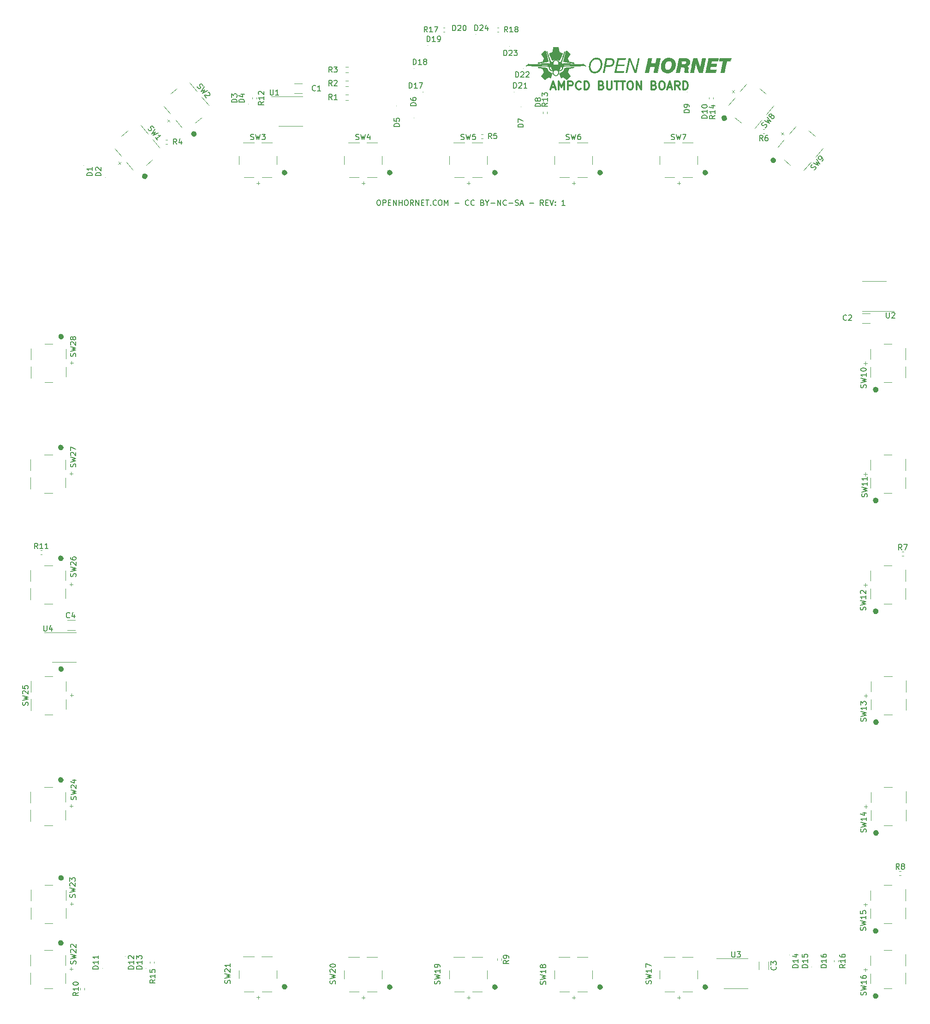
<source format=gbr>
G04 #@! TF.GenerationSoftware,KiCad,Pcbnew,(5.1.9)-1*
G04 #@! TF.CreationDate,2021-08-29T10:45:46-06:00*
G04 #@! TF.ProjectId,ampcd_button_board,616d7063-645f-4627-9574-746f6e5f626f,rev?*
G04 #@! TF.SameCoordinates,Original*
G04 #@! TF.FileFunction,Legend,Top*
G04 #@! TF.FilePolarity,Positive*
%FSLAX46Y46*%
G04 Gerber Fmt 4.6, Leading zero omitted, Abs format (unit mm)*
G04 Created by KiCad (PCBNEW (5.1.9)-1) date 2021-08-29 10:45:46*
%MOMM*%
%LPD*%
G01*
G04 APERTURE LIST*
%ADD10C,0.150000*%
%ADD11C,0.300000*%
%ADD12C,0.010000*%
%ADD13C,0.120000*%
%ADD14C,0.100000*%
G04 APERTURE END LIST*
D10*
X204201312Y201141709D02*
X204391788Y201141709D01*
X204487026Y201094090D01*
X204582264Y200998851D01*
X204629883Y200808375D01*
X204629883Y200475042D01*
X204582264Y200284566D01*
X204487026Y200189328D01*
X204391788Y200141709D01*
X204201312Y200141709D01*
X204106074Y200189328D01*
X204010836Y200284566D01*
X203963217Y200475042D01*
X203963217Y200808375D01*
X204010836Y200998851D01*
X204106074Y201094090D01*
X204201312Y201141709D01*
X205058455Y200141709D02*
X205058455Y201141709D01*
X205439407Y201141709D01*
X205534645Y201094090D01*
X205582264Y201046470D01*
X205629883Y200951232D01*
X205629883Y200808375D01*
X205582264Y200713137D01*
X205534645Y200665518D01*
X205439407Y200617899D01*
X205058455Y200617899D01*
X206058455Y200665518D02*
X206391788Y200665518D01*
X206534645Y200141709D02*
X206058455Y200141709D01*
X206058455Y201141709D01*
X206534645Y201141709D01*
X206963217Y200141709D02*
X206963217Y201141709D01*
X207534645Y200141709D01*
X207534645Y201141709D01*
X208010836Y200141709D02*
X208010836Y201141709D01*
X208010836Y200665518D02*
X208582264Y200665518D01*
X208582264Y200141709D02*
X208582264Y201141709D01*
X209248931Y201141709D02*
X209439407Y201141709D01*
X209534645Y201094090D01*
X209629883Y200998851D01*
X209677502Y200808375D01*
X209677502Y200475042D01*
X209629883Y200284566D01*
X209534645Y200189328D01*
X209439407Y200141709D01*
X209248931Y200141709D01*
X209153693Y200189328D01*
X209058455Y200284566D01*
X209010836Y200475042D01*
X209010836Y200808375D01*
X209058455Y200998851D01*
X209153693Y201094090D01*
X209248931Y201141709D01*
X210677502Y200141709D02*
X210344169Y200617899D01*
X210106074Y200141709D02*
X210106074Y201141709D01*
X210487026Y201141709D01*
X210582264Y201094090D01*
X210629883Y201046470D01*
X210677502Y200951232D01*
X210677502Y200808375D01*
X210629883Y200713137D01*
X210582264Y200665518D01*
X210487026Y200617899D01*
X210106074Y200617899D01*
X211106074Y200141709D02*
X211106074Y201141709D01*
X211677502Y200141709D01*
X211677502Y201141709D01*
X212153693Y200665518D02*
X212487026Y200665518D01*
X212629883Y200141709D02*
X212153693Y200141709D01*
X212153693Y201141709D01*
X212629883Y201141709D01*
X212915598Y201141709D02*
X213487026Y201141709D01*
X213201312Y200141709D02*
X213201312Y201141709D01*
X213820360Y200236947D02*
X213867979Y200189328D01*
X213820360Y200141709D01*
X213772741Y200189328D01*
X213820360Y200236947D01*
X213820360Y200141709D01*
X214867979Y200236947D02*
X214820360Y200189328D01*
X214677502Y200141709D01*
X214582264Y200141709D01*
X214439407Y200189328D01*
X214344169Y200284566D01*
X214296550Y200379804D01*
X214248931Y200570280D01*
X214248931Y200713137D01*
X214296550Y200903613D01*
X214344169Y200998851D01*
X214439407Y201094090D01*
X214582264Y201141709D01*
X214677502Y201141709D01*
X214820360Y201094090D01*
X214867979Y201046470D01*
X215487026Y201141709D02*
X215677502Y201141709D01*
X215772741Y201094090D01*
X215867979Y200998851D01*
X215915598Y200808375D01*
X215915598Y200475042D01*
X215867979Y200284566D01*
X215772741Y200189328D01*
X215677502Y200141709D01*
X215487026Y200141709D01*
X215391788Y200189328D01*
X215296550Y200284566D01*
X215248931Y200475042D01*
X215248931Y200808375D01*
X215296550Y200998851D01*
X215391788Y201094090D01*
X215487026Y201141709D01*
X216344169Y200141709D02*
X216344169Y201141709D01*
X216677502Y200427423D01*
X217010836Y201141709D01*
X217010836Y200141709D01*
X218248931Y200522661D02*
X219010836Y200522661D01*
X220820360Y200236947D02*
X220772741Y200189328D01*
X220629883Y200141709D01*
X220534645Y200141709D01*
X220391788Y200189328D01*
X220296550Y200284566D01*
X220248931Y200379804D01*
X220201312Y200570280D01*
X220201312Y200713137D01*
X220248931Y200903613D01*
X220296550Y200998851D01*
X220391788Y201094090D01*
X220534645Y201141709D01*
X220629883Y201141709D01*
X220772741Y201094090D01*
X220820360Y201046470D01*
X221820360Y200236947D02*
X221772741Y200189328D01*
X221629883Y200141709D01*
X221534645Y200141709D01*
X221391788Y200189328D01*
X221296550Y200284566D01*
X221248931Y200379804D01*
X221201312Y200570280D01*
X221201312Y200713137D01*
X221248931Y200903613D01*
X221296550Y200998851D01*
X221391788Y201094090D01*
X221534645Y201141709D01*
X221629883Y201141709D01*
X221772741Y201094090D01*
X221820360Y201046470D01*
X223344169Y200665518D02*
X223487026Y200617899D01*
X223534645Y200570280D01*
X223582264Y200475042D01*
X223582264Y200332185D01*
X223534645Y200236947D01*
X223487026Y200189328D01*
X223391788Y200141709D01*
X223010836Y200141709D01*
X223010836Y201141709D01*
X223344169Y201141709D01*
X223439407Y201094090D01*
X223487026Y201046470D01*
X223534645Y200951232D01*
X223534645Y200855994D01*
X223487026Y200760756D01*
X223439407Y200713137D01*
X223344169Y200665518D01*
X223010836Y200665518D01*
X224201312Y200617899D02*
X224201312Y200141709D01*
X223867979Y201141709D02*
X224201312Y200617899D01*
X224534645Y201141709D01*
X224867979Y200522661D02*
X225629883Y200522661D01*
X226106074Y200141709D02*
X226106074Y201141709D01*
X226677502Y200141709D01*
X226677502Y201141709D01*
X227725122Y200236947D02*
X227677502Y200189328D01*
X227534645Y200141709D01*
X227439407Y200141709D01*
X227296550Y200189328D01*
X227201312Y200284566D01*
X227153693Y200379804D01*
X227106074Y200570280D01*
X227106074Y200713137D01*
X227153693Y200903613D01*
X227201312Y200998851D01*
X227296550Y201094090D01*
X227439407Y201141709D01*
X227534645Y201141709D01*
X227677502Y201094090D01*
X227725122Y201046470D01*
X228153693Y200522661D02*
X228915598Y200522661D01*
X229344169Y200189328D02*
X229487026Y200141709D01*
X229725122Y200141709D01*
X229820360Y200189328D01*
X229867979Y200236947D01*
X229915598Y200332185D01*
X229915598Y200427423D01*
X229867979Y200522661D01*
X229820360Y200570280D01*
X229725122Y200617899D01*
X229534645Y200665518D01*
X229439407Y200713137D01*
X229391788Y200760756D01*
X229344169Y200855994D01*
X229344169Y200951232D01*
X229391788Y201046470D01*
X229439407Y201094090D01*
X229534645Y201141709D01*
X229772741Y201141709D01*
X229915598Y201094090D01*
X230296550Y200427423D02*
X230772741Y200427423D01*
X230201312Y200141709D02*
X230534645Y201141709D01*
X230867979Y200141709D01*
X231963217Y200522661D02*
X232725122Y200522661D01*
X234534645Y200141709D02*
X234201312Y200617899D01*
X233963217Y200141709D02*
X233963217Y201141709D01*
X234344169Y201141709D01*
X234439407Y201094090D01*
X234487026Y201046470D01*
X234534645Y200951232D01*
X234534645Y200808375D01*
X234487026Y200713137D01*
X234439407Y200665518D01*
X234344169Y200617899D01*
X233963217Y200617899D01*
X234963217Y200665518D02*
X235296550Y200665518D01*
X235439407Y200141709D02*
X234963217Y200141709D01*
X234963217Y201141709D01*
X235439407Y201141709D01*
X235725122Y201141709D02*
X236058455Y200141709D01*
X236391788Y201141709D01*
X236725122Y200236947D02*
X236772741Y200189328D01*
X236725122Y200141709D01*
X236677502Y200189328D01*
X236725122Y200236947D01*
X236725122Y200141709D01*
X236725122Y200760756D02*
X236772741Y200713137D01*
X236725122Y200665518D01*
X236677502Y200713137D01*
X236725122Y200760756D01*
X236725122Y200665518D01*
X238487026Y200141709D02*
X237915598Y200141709D01*
X238201312Y200141709D02*
X238201312Y201141709D01*
X238106074Y200998851D01*
X238010836Y200903613D01*
X237915598Y200855994D01*
D11*
X235969007Y221807090D02*
X236683293Y221807090D01*
X235826150Y221378518D02*
X236326150Y222878518D01*
X236826150Y221378518D01*
X237326150Y221378518D02*
X237326150Y222878518D01*
X237826150Y221807090D01*
X238326150Y222878518D01*
X238326150Y221378518D01*
X239040436Y221378518D02*
X239040436Y222878518D01*
X239611864Y222878518D01*
X239754722Y222807090D01*
X239826150Y222735661D01*
X239897579Y222592804D01*
X239897579Y222378518D01*
X239826150Y222235661D01*
X239754722Y222164232D01*
X239611864Y222092804D01*
X239040436Y222092804D01*
X241397579Y221521375D02*
X241326150Y221449947D01*
X241111864Y221378518D01*
X240969007Y221378518D01*
X240754722Y221449947D01*
X240611864Y221592804D01*
X240540436Y221735661D01*
X240469007Y222021375D01*
X240469007Y222235661D01*
X240540436Y222521375D01*
X240611864Y222664232D01*
X240754722Y222807090D01*
X240969007Y222878518D01*
X241111864Y222878518D01*
X241326150Y222807090D01*
X241397579Y222735661D01*
X242040436Y221378518D02*
X242040436Y222878518D01*
X242397579Y222878518D01*
X242611864Y222807090D01*
X242754722Y222664232D01*
X242826150Y222521375D01*
X242897579Y222235661D01*
X242897579Y222021375D01*
X242826150Y221735661D01*
X242754722Y221592804D01*
X242611864Y221449947D01*
X242397579Y221378518D01*
X242040436Y221378518D01*
X245183293Y222164232D02*
X245397579Y222092804D01*
X245469007Y222021375D01*
X245540436Y221878518D01*
X245540436Y221664232D01*
X245469007Y221521375D01*
X245397579Y221449947D01*
X245254722Y221378518D01*
X244683293Y221378518D01*
X244683293Y222878518D01*
X245183293Y222878518D01*
X245326150Y222807090D01*
X245397579Y222735661D01*
X245469007Y222592804D01*
X245469007Y222449947D01*
X245397579Y222307090D01*
X245326150Y222235661D01*
X245183293Y222164232D01*
X244683293Y222164232D01*
X246183293Y222878518D02*
X246183293Y221664232D01*
X246254722Y221521375D01*
X246326150Y221449947D01*
X246469007Y221378518D01*
X246754722Y221378518D01*
X246897579Y221449947D01*
X246969007Y221521375D01*
X247040436Y221664232D01*
X247040436Y222878518D01*
X247540436Y222878518D02*
X248397579Y222878518D01*
X247969007Y221378518D02*
X247969007Y222878518D01*
X248683293Y222878518D02*
X249540436Y222878518D01*
X249111864Y221378518D02*
X249111864Y222878518D01*
X250326150Y222878518D02*
X250611864Y222878518D01*
X250754722Y222807090D01*
X250897579Y222664232D01*
X250969007Y222378518D01*
X250969007Y221878518D01*
X250897579Y221592804D01*
X250754722Y221449947D01*
X250611864Y221378518D01*
X250326150Y221378518D01*
X250183293Y221449947D01*
X250040436Y221592804D01*
X249969007Y221878518D01*
X249969007Y222378518D01*
X250040436Y222664232D01*
X250183293Y222807090D01*
X250326150Y222878518D01*
X251611864Y221378518D02*
X251611864Y222878518D01*
X252469007Y221378518D01*
X252469007Y222878518D01*
X254826150Y222164232D02*
X255040436Y222092804D01*
X255111864Y222021375D01*
X255183293Y221878518D01*
X255183293Y221664232D01*
X255111864Y221521375D01*
X255040436Y221449947D01*
X254897579Y221378518D01*
X254326150Y221378518D01*
X254326150Y222878518D01*
X254826150Y222878518D01*
X254969007Y222807090D01*
X255040436Y222735661D01*
X255111864Y222592804D01*
X255111864Y222449947D01*
X255040436Y222307090D01*
X254969007Y222235661D01*
X254826150Y222164232D01*
X254326150Y222164232D01*
X256111864Y222878518D02*
X256397579Y222878518D01*
X256540436Y222807090D01*
X256683293Y222664232D01*
X256754722Y222378518D01*
X256754722Y221878518D01*
X256683293Y221592804D01*
X256540436Y221449947D01*
X256397579Y221378518D01*
X256111864Y221378518D01*
X255969007Y221449947D01*
X255826150Y221592804D01*
X255754722Y221878518D01*
X255754722Y222378518D01*
X255826150Y222664232D01*
X255969007Y222807090D01*
X256111864Y222878518D01*
X257326150Y221807090D02*
X258040436Y221807090D01*
X257183293Y221378518D02*
X257683293Y222878518D01*
X258183293Y221378518D01*
X259540436Y221378518D02*
X259040436Y222092804D01*
X258683293Y221378518D02*
X258683293Y222878518D01*
X259254722Y222878518D01*
X259397579Y222807090D01*
X259469007Y222735661D01*
X259540436Y222592804D01*
X259540436Y222378518D01*
X259469007Y222235661D01*
X259397579Y222164232D01*
X259254722Y222092804D01*
X258683293Y222092804D01*
X260183293Y221378518D02*
X260183293Y222878518D01*
X260540436Y222878518D01*
X260754722Y222807090D01*
X260897579Y222664232D01*
X260969007Y222521375D01*
X261040436Y222235661D01*
X261040436Y222021375D01*
X260969007Y221735661D01*
X260897579Y221592804D01*
X260754722Y221449947D01*
X260540436Y221378518D01*
X260183293Y221378518D01*
D12*
G36*
X233486052Y225549121D02*
G01*
X233498865Y225547752D01*
X233519096Y225545537D01*
X233546248Y225542535D01*
X233579825Y225538801D01*
X233619328Y225534391D01*
X233664262Y225529361D01*
X233714129Y225523768D01*
X233768431Y225517668D01*
X233826673Y225511117D01*
X233888356Y225504172D01*
X233952984Y225496888D01*
X234020060Y225489322D01*
X234089087Y225481530D01*
X234159567Y225473569D01*
X234231003Y225465494D01*
X234302900Y225457362D01*
X234374758Y225449229D01*
X234446082Y225441151D01*
X234516374Y225433185D01*
X234585138Y225425386D01*
X234651875Y225417812D01*
X234716090Y225410517D01*
X234777285Y225403559D01*
X234834963Y225396994D01*
X234888627Y225390877D01*
X234937780Y225385266D01*
X234981924Y225380216D01*
X235020564Y225375784D01*
X235053201Y225372025D01*
X235079338Y225368997D01*
X235098480Y225366754D01*
X235110128Y225365355D01*
X235113184Y225364961D01*
X235124745Y225362503D01*
X235130533Y225358140D01*
X235133122Y225350532D01*
X235135369Y225344119D01*
X235140760Y225330892D01*
X235148902Y225311727D01*
X235159400Y225287500D01*
X235171860Y225259090D01*
X235185888Y225227373D01*
X235201090Y225193225D01*
X235217072Y225157524D01*
X235233439Y225121146D01*
X235249797Y225084969D01*
X235265751Y225049868D01*
X235280909Y225016722D01*
X235294875Y224986407D01*
X235307255Y224959800D01*
X235317655Y224937777D01*
X235325681Y224921216D01*
X235329615Y224913458D01*
X235350486Y224878123D01*
X235377101Y224839959D01*
X235408023Y224800620D01*
X235441812Y224761760D01*
X235477029Y224725031D01*
X235512237Y224692088D01*
X235545996Y224664582D01*
X235546489Y224664216D01*
X235554107Y224659144D01*
X235568328Y224650257D01*
X235588429Y224637982D01*
X235613684Y224622745D01*
X235643368Y224604971D01*
X235676757Y224585086D01*
X235713125Y224563515D01*
X235751748Y224540685D01*
X235791901Y224517021D01*
X235832859Y224492949D01*
X235873898Y224468894D01*
X235914292Y224445282D01*
X235953316Y224422540D01*
X235990247Y224401092D01*
X236024358Y224381365D01*
X236054926Y224363784D01*
X236081224Y224348775D01*
X236102530Y224336764D01*
X236118116Y224328176D01*
X236123395Y224325373D01*
X236142263Y224315574D01*
X235981974Y223928224D01*
X235953516Y223859596D01*
X235927402Y223796921D01*
X235903721Y223740401D01*
X235882560Y223690242D01*
X235864006Y223646648D01*
X235848148Y223609823D01*
X235835072Y223579970D01*
X235824867Y223557295D01*
X235817620Y223542001D01*
X235813417Y223534293D01*
X235812735Y223533465D01*
X235801855Y223527748D01*
X235792926Y223526057D01*
X235786898Y223528004D01*
X235774282Y223533561D01*
X235755934Y223542303D01*
X235732709Y223553804D01*
X235705464Y223567638D01*
X235675053Y223583380D01*
X235642331Y223600603D01*
X235631265Y223606490D01*
X235592028Y223627365D01*
X235559470Y223644508D01*
X235532832Y223658229D01*
X235511354Y223668842D01*
X235494276Y223676657D01*
X235480838Y223681984D01*
X235470282Y223685136D01*
X235461846Y223686424D01*
X235454772Y223686159D01*
X235448300Y223684651D01*
X235444106Y223683172D01*
X235439262Y223680276D01*
X235427945Y223672919D01*
X235410657Y223661439D01*
X235387898Y223646177D01*
X235360170Y223627471D01*
X235327973Y223605662D01*
X235291809Y223581089D01*
X235252178Y223554091D01*
X235209582Y223525008D01*
X235164522Y223494180D01*
X235117499Y223461945D01*
X235106756Y223454572D01*
X235050600Y223416027D01*
X235000990Y223382005D01*
X234957488Y223352240D01*
X234919658Y223326469D01*
X234887063Y223304424D01*
X234859265Y223285842D01*
X234835828Y223270457D01*
X234816315Y223258004D01*
X234800288Y223248217D01*
X234787312Y223240832D01*
X234776948Y223235582D01*
X234768759Y223232204D01*
X234762310Y223230431D01*
X234757162Y223229999D01*
X234752879Y223230642D01*
X234749024Y223232095D01*
X234745159Y223234093D01*
X234744272Y223234575D01*
X234739733Y223238392D01*
X234729739Y223247726D01*
X234714790Y223262078D01*
X234695384Y223280950D01*
X234672018Y223303843D01*
X234645192Y223330259D01*
X234615403Y223359700D01*
X234583150Y223391668D01*
X234548932Y223425663D01*
X234513247Y223461189D01*
X234476592Y223497746D01*
X234439467Y223534837D01*
X234402369Y223571962D01*
X234365798Y223608625D01*
X234330251Y223644325D01*
X234296227Y223678566D01*
X234264223Y223710848D01*
X234234740Y223740674D01*
X234208274Y223767545D01*
X234185324Y223790963D01*
X234166388Y223810430D01*
X234151966Y223825446D01*
X234142554Y223835515D01*
X234138652Y223840137D01*
X234138633Y223840172D01*
X234134457Y223849421D01*
X234132648Y223858336D01*
X234133637Y223868087D01*
X234137861Y223879845D01*
X234145753Y223894781D01*
X234157748Y223914065D01*
X234174279Y223938868D01*
X234176402Y223941997D01*
X234186039Y223956142D01*
X234199977Y223976545D01*
X234217723Y224002483D01*
X234238782Y224033235D01*
X234262661Y224068082D01*
X234288866Y224106303D01*
X234316901Y224147175D01*
X234346274Y224189979D01*
X234376489Y224233994D01*
X234403443Y224273240D01*
X234432824Y224316081D01*
X234460898Y224357146D01*
X234487280Y224395863D01*
X234511586Y224431664D01*
X234533432Y224463978D01*
X234552433Y224492234D01*
X234568205Y224515863D01*
X234580363Y224534295D01*
X234588523Y224546959D01*
X234592301Y224553285D01*
X234592429Y224553563D01*
X234596531Y224566654D01*
X234598222Y224578843D01*
X234596658Y224584951D01*
X234592158Y224598165D01*
X234585013Y224617760D01*
X234575512Y224643015D01*
X234563945Y224673206D01*
X234550603Y224707611D01*
X234535776Y224745507D01*
X234519752Y224786170D01*
X234502823Y224828878D01*
X234485278Y224872908D01*
X234467407Y224917537D01*
X234449501Y224962041D01*
X234431848Y225005699D01*
X234414740Y225047787D01*
X234398466Y225087581D01*
X234383315Y225124360D01*
X234369579Y225157400D01*
X234357546Y225185979D01*
X234347508Y225209373D01*
X234339753Y225226859D01*
X234334572Y225237715D01*
X234332661Y225240947D01*
X234323900Y225250195D01*
X234316065Y225256647D01*
X234315110Y225257212D01*
X234310025Y225258505D01*
X234297194Y225261221D01*
X234277197Y225265248D01*
X234250616Y225270476D01*
X234218029Y225276793D01*
X234180019Y225284087D01*
X234137165Y225292248D01*
X234090047Y225301164D01*
X234039247Y225310725D01*
X233985344Y225320818D01*
X233928919Y225331333D01*
X233905991Y225335592D01*
X233832717Y225349228D01*
X233767487Y225361449D01*
X233710008Y225372314D01*
X233659988Y225381882D01*
X233617133Y225390211D01*
X233581150Y225397359D01*
X233551747Y225403385D01*
X233528629Y225408348D01*
X233511504Y225412305D01*
X233500079Y225415315D01*
X233494060Y225417436D01*
X233493322Y225417866D01*
X233485022Y225424969D01*
X233479189Y225433327D01*
X233475409Y225444508D01*
X233473268Y225460078D01*
X233472352Y225481604D01*
X233472218Y225497732D01*
X233472259Y225519410D01*
X233472605Y225534016D01*
X233473496Y225542943D01*
X233475171Y225547584D01*
X233477872Y225549335D01*
X233481155Y225549591D01*
X233486052Y225549121D01*
G37*
X233486052Y225549121D02*
X233498865Y225547752D01*
X233519096Y225545537D01*
X233546248Y225542535D01*
X233579825Y225538801D01*
X233619328Y225534391D01*
X233664262Y225529361D01*
X233714129Y225523768D01*
X233768431Y225517668D01*
X233826673Y225511117D01*
X233888356Y225504172D01*
X233952984Y225496888D01*
X234020060Y225489322D01*
X234089087Y225481530D01*
X234159567Y225473569D01*
X234231003Y225465494D01*
X234302900Y225457362D01*
X234374758Y225449229D01*
X234446082Y225441151D01*
X234516374Y225433185D01*
X234585138Y225425386D01*
X234651875Y225417812D01*
X234716090Y225410517D01*
X234777285Y225403559D01*
X234834963Y225396994D01*
X234888627Y225390877D01*
X234937780Y225385266D01*
X234981924Y225380216D01*
X235020564Y225375784D01*
X235053201Y225372025D01*
X235079338Y225368997D01*
X235098480Y225366754D01*
X235110128Y225365355D01*
X235113184Y225364961D01*
X235124745Y225362503D01*
X235130533Y225358140D01*
X235133122Y225350532D01*
X235135369Y225344119D01*
X235140760Y225330892D01*
X235148902Y225311727D01*
X235159400Y225287500D01*
X235171860Y225259090D01*
X235185888Y225227373D01*
X235201090Y225193225D01*
X235217072Y225157524D01*
X235233439Y225121146D01*
X235249797Y225084969D01*
X235265751Y225049868D01*
X235280909Y225016722D01*
X235294875Y224986407D01*
X235307255Y224959800D01*
X235317655Y224937777D01*
X235325681Y224921216D01*
X235329615Y224913458D01*
X235350486Y224878123D01*
X235377101Y224839959D01*
X235408023Y224800620D01*
X235441812Y224761760D01*
X235477029Y224725031D01*
X235512237Y224692088D01*
X235545996Y224664582D01*
X235546489Y224664216D01*
X235554107Y224659144D01*
X235568328Y224650257D01*
X235588429Y224637982D01*
X235613684Y224622745D01*
X235643368Y224604971D01*
X235676757Y224585086D01*
X235713125Y224563515D01*
X235751748Y224540685D01*
X235791901Y224517021D01*
X235832859Y224492949D01*
X235873898Y224468894D01*
X235914292Y224445282D01*
X235953316Y224422540D01*
X235990247Y224401092D01*
X236024358Y224381365D01*
X236054926Y224363784D01*
X236081224Y224348775D01*
X236102530Y224336764D01*
X236118116Y224328176D01*
X236123395Y224325373D01*
X236142263Y224315574D01*
X235981974Y223928224D01*
X235953516Y223859596D01*
X235927402Y223796921D01*
X235903721Y223740401D01*
X235882560Y223690242D01*
X235864006Y223646648D01*
X235848148Y223609823D01*
X235835072Y223579970D01*
X235824867Y223557295D01*
X235817620Y223542001D01*
X235813417Y223534293D01*
X235812735Y223533465D01*
X235801855Y223527748D01*
X235792926Y223526057D01*
X235786898Y223528004D01*
X235774282Y223533561D01*
X235755934Y223542303D01*
X235732709Y223553804D01*
X235705464Y223567638D01*
X235675053Y223583380D01*
X235642331Y223600603D01*
X235631265Y223606490D01*
X235592028Y223627365D01*
X235559470Y223644508D01*
X235532832Y223658229D01*
X235511354Y223668842D01*
X235494276Y223676657D01*
X235480838Y223681984D01*
X235470282Y223685136D01*
X235461846Y223686424D01*
X235454772Y223686159D01*
X235448300Y223684651D01*
X235444106Y223683172D01*
X235439262Y223680276D01*
X235427945Y223672919D01*
X235410657Y223661439D01*
X235387898Y223646177D01*
X235360170Y223627471D01*
X235327973Y223605662D01*
X235291809Y223581089D01*
X235252178Y223554091D01*
X235209582Y223525008D01*
X235164522Y223494180D01*
X235117499Y223461945D01*
X235106756Y223454572D01*
X235050600Y223416027D01*
X235000990Y223382005D01*
X234957488Y223352240D01*
X234919658Y223326469D01*
X234887063Y223304424D01*
X234859265Y223285842D01*
X234835828Y223270457D01*
X234816315Y223258004D01*
X234800288Y223248217D01*
X234787312Y223240832D01*
X234776948Y223235582D01*
X234768759Y223232204D01*
X234762310Y223230431D01*
X234757162Y223229999D01*
X234752879Y223230642D01*
X234749024Y223232095D01*
X234745159Y223234093D01*
X234744272Y223234575D01*
X234739733Y223238392D01*
X234729739Y223247726D01*
X234714790Y223262078D01*
X234695384Y223280950D01*
X234672018Y223303843D01*
X234645192Y223330259D01*
X234615403Y223359700D01*
X234583150Y223391668D01*
X234548932Y223425663D01*
X234513247Y223461189D01*
X234476592Y223497746D01*
X234439467Y223534837D01*
X234402369Y223571962D01*
X234365798Y223608625D01*
X234330251Y223644325D01*
X234296227Y223678566D01*
X234264223Y223710848D01*
X234234740Y223740674D01*
X234208274Y223767545D01*
X234185324Y223790963D01*
X234166388Y223810430D01*
X234151966Y223825446D01*
X234142554Y223835515D01*
X234138652Y223840137D01*
X234138633Y223840172D01*
X234134457Y223849421D01*
X234132648Y223858336D01*
X234133637Y223868087D01*
X234137861Y223879845D01*
X234145753Y223894781D01*
X234157748Y223914065D01*
X234174279Y223938868D01*
X234176402Y223941997D01*
X234186039Y223956142D01*
X234199977Y223976545D01*
X234217723Y224002483D01*
X234238782Y224033235D01*
X234262661Y224068082D01*
X234288866Y224106303D01*
X234316901Y224147175D01*
X234346274Y224189979D01*
X234376489Y224233994D01*
X234403443Y224273240D01*
X234432824Y224316081D01*
X234460898Y224357146D01*
X234487280Y224395863D01*
X234511586Y224431664D01*
X234533432Y224463978D01*
X234552433Y224492234D01*
X234568205Y224515863D01*
X234580363Y224534295D01*
X234588523Y224546959D01*
X234592301Y224553285D01*
X234592429Y224553563D01*
X234596531Y224566654D01*
X234598222Y224578843D01*
X234596658Y224584951D01*
X234592158Y224598165D01*
X234585013Y224617760D01*
X234575512Y224643015D01*
X234563945Y224673206D01*
X234550603Y224707611D01*
X234535776Y224745507D01*
X234519752Y224786170D01*
X234502823Y224828878D01*
X234485278Y224872908D01*
X234467407Y224917537D01*
X234449501Y224962041D01*
X234431848Y225005699D01*
X234414740Y225047787D01*
X234398466Y225087581D01*
X234383315Y225124360D01*
X234369579Y225157400D01*
X234357546Y225185979D01*
X234347508Y225209373D01*
X234339753Y225226859D01*
X234334572Y225237715D01*
X234332661Y225240947D01*
X234323900Y225250195D01*
X234316065Y225256647D01*
X234315110Y225257212D01*
X234310025Y225258505D01*
X234297194Y225261221D01*
X234277197Y225265248D01*
X234250616Y225270476D01*
X234218029Y225276793D01*
X234180019Y225284087D01*
X234137165Y225292248D01*
X234090047Y225301164D01*
X234039247Y225310725D01*
X233985344Y225320818D01*
X233928919Y225331333D01*
X233905991Y225335592D01*
X233832717Y225349228D01*
X233767487Y225361449D01*
X233710008Y225372314D01*
X233659988Y225381882D01*
X233617133Y225390211D01*
X233581150Y225397359D01*
X233551747Y225403385D01*
X233528629Y225408348D01*
X233511504Y225412305D01*
X233500079Y225415315D01*
X233494060Y225417436D01*
X233493322Y225417866D01*
X233485022Y225424969D01*
X233479189Y225433327D01*
X233475409Y225444508D01*
X233473268Y225460078D01*
X233472352Y225481604D01*
X233472218Y225497732D01*
X233472259Y225519410D01*
X233472605Y225534016D01*
X233473496Y225542943D01*
X233475171Y225547584D01*
X233477872Y225549335D01*
X233481155Y225549591D01*
X233486052Y225549121D01*
G36*
X240066219Y225549319D02*
G01*
X240069055Y225547544D01*
X240070749Y225542827D01*
X240071596Y225533729D01*
X240071889Y225518809D01*
X240071922Y225500771D01*
X240071226Y225472131D01*
X240068921Y225450611D01*
X240064681Y225434964D01*
X240058180Y225423941D01*
X240050051Y225416892D01*
X240044462Y225415178D01*
X240031072Y225412050D01*
X240010410Y225407614D01*
X239983003Y225401972D01*
X239949381Y225395229D01*
X239910072Y225387488D01*
X239865605Y225378855D01*
X239816508Y225369432D01*
X239763309Y225359323D01*
X239706537Y225348633D01*
X239646722Y225337466D01*
X239638390Y225335918D01*
X239581157Y225325264D01*
X239526221Y225314991D01*
X239474163Y225305208D01*
X239425562Y225296028D01*
X239380999Y225287561D01*
X239341053Y225279919D01*
X239306305Y225273213D01*
X239277335Y225267554D01*
X239254723Y225263052D01*
X239239049Y225259820D01*
X239230894Y225257969D01*
X239229873Y225257643D01*
X239225583Y225255015D01*
X239221376Y225251579D01*
X239217020Y225246823D01*
X239212284Y225240238D01*
X239206938Y225231313D01*
X239200749Y225219537D01*
X239193488Y225204399D01*
X239184923Y225185390D01*
X239174823Y225161999D01*
X239162957Y225133714D01*
X239149094Y225100026D01*
X239133003Y225060424D01*
X239114453Y225014397D01*
X239093214Y224961435D01*
X239073200Y224911403D01*
X239046932Y224845525D01*
X239023856Y224787291D01*
X239003904Y224736529D01*
X238987012Y224693067D01*
X238973115Y224656734D01*
X238962147Y224627359D01*
X238954043Y224604768D01*
X238948738Y224588792D01*
X238946165Y224579257D01*
X238945882Y224576970D01*
X238947598Y224562771D01*
X238951723Y224549977D01*
X238952022Y224549386D01*
X238955286Y224544210D01*
X238962991Y224532578D01*
X238974784Y224515011D01*
X238990311Y224492027D01*
X239009216Y224464150D01*
X239031147Y224431899D01*
X239055750Y224395795D01*
X239082669Y224356359D01*
X239111551Y224314111D01*
X239142042Y224269573D01*
X239170779Y224227652D01*
X239202621Y224181229D01*
X239233333Y224136450D01*
X239262545Y224093858D01*
X239289885Y224053992D01*
X239314982Y224017394D01*
X239337467Y223984604D01*
X239356967Y223956163D01*
X239373113Y223932612D01*
X239385532Y223914491D01*
X239393856Y223902342D01*
X239397472Y223897057D01*
X239408089Y223877725D01*
X239411522Y223861106D01*
X239411324Y223858427D01*
X239410503Y223855406D01*
X239408718Y223851687D01*
X239405630Y223846912D01*
X239400897Y223840725D01*
X239394181Y223832767D01*
X239385140Y223822683D01*
X239373435Y223810114D01*
X239358724Y223794703D01*
X239340669Y223776094D01*
X239318928Y223753928D01*
X239293161Y223727849D01*
X239263029Y223697500D01*
X239228190Y223662523D01*
X239188305Y223622560D01*
X239143033Y223577256D01*
X239103515Y223537731D01*
X239052620Y223486775D01*
X239007404Y223441439D01*
X238967484Y223401431D01*
X238932476Y223366460D01*
X238901998Y223336237D01*
X238875665Y223310469D01*
X238853095Y223288867D01*
X238833904Y223271139D01*
X238817708Y223256994D01*
X238804126Y223246142D01*
X238792772Y223238292D01*
X238783263Y223233153D01*
X238775217Y223230435D01*
X238768250Y223229845D01*
X238761979Y223231094D01*
X238756020Y223233891D01*
X238749989Y223237945D01*
X238743505Y223242965D01*
X238736182Y223248660D01*
X238729149Y223253722D01*
X238720260Y223259800D01*
X238704982Y223270263D01*
X238683904Y223284708D01*
X238657619Y223302727D01*
X238626716Y223323917D01*
X238591787Y223347872D01*
X238553422Y223374186D01*
X238512213Y223402455D01*
X238468749Y223432274D01*
X238423623Y223463236D01*
X238397873Y223480906D01*
X238345127Y223517082D01*
X238298885Y223548745D01*
X238258688Y223576194D01*
X238224074Y223599729D01*
X238194582Y223619649D01*
X238169753Y223636253D01*
X238149124Y223649841D01*
X238132235Y223660712D01*
X238118625Y223669164D01*
X238107833Y223675499D01*
X238099399Y223680015D01*
X238092861Y223683011D01*
X238087759Y223684786D01*
X238083632Y223685641D01*
X238082490Y223685765D01*
X238077330Y223685995D01*
X238071890Y223685535D01*
X238065403Y223684029D01*
X238057101Y223681120D01*
X238046220Y223676455D01*
X238031991Y223669676D01*
X238013647Y223660428D01*
X237990422Y223648357D01*
X237961550Y223633106D01*
X237926263Y223614319D01*
X237912076Y223606747D01*
X237870728Y223584836D01*
X237834741Y223566111D01*
X237804480Y223550749D01*
X237780306Y223538930D01*
X237762582Y223530833D01*
X237751669Y223526638D01*
X237748772Y223526057D01*
X237735612Y223529674D01*
X237727945Y223535582D01*
X237725328Y223540553D01*
X237719716Y223552807D01*
X237711338Y223571798D01*
X237700423Y223596980D01*
X237687199Y223627807D01*
X237671897Y223663734D01*
X237654744Y223704215D01*
X237635971Y223748703D01*
X237615805Y223796654D01*
X237594477Y223847522D01*
X237572215Y223900759D01*
X237549249Y223955822D01*
X237525807Y224012163D01*
X237502118Y224069238D01*
X237478412Y224126500D01*
X237454918Y224183403D01*
X237431864Y224239402D01*
X237409480Y224293951D01*
X237402085Y224312016D01*
X237403755Y224317097D01*
X237407794Y224319375D01*
X237413773Y224322249D01*
X237426337Y224329044D01*
X237444797Y224339354D01*
X237468459Y224352774D01*
X237496631Y224368899D01*
X237528623Y224387324D01*
X237563742Y224407644D01*
X237601295Y224429453D01*
X237640592Y224452346D01*
X237680941Y224475919D01*
X237721649Y224499765D01*
X237762025Y224523480D01*
X237801376Y224546659D01*
X237839011Y224568897D01*
X237874239Y224589788D01*
X237906366Y224608927D01*
X237934702Y224625909D01*
X237958554Y224640329D01*
X237977231Y224651781D01*
X237990040Y224659862D01*
X237995367Y224663455D01*
X238029028Y224690512D01*
X238064568Y224723480D01*
X238100373Y224760559D01*
X238134829Y224799947D01*
X238166320Y224839845D01*
X238193232Y224878451D01*
X238204478Y224896725D01*
X238209410Y224906054D01*
X238217281Y224922047D01*
X238227681Y224943801D01*
X238240198Y224970413D01*
X238254424Y225000978D01*
X238269947Y225034593D01*
X238286356Y225070355D01*
X238303243Y225107360D01*
X238320195Y225144703D01*
X238336804Y225181483D01*
X238352659Y225216794D01*
X238367348Y225249734D01*
X238380463Y225279398D01*
X238391592Y225304884D01*
X238400325Y225325287D01*
X238406253Y225339704D01*
X238408807Y225346673D01*
X238412000Y225357001D01*
X238413995Y225362839D01*
X238414249Y225363324D01*
X238418434Y225363795D01*
X238430628Y225365177D01*
X238450426Y225367424D01*
X238477424Y225370491D01*
X238511219Y225374332D01*
X238551407Y225378899D01*
X238597584Y225384149D01*
X238649345Y225390034D01*
X238706287Y225396509D01*
X238768005Y225403527D01*
X238834097Y225411043D01*
X238904158Y225419012D01*
X238977783Y225427386D01*
X239054570Y225436121D01*
X239134113Y225445169D01*
X239216010Y225454486D01*
X239233338Y225456457D01*
X239315826Y225465836D01*
X239396133Y225474955D01*
X239473847Y225483769D01*
X239548559Y225492231D01*
X239619859Y225500296D01*
X239687336Y225507917D01*
X239750580Y225515048D01*
X239809181Y225521643D01*
X239862729Y225527656D01*
X239910813Y225533040D01*
X239953023Y225537751D01*
X239988949Y225541740D01*
X240018181Y225544964D01*
X240040308Y225547375D01*
X240054921Y225548927D01*
X240061609Y225549574D01*
X240061947Y225549591D01*
X240066219Y225549319D01*
G37*
X240066219Y225549319D02*
X240069055Y225547544D01*
X240070749Y225542827D01*
X240071596Y225533729D01*
X240071889Y225518809D01*
X240071922Y225500771D01*
X240071226Y225472131D01*
X240068921Y225450611D01*
X240064681Y225434964D01*
X240058180Y225423941D01*
X240050051Y225416892D01*
X240044462Y225415178D01*
X240031072Y225412050D01*
X240010410Y225407614D01*
X239983003Y225401972D01*
X239949381Y225395229D01*
X239910072Y225387488D01*
X239865605Y225378855D01*
X239816508Y225369432D01*
X239763309Y225359323D01*
X239706537Y225348633D01*
X239646722Y225337466D01*
X239638390Y225335918D01*
X239581157Y225325264D01*
X239526221Y225314991D01*
X239474163Y225305208D01*
X239425562Y225296028D01*
X239380999Y225287561D01*
X239341053Y225279919D01*
X239306305Y225273213D01*
X239277335Y225267554D01*
X239254723Y225263052D01*
X239239049Y225259820D01*
X239230894Y225257969D01*
X239229873Y225257643D01*
X239225583Y225255015D01*
X239221376Y225251579D01*
X239217020Y225246823D01*
X239212284Y225240238D01*
X239206938Y225231313D01*
X239200749Y225219537D01*
X239193488Y225204399D01*
X239184923Y225185390D01*
X239174823Y225161999D01*
X239162957Y225133714D01*
X239149094Y225100026D01*
X239133003Y225060424D01*
X239114453Y225014397D01*
X239093214Y224961435D01*
X239073200Y224911403D01*
X239046932Y224845525D01*
X239023856Y224787291D01*
X239003904Y224736529D01*
X238987012Y224693067D01*
X238973115Y224656734D01*
X238962147Y224627359D01*
X238954043Y224604768D01*
X238948738Y224588792D01*
X238946165Y224579257D01*
X238945882Y224576970D01*
X238947598Y224562771D01*
X238951723Y224549977D01*
X238952022Y224549386D01*
X238955286Y224544210D01*
X238962991Y224532578D01*
X238974784Y224515011D01*
X238990311Y224492027D01*
X239009216Y224464150D01*
X239031147Y224431899D01*
X239055750Y224395795D01*
X239082669Y224356359D01*
X239111551Y224314111D01*
X239142042Y224269573D01*
X239170779Y224227652D01*
X239202621Y224181229D01*
X239233333Y224136450D01*
X239262545Y224093858D01*
X239289885Y224053992D01*
X239314982Y224017394D01*
X239337467Y223984604D01*
X239356967Y223956163D01*
X239373113Y223932612D01*
X239385532Y223914491D01*
X239393856Y223902342D01*
X239397472Y223897057D01*
X239408089Y223877725D01*
X239411522Y223861106D01*
X239411324Y223858427D01*
X239410503Y223855406D01*
X239408718Y223851687D01*
X239405630Y223846912D01*
X239400897Y223840725D01*
X239394181Y223832767D01*
X239385140Y223822683D01*
X239373435Y223810114D01*
X239358724Y223794703D01*
X239340669Y223776094D01*
X239318928Y223753928D01*
X239293161Y223727849D01*
X239263029Y223697500D01*
X239228190Y223662523D01*
X239188305Y223622560D01*
X239143033Y223577256D01*
X239103515Y223537731D01*
X239052620Y223486775D01*
X239007404Y223441439D01*
X238967484Y223401431D01*
X238932476Y223366460D01*
X238901998Y223336237D01*
X238875665Y223310469D01*
X238853095Y223288867D01*
X238833904Y223271139D01*
X238817708Y223256994D01*
X238804126Y223246142D01*
X238792772Y223238292D01*
X238783263Y223233153D01*
X238775217Y223230435D01*
X238768250Y223229845D01*
X238761979Y223231094D01*
X238756020Y223233891D01*
X238749989Y223237945D01*
X238743505Y223242965D01*
X238736182Y223248660D01*
X238729149Y223253722D01*
X238720260Y223259800D01*
X238704982Y223270263D01*
X238683904Y223284708D01*
X238657619Y223302727D01*
X238626716Y223323917D01*
X238591787Y223347872D01*
X238553422Y223374186D01*
X238512213Y223402455D01*
X238468749Y223432274D01*
X238423623Y223463236D01*
X238397873Y223480906D01*
X238345127Y223517082D01*
X238298885Y223548745D01*
X238258688Y223576194D01*
X238224074Y223599729D01*
X238194582Y223619649D01*
X238169753Y223636253D01*
X238149124Y223649841D01*
X238132235Y223660712D01*
X238118625Y223669164D01*
X238107833Y223675499D01*
X238099399Y223680015D01*
X238092861Y223683011D01*
X238087759Y223684786D01*
X238083632Y223685641D01*
X238082490Y223685765D01*
X238077330Y223685995D01*
X238071890Y223685535D01*
X238065403Y223684029D01*
X238057101Y223681120D01*
X238046220Y223676455D01*
X238031991Y223669676D01*
X238013647Y223660428D01*
X237990422Y223648357D01*
X237961550Y223633106D01*
X237926263Y223614319D01*
X237912076Y223606747D01*
X237870728Y223584836D01*
X237834741Y223566111D01*
X237804480Y223550749D01*
X237780306Y223538930D01*
X237762582Y223530833D01*
X237751669Y223526638D01*
X237748772Y223526057D01*
X237735612Y223529674D01*
X237727945Y223535582D01*
X237725328Y223540553D01*
X237719716Y223552807D01*
X237711338Y223571798D01*
X237700423Y223596980D01*
X237687199Y223627807D01*
X237671897Y223663734D01*
X237654744Y223704215D01*
X237635971Y223748703D01*
X237615805Y223796654D01*
X237594477Y223847522D01*
X237572215Y223900759D01*
X237549249Y223955822D01*
X237525807Y224012163D01*
X237502118Y224069238D01*
X237478412Y224126500D01*
X237454918Y224183403D01*
X237431864Y224239402D01*
X237409480Y224293951D01*
X237402085Y224312016D01*
X237403755Y224317097D01*
X237407794Y224319375D01*
X237413773Y224322249D01*
X237426337Y224329044D01*
X237444797Y224339354D01*
X237468459Y224352774D01*
X237496631Y224368899D01*
X237528623Y224387324D01*
X237563742Y224407644D01*
X237601295Y224429453D01*
X237640592Y224452346D01*
X237680941Y224475919D01*
X237721649Y224499765D01*
X237762025Y224523480D01*
X237801376Y224546659D01*
X237839011Y224568897D01*
X237874239Y224589788D01*
X237906366Y224608927D01*
X237934702Y224625909D01*
X237958554Y224640329D01*
X237977231Y224651781D01*
X237990040Y224659862D01*
X237995367Y224663455D01*
X238029028Y224690512D01*
X238064568Y224723480D01*
X238100373Y224760559D01*
X238134829Y224799947D01*
X238166320Y224839845D01*
X238193232Y224878451D01*
X238204478Y224896725D01*
X238209410Y224906054D01*
X238217281Y224922047D01*
X238227681Y224943801D01*
X238240198Y224970413D01*
X238254424Y225000978D01*
X238269947Y225034593D01*
X238286356Y225070355D01*
X238303243Y225107360D01*
X238320195Y225144703D01*
X238336804Y225181483D01*
X238352659Y225216794D01*
X238367348Y225249734D01*
X238380463Y225279398D01*
X238391592Y225304884D01*
X238400325Y225325287D01*
X238406253Y225339704D01*
X238408807Y225346673D01*
X238412000Y225357001D01*
X238413995Y225362839D01*
X238414249Y225363324D01*
X238418434Y225363795D01*
X238430628Y225365177D01*
X238450426Y225367424D01*
X238477424Y225370491D01*
X238511219Y225374332D01*
X238551407Y225378899D01*
X238597584Y225384149D01*
X238649345Y225390034D01*
X238706287Y225396509D01*
X238768005Y225403527D01*
X238834097Y225411043D01*
X238904158Y225419012D01*
X238977783Y225427386D01*
X239054570Y225436121D01*
X239134113Y225445169D01*
X239216010Y225454486D01*
X239233338Y225456457D01*
X239315826Y225465836D01*
X239396133Y225474955D01*
X239473847Y225483769D01*
X239548559Y225492231D01*
X239619859Y225500296D01*
X239687336Y225507917D01*
X239750580Y225515048D01*
X239809181Y225521643D01*
X239862729Y225527656D01*
X239910813Y225533040D01*
X239953023Y225537751D01*
X239988949Y225541740D01*
X240018181Y225544964D01*
X240040308Y225547375D01*
X240054921Y225548927D01*
X240061609Y225549574D01*
X240061947Y225549591D01*
X240066219Y225549319D01*
G36*
X235158448Y228380978D02*
G01*
X235164787Y228377806D01*
X235168614Y228370626D01*
X235168823Y228370049D01*
X235171310Y228363076D01*
X235176473Y228348588D01*
X235184147Y228327047D01*
X235194168Y228298913D01*
X235206371Y228264649D01*
X235220592Y228224716D01*
X235236668Y228179574D01*
X235254433Y228129686D01*
X235273724Y228075513D01*
X235294376Y228017516D01*
X235316225Y227956156D01*
X235339107Y227891895D01*
X235362857Y227825195D01*
X235387311Y227756516D01*
X235412305Y227686320D01*
X235437675Y227615069D01*
X235463256Y227543224D01*
X235488883Y227471246D01*
X235514394Y227399596D01*
X235539623Y227328736D01*
X235564406Y227259128D01*
X235588579Y227191232D01*
X235611978Y227125510D01*
X235634438Y227062424D01*
X235655794Y227002435D01*
X235675884Y226946004D01*
X235694543Y226893592D01*
X235711605Y226845662D01*
X235726907Y226802673D01*
X235740286Y226765089D01*
X235751575Y226733370D01*
X235754035Y226726457D01*
X235771867Y226676371D01*
X235788877Y226628626D01*
X235804853Y226583819D01*
X235819583Y226542545D01*
X235832852Y226505398D01*
X235844449Y226472976D01*
X235854160Y226445872D01*
X235861772Y226424683D01*
X235867073Y226410003D01*
X235869850Y226402429D01*
X235870222Y226401493D01*
X235874299Y226402226D01*
X235883223Y226405444D01*
X235885783Y226406491D01*
X235903266Y226412076D01*
X235927834Y226417452D01*
X235958105Y226422446D01*
X235992697Y226426887D01*
X236030229Y226430603D01*
X236069318Y226433421D01*
X236108584Y226435170D01*
X236118067Y226435416D01*
X236162596Y226436394D01*
X236183021Y226470829D01*
X236207653Y226509145D01*
X236236216Y226548178D01*
X236267240Y226586212D01*
X236299251Y226621527D01*
X236330778Y226652406D01*
X236358788Y226675953D01*
X236387963Y226695503D01*
X236423937Y226715331D01*
X236465095Y226734772D01*
X236509822Y226753159D01*
X236556503Y226769827D01*
X236603524Y226784109D01*
X236647156Y226794887D01*
X236680869Y226800365D01*
X236720248Y226803826D01*
X236762735Y226805269D01*
X236805772Y226804695D01*
X236846802Y226802102D01*
X236883268Y226797492D01*
X236896922Y226794887D01*
X236949029Y226781851D01*
X237001074Y226765488D01*
X237051522Y226746452D01*
X237098836Y226725398D01*
X237141480Y226702980D01*
X237177919Y226679852D01*
X237192460Y226668927D01*
X237223106Y226641947D01*
X237255297Y226609268D01*
X237287273Y226572984D01*
X237317272Y226535191D01*
X237343534Y226497984D01*
X237362753Y226466306D01*
X237379144Y226436440D01*
X237426958Y226435399D01*
X237482236Y226432975D01*
X237536213Y226428271D01*
X237587062Y226421523D01*
X237632953Y226412968D01*
X237667012Y226404358D01*
X237667732Y226404492D01*
X237668694Y226405427D01*
X237669989Y226407408D01*
X237671705Y226410684D01*
X237673932Y226415499D01*
X237676758Y226422102D01*
X237680273Y226430739D01*
X237684566Y226441657D01*
X237689726Y226455102D01*
X237695842Y226471320D01*
X237703003Y226490560D01*
X237711299Y226513067D01*
X237720818Y226539088D01*
X237731650Y226568869D01*
X237743884Y226602659D01*
X237757609Y226640702D01*
X237772914Y226683246D01*
X237789889Y226730538D01*
X237808621Y226782824D01*
X237829202Y226840351D01*
X237851719Y226903366D01*
X237876261Y226972115D01*
X237902919Y227046845D01*
X237931781Y227127803D01*
X237962936Y227215235D01*
X237996473Y227309389D01*
X238032482Y227410510D01*
X238071052Y227518846D01*
X238112271Y227634643D01*
X238156229Y227758148D01*
X238160438Y227769974D01*
X238377398Y228379574D01*
X238396067Y228380824D01*
X238409158Y228380720D01*
X238418280Y228377144D01*
X238426768Y228369517D01*
X238438799Y228356959D01*
X238128708Y227310214D01*
X237818617Y226263468D01*
X237829682Y226254645D01*
X237836531Y226250233D01*
X237849716Y226242661D01*
X237868020Y226232595D01*
X237890224Y226220697D01*
X237915112Y226207632D01*
X237930161Y226199851D01*
X238019577Y226153879D01*
X238322908Y226171481D01*
X238412896Y226176696D01*
X238494885Y226181428D01*
X238569326Y226185699D01*
X238636673Y226189529D01*
X238697378Y226192940D01*
X238751893Y226195952D01*
X238800670Y226198585D01*
X238844162Y226200861D01*
X238882822Y226202801D01*
X238917100Y226204425D01*
X238947451Y226205755D01*
X238974326Y226206810D01*
X238998177Y226207613D01*
X239019457Y226208183D01*
X239038619Y226208542D01*
X239056114Y226208710D01*
X239072395Y226208709D01*
X239087915Y226208559D01*
X239103125Y226208281D01*
X239115189Y226207985D01*
X239174490Y226206034D01*
X239226795Y226203549D01*
X239271792Y226200553D01*
X239309165Y226197069D01*
X239338602Y226193121D01*
X239353475Y226190284D01*
X239378258Y226181866D01*
X239397567Y226168336D01*
X239412955Y226148414D01*
X239419677Y226135625D01*
X239423754Y226127234D01*
X239426808Y226120381D01*
X239428125Y226114769D01*
X239426995Y226110100D01*
X239422707Y226106077D01*
X239414548Y226102402D01*
X239401807Y226098778D01*
X239383772Y226094907D01*
X239359733Y226090491D01*
X239328977Y226085234D01*
X239290794Y226078837D01*
X239279230Y226076895D01*
X239234681Y226069365D01*
X239197972Y226063080D01*
X239168583Y226057937D01*
X239145995Y226053836D01*
X239129689Y226050676D01*
X239119146Y226048356D01*
X239113845Y226046775D01*
X239113269Y226045832D01*
X239116896Y226045426D01*
X239117305Y226045414D01*
X239122434Y226045263D01*
X239135558Y226044864D01*
X239156212Y226044232D01*
X239183928Y226043382D01*
X239218241Y226042329D01*
X239258683Y226041085D01*
X239304789Y226039666D01*
X239356091Y226038087D01*
X239412123Y226036360D01*
X239472418Y226034502D01*
X239536511Y226032526D01*
X239603933Y226030446D01*
X239674218Y226028278D01*
X239746901Y226026035D01*
X239771586Y226025272D01*
X240417400Y226005334D01*
X241007720Y226027327D01*
X241078703Y226029976D01*
X241147979Y226032572D01*
X241215011Y226035093D01*
X241279263Y226037518D01*
X241340199Y226039828D01*
X241397282Y226042001D01*
X241449976Y226044018D01*
X241497745Y226045857D01*
X241540052Y226047498D01*
X241576362Y226048920D01*
X241606137Y226050104D01*
X241628842Y226051028D01*
X241643940Y226051671D01*
X241649080Y226051912D01*
X241700121Y226054504D01*
X241698340Y226066638D01*
X241699075Y226082341D01*
X241706015Y226093074D01*
X241718300Y226098532D01*
X241735067Y226098411D01*
X241755458Y226092405D01*
X241762343Y226089319D01*
X241768720Y226085423D01*
X241781232Y226077042D01*
X241799171Y226064683D01*
X241821834Y226048852D01*
X241848513Y226030055D01*
X241878504Y226008798D01*
X241911101Y225985587D01*
X241945599Y225960927D01*
X241981291Y225935327D01*
X242017472Y225909291D01*
X242053437Y225883325D01*
X242088480Y225857936D01*
X242121895Y225833630D01*
X242152977Y225810912D01*
X242181020Y225790290D01*
X242205319Y225772269D01*
X242225168Y225757355D01*
X242225723Y225756935D01*
X242246986Y225737831D01*
X242261241Y225717538D01*
X242269115Y225697152D01*
X242271449Y225681920D01*
X242268278Y225671655D01*
X242259007Y225665938D01*
X242243042Y225664347D01*
X242224783Y225665798D01*
X242217310Y225667029D01*
X242209842Y225669156D01*
X242201400Y225672755D01*
X242191004Y225678401D01*
X242177674Y225686670D01*
X242160431Y225698136D01*
X242138295Y225713377D01*
X242110286Y225732966D01*
X242109502Y225733517D01*
X242017139Y225798372D01*
X241932472Y225790441D01*
X241898881Y225787309D01*
X241859198Y225783633D01*
X241814123Y225779477D01*
X241764355Y225774904D01*
X241710594Y225769978D01*
X241653538Y225764761D01*
X241593887Y225759318D01*
X241532339Y225753712D01*
X241469594Y225748005D01*
X241406350Y225742262D01*
X241343308Y225736546D01*
X241281166Y225730919D01*
X241220623Y225725446D01*
X241162379Y225720190D01*
X241107132Y225715214D01*
X241055581Y225710582D01*
X241008427Y225706356D01*
X240966367Y225702601D01*
X240930101Y225699379D01*
X240900328Y225696754D01*
X240877748Y225694789D01*
X240865672Y225693764D01*
X240845880Y225692208D01*
X240825489Y225690811D01*
X240803833Y225689554D01*
X240780245Y225688419D01*
X240754059Y225687389D01*
X240724610Y225686445D01*
X240691231Y225685570D01*
X240653256Y225684747D01*
X240610019Y225683957D01*
X240560854Y225683183D01*
X240505095Y225682406D01*
X240442075Y225681610D01*
X240385189Y225680938D01*
X240336033Y225680368D01*
X240288782Y225679815D01*
X240242947Y225679273D01*
X240198039Y225678735D01*
X240153567Y225678193D01*
X240109041Y225677642D01*
X240063972Y225677075D01*
X240017870Y225676486D01*
X239970245Y225675867D01*
X239920607Y225675213D01*
X239868467Y225674516D01*
X239813335Y225673770D01*
X239754722Y225672968D01*
X239692136Y225672104D01*
X239625089Y225671172D01*
X239553091Y225670164D01*
X239475652Y225669074D01*
X239392283Y225667895D01*
X239302492Y225666621D01*
X239205792Y225665246D01*
X239101691Y225663762D01*
X238989701Y225662163D01*
X238969139Y225661869D01*
X238876243Y225660541D01*
X238791432Y225659325D01*
X238714321Y225658211D01*
X238644530Y225657189D01*
X238581676Y225656250D01*
X238525377Y225655385D01*
X238475250Y225654583D01*
X238430913Y225653836D01*
X238391985Y225653133D01*
X238358083Y225652465D01*
X238328825Y225651823D01*
X238303828Y225651196D01*
X238282711Y225650575D01*
X238265091Y225649951D01*
X238250585Y225649314D01*
X238238813Y225648655D01*
X238229391Y225647963D01*
X238221938Y225647230D01*
X238216071Y225646445D01*
X238211408Y225645599D01*
X238207567Y225644683D01*
X238204165Y225643687D01*
X238200821Y225642601D01*
X238200789Y225642590D01*
X238177946Y225636800D01*
X238148487Y225632032D01*
X238114221Y225628483D01*
X238076959Y225626348D01*
X238045986Y225625791D01*
X238024948Y225625693D01*
X238011056Y225625259D01*
X238002993Y225624280D01*
X237999440Y225622544D01*
X237999078Y225619841D01*
X237999554Y225618382D01*
X238008011Y225595097D01*
X238016909Y225568120D01*
X238025527Y225539885D01*
X238033145Y225512822D01*
X238039043Y225489365D01*
X238041967Y225475240D01*
X238044746Y225454570D01*
X238046920Y225429398D01*
X238048187Y225403681D01*
X238048389Y225390658D01*
X238047530Y225357734D01*
X238044679Y225327074D01*
X238039425Y225297551D01*
X238031358Y225268035D01*
X238020066Y225237397D01*
X238005139Y225204506D01*
X237986165Y225168234D01*
X237962735Y225127452D01*
X237937594Y225086115D01*
X237924380Y225067570D01*
X237906012Y225045596D01*
X237884118Y225021833D01*
X237860327Y224997920D01*
X237836267Y224975494D01*
X237813568Y224956195D01*
X237794389Y224942012D01*
X237738844Y224909264D01*
X237681728Y224883304D01*
X237623860Y224864305D01*
X237566063Y224852440D01*
X237509157Y224847886D01*
X237453964Y224850815D01*
X237407039Y224859833D01*
X237390523Y224864080D01*
X237376709Y224867422D01*
X237368001Y224869283D01*
X237366822Y224869459D01*
X237363995Y224868338D01*
X237361865Y224863452D01*
X237360205Y224853563D01*
X237358791Y224837431D01*
X237357692Y224819340D01*
X237355711Y224780729D01*
X237354419Y224748984D01*
X237353801Y224722533D01*
X237353841Y224699805D01*
X237354523Y224679229D01*
X237355833Y224659234D01*
X237356103Y224655954D01*
X237356697Y224616677D01*
X237352595Y224571738D01*
X237344069Y224522328D01*
X237331393Y224469639D01*
X237314842Y224414863D01*
X237294688Y224359192D01*
X237279637Y224322750D01*
X237255210Y224271410D01*
X237228263Y224224975D01*
X237197330Y224181311D01*
X237160946Y224138286D01*
X237131914Y224107874D01*
X237076345Y224056808D01*
X237019516Y224014084D01*
X236961365Y223979662D01*
X236901828Y223953504D01*
X236869406Y223942895D01*
X236840023Y223936282D01*
X236806561Y223931796D01*
X236772102Y223929642D01*
X236739729Y223930021D01*
X236714889Y223932704D01*
X236667718Y223944303D01*
X236618219Y223962735D01*
X236567945Y223987307D01*
X236518452Y224017325D01*
X236506409Y224025581D01*
X236482162Y224044188D01*
X236454654Y224067917D01*
X236425622Y224095056D01*
X236396804Y224123894D01*
X236369938Y224152720D01*
X236346761Y224179821D01*
X236336636Y224192807D01*
X236311862Y224229820D01*
X236287473Y224273675D01*
X236264255Y224322756D01*
X236242994Y224375449D01*
X236230611Y224410824D01*
X236217625Y224451404D01*
X236207351Y224486717D01*
X236199540Y224518591D01*
X236193944Y224548857D01*
X236193242Y224554757D01*
X236306589Y224554757D01*
X236307582Y224520470D01*
X236311052Y224486939D01*
X236317371Y224452210D01*
X236326909Y224414329D01*
X236340035Y224371340D01*
X236343062Y224362140D01*
X236367302Y224298202D01*
X236395173Y224241496D01*
X236426946Y224191481D01*
X236432727Y224183643D01*
X236471587Y224136833D01*
X236513744Y224094781D01*
X236558302Y224058107D01*
X236604366Y224027429D01*
X236651039Y224003365D01*
X236697425Y223986532D01*
X236728594Y223979491D01*
X236752094Y223976340D01*
X236772962Y223975616D01*
X236795474Y223977297D01*
X236809131Y223979098D01*
X236854953Y223989668D01*
X236901435Y224007814D01*
X236947670Y224032790D01*
X236992751Y224063852D01*
X237035772Y224100253D01*
X237075825Y224141250D01*
X237112003Y224186096D01*
X237143401Y224234048D01*
X237162021Y224269007D01*
X237186798Y224325400D01*
X237206797Y224381719D01*
X237221841Y224436975D01*
X237231747Y224490179D01*
X237236335Y224540341D01*
X237235426Y224586473D01*
X237228839Y224627585D01*
X237227974Y224630957D01*
X237215875Y224668044D01*
X237199289Y224706393D01*
X237179183Y224744498D01*
X237156524Y224780848D01*
X237132277Y224813937D01*
X237107410Y224842254D01*
X237082890Y224864292D01*
X237074731Y224870135D01*
X237032913Y224893888D01*
X236984907Y224914138D01*
X236932408Y224930477D01*
X236877108Y224942498D01*
X236820701Y224949792D01*
X236764880Y224951952D01*
X236738717Y224951042D01*
X236687055Y224945771D01*
X236635987Y224936512D01*
X236586890Y224923720D01*
X236541141Y224907850D01*
X236500116Y224889354D01*
X236465192Y224868688D01*
X236446937Y224854755D01*
X236424059Y224831908D01*
X236400597Y224802531D01*
X236377650Y224768393D01*
X236356318Y224731263D01*
X236337699Y224692908D01*
X236322975Y224655337D01*
X236316085Y224634542D01*
X236311476Y224618416D01*
X236308684Y224604107D01*
X236307243Y224588766D01*
X236306689Y224569542D01*
X236306589Y224554757D01*
X236193242Y224554757D01*
X236190315Y224579341D01*
X236188403Y224611873D01*
X236187961Y224648281D01*
X236188739Y224690395D01*
X236189486Y224713507D01*
X236189528Y224725566D01*
X236189085Y224742742D01*
X236188254Y224763411D01*
X236187129Y224785951D01*
X236185809Y224808738D01*
X236184389Y224830150D01*
X236182966Y224848562D01*
X236181636Y224862353D01*
X236180496Y224869898D01*
X236180146Y224870778D01*
X236175581Y224870453D01*
X236164815Y224868109D01*
X236149750Y224864187D01*
X236141057Y224861730D01*
X236089635Y224851113D01*
X236035182Y224848004D01*
X235978504Y224852364D01*
X235920407Y224864154D01*
X235887263Y224874085D01*
X235825783Y224898472D01*
X235769622Y224928939D01*
X235717499Y224966259D01*
X235680372Y224999131D01*
X235654733Y225024719D01*
X235633690Y225048210D01*
X235615173Y225072240D01*
X235597113Y225099447D01*
X235582263Y225124141D01*
X235559744Y225163566D01*
X235541585Y225197472D01*
X235527243Y225227241D01*
X235516176Y225254258D01*
X235507842Y225279906D01*
X235501697Y225305568D01*
X235500124Y225315034D01*
X235628139Y225315034D01*
X235634605Y225264762D01*
X235648774Y225215917D01*
X235670693Y225167874D01*
X235680455Y225150715D01*
X235698975Y225123886D01*
X235722877Y225095401D01*
X235750013Y225067480D01*
X235778236Y225042342D01*
X235803721Y225023310D01*
X235847286Y224997642D01*
X235893974Y224976022D01*
X235941271Y224959466D01*
X235986663Y224948986D01*
X235988872Y224948634D01*
X236012699Y224946432D01*
X236040402Y224946197D01*
X236068845Y224947765D01*
X236094894Y224950972D01*
X236113756Y224955143D01*
X236126685Y224959596D01*
X236142244Y224965779D01*
X236157933Y224972595D01*
X236171252Y224978949D01*
X236179702Y224983743D01*
X236180704Y224984518D01*
X236179019Y224987368D01*
X237366319Y224987368D01*
X237367809Y224982200D01*
X237373791Y224977579D01*
X237383756Y224972159D01*
X237419401Y224957673D01*
X237459991Y224949078D01*
X237504318Y224946450D01*
X237551172Y224949866D01*
X237596699Y224958721D01*
X237652189Y224977022D01*
X237705634Y225002948D01*
X237755599Y225035683D01*
X237800652Y225074408D01*
X237802345Y225076083D01*
X237839511Y225118492D01*
X237870154Y225164934D01*
X237893592Y225214243D01*
X237906803Y225255374D01*
X237912066Y225285515D01*
X237914365Y225320771D01*
X237913740Y225358337D01*
X237910229Y225395412D01*
X237904447Y225426824D01*
X237898867Y225447506D01*
X237891453Y225471088D01*
X237882720Y225496308D01*
X237873180Y225521902D01*
X237863348Y225546609D01*
X237853737Y225569167D01*
X237844860Y225588313D01*
X237837232Y225602785D01*
X237831365Y225611321D01*
X237828659Y225613091D01*
X237823131Y225611716D01*
X237811541Y225608005D01*
X237795762Y225602575D01*
X237782957Y225597986D01*
X237763782Y225591276D01*
X237739170Y225583062D01*
X237711807Y225574220D01*
X237684381Y225565626D01*
X237674020Y225562462D01*
X237606567Y225542042D01*
X237584573Y225443158D01*
X237573801Y225395206D01*
X237564401Y225354614D01*
X237556087Y225320437D01*
X237548572Y225291732D01*
X237541569Y225267556D01*
X237534791Y225246966D01*
X237527952Y225229017D01*
X237520765Y225212767D01*
X237512943Y225197272D01*
X237506059Y225184828D01*
X237486205Y225152081D01*
X237462374Y225116042D01*
X237436506Y225079474D01*
X237410544Y225045138D01*
X237391013Y225021138D01*
X237377699Y225005340D01*
X237369542Y224994582D01*
X237366319Y224987368D01*
X236179019Y224987368D01*
X236178645Y224988000D01*
X236172069Y224996714D01*
X236161938Y225009434D01*
X236149211Y225024937D01*
X236145924Y225028880D01*
X236120732Y225060505D01*
X236094837Y225095682D01*
X236069893Y225132003D01*
X236047556Y225167056D01*
X236029594Y225198224D01*
X236020688Y225216695D01*
X236011817Y225239062D01*
X236002756Y225266086D01*
X235993282Y225298528D01*
X235983171Y225337149D01*
X235972198Y225382712D01*
X235961698Y225428941D01*
X235955471Y225456965D01*
X235949772Y225482614D01*
X235944885Y225504600D01*
X235941099Y225521639D01*
X235938696Y225532445D01*
X235938049Y225535354D01*
X235933472Y225542558D01*
X235922607Y225546845D01*
X235920120Y225547347D01*
X235911597Y225549506D01*
X235896417Y225553945D01*
X235875946Y225560239D01*
X235851551Y225567965D01*
X235824598Y225576699D01*
X235809437Y225581693D01*
X235782678Y225590534D01*
X235758692Y225598411D01*
X235738614Y225604957D01*
X235723581Y225609800D01*
X235714728Y225612573D01*
X235712835Y225613091D01*
X235709872Y225609398D01*
X235704449Y225599303D01*
X235697213Y225584275D01*
X235688813Y225565787D01*
X235679896Y225545310D01*
X235671113Y225524315D01*
X235663111Y225504274D01*
X235656538Y225486658D01*
X235654459Y225480634D01*
X235638115Y225422346D01*
X235629325Y225367354D01*
X235628139Y225315034D01*
X235500124Y225315034D01*
X235497199Y225332627D01*
X235495640Y225345007D01*
X235493332Y225395708D01*
X235497490Y225450126D01*
X235507885Y225506790D01*
X235524292Y225564233D01*
X235533531Y225589830D01*
X235539399Y225605196D01*
X235543882Y225617173D01*
X235546274Y225623870D01*
X235546489Y225624636D01*
X235542534Y225625090D01*
X235531780Y225625460D01*
X235515897Y225625706D01*
X235497639Y225625791D01*
X235459553Y225626642D01*
X235422905Y225629064D01*
X235389527Y225632857D01*
X235361254Y225637821D01*
X235343289Y225642584D01*
X235341055Y225643379D01*
X235339181Y225644123D01*
X235337402Y225644819D01*
X235335452Y225645474D01*
X235333068Y225646092D01*
X235329984Y225646679D01*
X235325936Y225647239D01*
X235320659Y225647780D01*
X235313890Y225648304D01*
X235305362Y225648818D01*
X235294811Y225649327D01*
X235281974Y225649836D01*
X235266584Y225650351D01*
X235248377Y225650876D01*
X235227090Y225651417D01*
X235202456Y225651978D01*
X235174212Y225652567D01*
X235142092Y225653186D01*
X235105833Y225653842D01*
X235065169Y225654540D01*
X235019836Y225655286D01*
X234969569Y225656083D01*
X234914103Y225656939D01*
X234853174Y225657857D01*
X234786517Y225658843D01*
X234713868Y225659902D01*
X234634962Y225661040D01*
X234549534Y225662262D01*
X234457319Y225663573D01*
X234358053Y225664977D01*
X234251471Y225666482D01*
X234137309Y225668091D01*
X234015302Y225669809D01*
X233885185Y225671643D01*
X233838339Y225672304D01*
X233784635Y225673048D01*
X233723902Y225673867D01*
X233657577Y225674742D01*
X233587096Y225675655D01*
X233513897Y225676588D01*
X233439417Y225677522D01*
X233365092Y225678440D01*
X233292359Y225679323D01*
X233222656Y225680153D01*
X233158889Y225680895D01*
X233079905Y225681857D01*
X233009068Y225682836D01*
X232946058Y225683840D01*
X232890555Y225684876D01*
X232842239Y225685953D01*
X232800791Y225687077D01*
X232765889Y225688257D01*
X232737215Y225689499D01*
X232714449Y225690812D01*
X232703806Y225691610D01*
X232677493Y225693837D01*
X232644897Y225696648D01*
X232606619Y225699987D01*
X232563260Y225703800D01*
X232515422Y225708033D01*
X232463705Y225712630D01*
X232408712Y225717538D01*
X232351043Y225722701D01*
X232291301Y225728066D01*
X232230086Y225733577D01*
X232167999Y225739181D01*
X232105643Y225744821D01*
X232043619Y225750445D01*
X231982527Y225755997D01*
X231922970Y225761423D01*
X231865548Y225766668D01*
X231810863Y225771678D01*
X231759517Y225776399D01*
X231712111Y225780774D01*
X231669246Y225784751D01*
X231631523Y225788275D01*
X231599545Y225791290D01*
X231573912Y225793742D01*
X231555225Y225795578D01*
X231544087Y225796742D01*
X231541624Y225797042D01*
X231536674Y225797362D01*
X231531306Y225796542D01*
X231524623Y225794055D01*
X231515727Y225789375D01*
X231503721Y225781976D01*
X231487708Y225771330D01*
X231466789Y225756912D01*
X231440068Y225738195D01*
X231433879Y225733840D01*
X231405590Y225714005D01*
X231383199Y225698550D01*
X231365736Y225686901D01*
X231352234Y225678485D01*
X231341722Y225672730D01*
X231333232Y225669061D01*
X231325794Y225666906D01*
X231318728Y225665727D01*
X231297235Y225664561D01*
X231281782Y225667022D01*
X231273163Y225672954D01*
X231272248Y225674747D01*
X231271884Y225682387D01*
X231273743Y225694512D01*
X231275357Y225701079D01*
X231281127Y225715518D01*
X231290971Y225729581D01*
X231304441Y225743709D01*
X231312498Y225750639D01*
X231326512Y225761758D01*
X231345772Y225776550D01*
X231369566Y225794502D01*
X231397185Y225815099D01*
X231427917Y225837826D01*
X231461051Y225862169D01*
X231495876Y225887614D01*
X231527811Y225910832D01*
X231818337Y225910832D01*
X231822618Y225910388D01*
X231834845Y225909366D01*
X231854522Y225907802D01*
X231881150Y225905734D01*
X231914232Y225903200D01*
X231953271Y225900238D01*
X231997769Y225896884D01*
X232047229Y225893175D01*
X232101152Y225889151D01*
X232159042Y225884847D01*
X232220400Y225880302D01*
X232284730Y225875553D01*
X232351534Y225870638D01*
X232367473Y225869467D01*
X232915472Y225829239D01*
X233961106Y225819122D01*
X234056577Y225818201D01*
X234150856Y225817298D01*
X234243513Y225816417D01*
X234334122Y225815561D01*
X234422253Y225814734D01*
X234507479Y225813941D01*
X234589370Y225813185D01*
X234667500Y225812469D01*
X234741439Y225811798D01*
X234810760Y225811176D01*
X234875035Y225810607D01*
X234933834Y225810093D01*
X234986730Y225809640D01*
X235033296Y225809251D01*
X235073101Y225808930D01*
X235105719Y225808681D01*
X235130721Y225808507D01*
X235147497Y225808414D01*
X235288255Y225807824D01*
X235288255Y225848434D01*
X235289649Y225878887D01*
X235293437Y225911639D01*
X235296908Y225931503D01*
X235300393Y225949234D01*
X235302953Y225963497D01*
X235304285Y225972518D01*
X235304317Y225974766D01*
X235300034Y225974706D01*
X235287643Y225974391D01*
X235267497Y225973831D01*
X235239949Y225973037D01*
X235205354Y225972021D01*
X235164066Y225970793D01*
X235116437Y225969363D01*
X235062822Y225967743D01*
X235003575Y225965943D01*
X234939049Y225963974D01*
X234869598Y225961847D01*
X234795576Y225959572D01*
X234717336Y225957161D01*
X234635233Y225954624D01*
X234549620Y225951972D01*
X234460850Y225949216D01*
X234369278Y225946367D01*
X234275258Y225943434D01*
X234214730Y225941543D01*
X233126387Y225907517D01*
X232500230Y225931007D01*
X231874072Y225954497D01*
X231845636Y225933232D01*
X231832841Y225923446D01*
X231823322Y225915746D01*
X231818581Y225911364D01*
X231818337Y225910832D01*
X231527811Y225910832D01*
X231531682Y225913646D01*
X231567757Y225939751D01*
X231603391Y225965413D01*
X231637873Y225990120D01*
X231670492Y226013355D01*
X231700536Y226034605D01*
X231727296Y226053355D01*
X231750059Y226069091D01*
X231768116Y226081298D01*
X231780755Y226089461D01*
X231787078Y226092995D01*
X231805769Y226098441D01*
X231822322Y226099510D01*
X231834679Y226096202D01*
X231838533Y226093039D01*
X231842360Y226084325D01*
X231844214Y226072046D01*
X231844246Y226070321D01*
X231844246Y226054487D01*
X231895143Y226051897D01*
X231905472Y226051429D01*
X231923724Y226050667D01*
X231949364Y226049633D01*
X231981852Y226048347D01*
X232020653Y226046829D01*
X232065228Y226045101D01*
X232115042Y226043183D01*
X232169556Y226041095D01*
X232228233Y226038859D01*
X232290537Y226036494D01*
X232355930Y226034023D01*
X232423875Y226031464D01*
X232493834Y226028839D01*
X232534472Y226027319D01*
X233122905Y226005331D01*
X233776956Y226025586D01*
X233850667Y226027874D01*
X233922054Y226030102D01*
X233990660Y226032255D01*
X234056030Y226034317D01*
X234117705Y226036275D01*
X234175230Y226038112D01*
X234228148Y226039815D01*
X234276002Y226041369D01*
X234318335Y226042759D01*
X234354691Y226043970D01*
X234384614Y226044987D01*
X234407645Y226045795D01*
X234423330Y226046381D01*
X234431211Y226046728D01*
X234432089Y226046802D01*
X234428469Y226047772D01*
X234417741Y226049913D01*
X234401149Y226052994D01*
X234379935Y226056786D01*
X234355341Y226061058D01*
X234351656Y226061688D01*
X234300955Y226070340D01*
X234257967Y226077676D01*
X234222063Y226083833D01*
X234192615Y226088945D01*
X234168995Y226093150D01*
X234150574Y226096583D01*
X234136723Y226099380D01*
X234126814Y226101678D01*
X234120219Y226103612D01*
X234116309Y226105318D01*
X234114456Y226106933D01*
X234114031Y226108593D01*
X234114406Y226110433D01*
X234114953Y226112590D01*
X234115006Y226112920D01*
X234120335Y226130375D01*
X234130414Y226149142D01*
X234143319Y226166394D01*
X234157130Y226179306D01*
X234162393Y226182580D01*
X234176222Y226187608D01*
X234197355Y226192109D01*
X234226008Y226196106D01*
X234262395Y226199622D01*
X234306732Y226202682D01*
X234359233Y226205307D01*
X234380306Y226206155D01*
X234420456Y226207547D01*
X234455605Y226208413D01*
X234487954Y226208733D01*
X234519704Y226208489D01*
X234553054Y226207662D01*
X234590204Y226206233D01*
X234633356Y226204182D01*
X234638539Y226203919D01*
X234671493Y226202205D01*
X234711892Y226200048D01*
X234758733Y226197506D01*
X234811010Y226194634D01*
X234867717Y226191490D01*
X234927849Y226188130D01*
X234990401Y226184612D01*
X235054367Y226180991D01*
X235118742Y226177324D01*
X235182520Y226173668D01*
X235244696Y226170080D01*
X235304265Y226166617D01*
X235360221Y226163335D01*
X235402737Y226160817D01*
X235519336Y226153875D01*
X235612287Y226200902D01*
X235638587Y226214316D01*
X235662796Y226226867D01*
X235683743Y226237931D01*
X235700261Y226246888D01*
X235711179Y226253113D01*
X235714835Y226255491D01*
X235724431Y226263051D01*
X235722710Y226268861D01*
X236279333Y226268861D01*
X236280141Y226231288D01*
X236282132Y226191152D01*
X236285211Y226149891D01*
X236289281Y226108946D01*
X236294246Y226069755D01*
X236300010Y226033756D01*
X236306476Y226002391D01*
X236308997Y225992363D01*
X236318439Y225972552D01*
X236334198Y225956933D01*
X236353272Y225947675D01*
X236362621Y225945953D01*
X236378811Y225944049D01*
X236400223Y225942111D01*
X236425241Y225940282D01*
X236452243Y225938709D01*
X236454539Y225938593D01*
X236479766Y225937323D01*
X236508920Y225935823D01*
X236540798Y225934160D01*
X236574195Y225932398D01*
X236607907Y225930602D01*
X236640730Y225928837D01*
X236671460Y225927167D01*
X236698893Y225925658D01*
X236721825Y225924374D01*
X236739051Y225923380D01*
X236749369Y225922741D01*
X236750872Y225922634D01*
X236756800Y225922689D01*
X236770261Y225923118D01*
X236790332Y225923880D01*
X236816091Y225924938D01*
X236846614Y225926253D01*
X236880978Y225927787D01*
X236918260Y225929501D01*
X236939256Y225930486D01*
X236993713Y225933101D01*
X237040365Y225935465D01*
X237079867Y225937672D01*
X237112873Y225939811D01*
X237140039Y225941976D01*
X237162018Y225944257D01*
X237179465Y225946748D01*
X237193036Y225949538D01*
X237203385Y225952720D01*
X237211166Y225956386D01*
X237217034Y225960628D01*
X237221645Y225965537D01*
X237224921Y225970123D01*
X238238326Y225970123D01*
X238240029Y225959717D01*
X238243285Y225945324D01*
X238244022Y225942417D01*
X238247497Y225925269D01*
X238250714Y225902851D01*
X238253267Y225878359D01*
X238254546Y225859682D01*
X238257109Y225807824D01*
X238276574Y225807745D01*
X238282416Y225807777D01*
X238296375Y225807886D01*
X238318104Y225808069D01*
X238347252Y225808321D01*
X238383472Y225808641D01*
X238426414Y225809024D01*
X238475730Y225809468D01*
X238531071Y225809969D01*
X238592088Y225810524D01*
X238658433Y225811130D01*
X238729757Y225811785D01*
X238805711Y225812483D01*
X238885946Y225813224D01*
X238970114Y225814002D01*
X239057866Y225814815D01*
X239148852Y225815661D01*
X239242725Y225816535D01*
X239339136Y225817434D01*
X239437736Y225818356D01*
X239464439Y225818606D01*
X240632839Y225829547D01*
X241176446Y225869462D01*
X241243496Y225874398D01*
X241308195Y225879184D01*
X241370043Y225883784D01*
X241428539Y225888159D01*
X241483184Y225892270D01*
X241533476Y225896079D01*
X241578916Y225899548D01*
X241619003Y225902639D01*
X241653237Y225905314D01*
X241681117Y225907534D01*
X241702144Y225909261D01*
X241715816Y225910457D01*
X241721634Y225911083D01*
X241721809Y225911133D01*
X241719493Y225914281D01*
X241711804Y225921168D01*
X241700194Y225930527D01*
X241695025Y225934492D01*
X241680646Y225945090D01*
X241670535Y225951339D01*
X241662356Y225954189D01*
X241653776Y225954590D01*
X241647079Y225954010D01*
X241640620Y225953612D01*
X241626194Y225952928D01*
X241604293Y225951976D01*
X241575412Y225950777D01*
X241540045Y225949348D01*
X241498684Y225947710D01*
X241451824Y225945882D01*
X241399958Y225943882D01*
X241343580Y225941730D01*
X241283183Y225939445D01*
X241219262Y225937046D01*
X241152309Y225934552D01*
X241082818Y225931982D01*
X241021588Y225929734D01*
X240415504Y225907543D01*
X239328255Y225941583D01*
X239232901Y225944563D01*
X239139764Y225947465D01*
X239049198Y225950278D01*
X238961558Y225952990D01*
X238877198Y225955592D01*
X238796472Y225958072D01*
X238719736Y225960420D01*
X238647342Y225962626D01*
X238579647Y225964678D01*
X238517004Y225966565D01*
X238459769Y225968278D01*
X238408294Y225969805D01*
X238362935Y225971136D01*
X238324047Y225972259D01*
X238291983Y225973166D01*
X238267098Y225973843D01*
X238249747Y225974282D01*
X238240284Y225974471D01*
X238238534Y225974458D01*
X238238326Y225970123D01*
X237224921Y225970123D01*
X237225225Y225970548D01*
X237231087Y225983520D01*
X237236872Y226003801D01*
X237242428Y226030237D01*
X237247607Y226061669D01*
X237252261Y226096943D01*
X237256238Y226134901D01*
X237259391Y226174386D01*
X237261570Y226214244D01*
X237262626Y226253317D01*
X237262688Y226260790D01*
X237262784Y226289452D01*
X237262640Y226311226D01*
X237262101Y226327691D01*
X237261016Y226340426D01*
X237259230Y226351010D01*
X237256590Y226361020D01*
X237252942Y226372036D01*
X237251468Y226376224D01*
X237233720Y226419475D01*
X237210427Y226465563D01*
X237182871Y226512322D01*
X237152338Y226557584D01*
X237120110Y226599183D01*
X237117765Y226601971D01*
X237083677Y226636389D01*
X237042080Y226668163D01*
X236993645Y226696852D01*
X236939037Y226722013D01*
X236932572Y226724589D01*
X236877146Y226743204D01*
X236823686Y226754475D01*
X236771265Y226758344D01*
X236718954Y226754751D01*
X236665826Y226743638D01*
X236610952Y226724944D01*
X236557639Y226700756D01*
X236517911Y226679173D01*
X236484369Y226656982D01*
X236454818Y226632354D01*
X236427064Y226603464D01*
X236399133Y226568777D01*
X236369603Y226527034D01*
X236343034Y226484424D01*
X236320195Y226442405D01*
X236301851Y226402435D01*
X236288772Y226365973D01*
X236284974Y226351807D01*
X236281654Y226330560D01*
X236279805Y226302431D01*
X236279333Y226268861D01*
X235722710Y226268861D01*
X235417196Y227300146D01*
X235390143Y227391476D01*
X235363710Y227480742D01*
X235337998Y227567599D01*
X235313109Y227651703D01*
X235289144Y227732709D01*
X235266206Y227810270D01*
X235244396Y227884044D01*
X235223817Y227953684D01*
X235204569Y228018845D01*
X235186755Y228079184D01*
X235170477Y228134354D01*
X235155837Y228184011D01*
X235142936Y228227810D01*
X235131876Y228265406D01*
X235122760Y228296454D01*
X235115688Y228320609D01*
X235110763Y228337527D01*
X235108087Y228346862D01*
X235107611Y228348639D01*
X235108904Y228361077D01*
X235116997Y228371666D01*
X235130235Y228379004D01*
X235146643Y228381691D01*
X235158448Y228380978D01*
G37*
X235158448Y228380978D02*
X235164787Y228377806D01*
X235168614Y228370626D01*
X235168823Y228370049D01*
X235171310Y228363076D01*
X235176473Y228348588D01*
X235184147Y228327047D01*
X235194168Y228298913D01*
X235206371Y228264649D01*
X235220592Y228224716D01*
X235236668Y228179574D01*
X235254433Y228129686D01*
X235273724Y228075513D01*
X235294376Y228017516D01*
X235316225Y227956156D01*
X235339107Y227891895D01*
X235362857Y227825195D01*
X235387311Y227756516D01*
X235412305Y227686320D01*
X235437675Y227615069D01*
X235463256Y227543224D01*
X235488883Y227471246D01*
X235514394Y227399596D01*
X235539623Y227328736D01*
X235564406Y227259128D01*
X235588579Y227191232D01*
X235611978Y227125510D01*
X235634438Y227062424D01*
X235655794Y227002435D01*
X235675884Y226946004D01*
X235694543Y226893592D01*
X235711605Y226845662D01*
X235726907Y226802673D01*
X235740286Y226765089D01*
X235751575Y226733370D01*
X235754035Y226726457D01*
X235771867Y226676371D01*
X235788877Y226628626D01*
X235804853Y226583819D01*
X235819583Y226542545D01*
X235832852Y226505398D01*
X235844449Y226472976D01*
X235854160Y226445872D01*
X235861772Y226424683D01*
X235867073Y226410003D01*
X235869850Y226402429D01*
X235870222Y226401493D01*
X235874299Y226402226D01*
X235883223Y226405444D01*
X235885783Y226406491D01*
X235903266Y226412076D01*
X235927834Y226417452D01*
X235958105Y226422446D01*
X235992697Y226426887D01*
X236030229Y226430603D01*
X236069318Y226433421D01*
X236108584Y226435170D01*
X236118067Y226435416D01*
X236162596Y226436394D01*
X236183021Y226470829D01*
X236207653Y226509145D01*
X236236216Y226548178D01*
X236267240Y226586212D01*
X236299251Y226621527D01*
X236330778Y226652406D01*
X236358788Y226675953D01*
X236387963Y226695503D01*
X236423937Y226715331D01*
X236465095Y226734772D01*
X236509822Y226753159D01*
X236556503Y226769827D01*
X236603524Y226784109D01*
X236647156Y226794887D01*
X236680869Y226800365D01*
X236720248Y226803826D01*
X236762735Y226805269D01*
X236805772Y226804695D01*
X236846802Y226802102D01*
X236883268Y226797492D01*
X236896922Y226794887D01*
X236949029Y226781851D01*
X237001074Y226765488D01*
X237051522Y226746452D01*
X237098836Y226725398D01*
X237141480Y226702980D01*
X237177919Y226679852D01*
X237192460Y226668927D01*
X237223106Y226641947D01*
X237255297Y226609268D01*
X237287273Y226572984D01*
X237317272Y226535191D01*
X237343534Y226497984D01*
X237362753Y226466306D01*
X237379144Y226436440D01*
X237426958Y226435399D01*
X237482236Y226432975D01*
X237536213Y226428271D01*
X237587062Y226421523D01*
X237632953Y226412968D01*
X237667012Y226404358D01*
X237667732Y226404492D01*
X237668694Y226405427D01*
X237669989Y226407408D01*
X237671705Y226410684D01*
X237673932Y226415499D01*
X237676758Y226422102D01*
X237680273Y226430739D01*
X237684566Y226441657D01*
X237689726Y226455102D01*
X237695842Y226471320D01*
X237703003Y226490560D01*
X237711299Y226513067D01*
X237720818Y226539088D01*
X237731650Y226568869D01*
X237743884Y226602659D01*
X237757609Y226640702D01*
X237772914Y226683246D01*
X237789889Y226730538D01*
X237808621Y226782824D01*
X237829202Y226840351D01*
X237851719Y226903366D01*
X237876261Y226972115D01*
X237902919Y227046845D01*
X237931781Y227127803D01*
X237962936Y227215235D01*
X237996473Y227309389D01*
X238032482Y227410510D01*
X238071052Y227518846D01*
X238112271Y227634643D01*
X238156229Y227758148D01*
X238160438Y227769974D01*
X238377398Y228379574D01*
X238396067Y228380824D01*
X238409158Y228380720D01*
X238418280Y228377144D01*
X238426768Y228369517D01*
X238438799Y228356959D01*
X238128708Y227310214D01*
X237818617Y226263468D01*
X237829682Y226254645D01*
X237836531Y226250233D01*
X237849716Y226242661D01*
X237868020Y226232595D01*
X237890224Y226220697D01*
X237915112Y226207632D01*
X237930161Y226199851D01*
X238019577Y226153879D01*
X238322908Y226171481D01*
X238412896Y226176696D01*
X238494885Y226181428D01*
X238569326Y226185699D01*
X238636673Y226189529D01*
X238697378Y226192940D01*
X238751893Y226195952D01*
X238800670Y226198585D01*
X238844162Y226200861D01*
X238882822Y226202801D01*
X238917100Y226204425D01*
X238947451Y226205755D01*
X238974326Y226206810D01*
X238998177Y226207613D01*
X239019457Y226208183D01*
X239038619Y226208542D01*
X239056114Y226208710D01*
X239072395Y226208709D01*
X239087915Y226208559D01*
X239103125Y226208281D01*
X239115189Y226207985D01*
X239174490Y226206034D01*
X239226795Y226203549D01*
X239271792Y226200553D01*
X239309165Y226197069D01*
X239338602Y226193121D01*
X239353475Y226190284D01*
X239378258Y226181866D01*
X239397567Y226168336D01*
X239412955Y226148414D01*
X239419677Y226135625D01*
X239423754Y226127234D01*
X239426808Y226120381D01*
X239428125Y226114769D01*
X239426995Y226110100D01*
X239422707Y226106077D01*
X239414548Y226102402D01*
X239401807Y226098778D01*
X239383772Y226094907D01*
X239359733Y226090491D01*
X239328977Y226085234D01*
X239290794Y226078837D01*
X239279230Y226076895D01*
X239234681Y226069365D01*
X239197972Y226063080D01*
X239168583Y226057937D01*
X239145995Y226053836D01*
X239129689Y226050676D01*
X239119146Y226048356D01*
X239113845Y226046775D01*
X239113269Y226045832D01*
X239116896Y226045426D01*
X239117305Y226045414D01*
X239122434Y226045263D01*
X239135558Y226044864D01*
X239156212Y226044232D01*
X239183928Y226043382D01*
X239218241Y226042329D01*
X239258683Y226041085D01*
X239304789Y226039666D01*
X239356091Y226038087D01*
X239412123Y226036360D01*
X239472418Y226034502D01*
X239536511Y226032526D01*
X239603933Y226030446D01*
X239674218Y226028278D01*
X239746901Y226026035D01*
X239771586Y226025272D01*
X240417400Y226005334D01*
X241007720Y226027327D01*
X241078703Y226029976D01*
X241147979Y226032572D01*
X241215011Y226035093D01*
X241279263Y226037518D01*
X241340199Y226039828D01*
X241397282Y226042001D01*
X241449976Y226044018D01*
X241497745Y226045857D01*
X241540052Y226047498D01*
X241576362Y226048920D01*
X241606137Y226050104D01*
X241628842Y226051028D01*
X241643940Y226051671D01*
X241649080Y226051912D01*
X241700121Y226054504D01*
X241698340Y226066638D01*
X241699075Y226082341D01*
X241706015Y226093074D01*
X241718300Y226098532D01*
X241735067Y226098411D01*
X241755458Y226092405D01*
X241762343Y226089319D01*
X241768720Y226085423D01*
X241781232Y226077042D01*
X241799171Y226064683D01*
X241821834Y226048852D01*
X241848513Y226030055D01*
X241878504Y226008798D01*
X241911101Y225985587D01*
X241945599Y225960927D01*
X241981291Y225935327D01*
X242017472Y225909291D01*
X242053437Y225883325D01*
X242088480Y225857936D01*
X242121895Y225833630D01*
X242152977Y225810912D01*
X242181020Y225790290D01*
X242205319Y225772269D01*
X242225168Y225757355D01*
X242225723Y225756935D01*
X242246986Y225737831D01*
X242261241Y225717538D01*
X242269115Y225697152D01*
X242271449Y225681920D01*
X242268278Y225671655D01*
X242259007Y225665938D01*
X242243042Y225664347D01*
X242224783Y225665798D01*
X242217310Y225667029D01*
X242209842Y225669156D01*
X242201400Y225672755D01*
X242191004Y225678401D01*
X242177674Y225686670D01*
X242160431Y225698136D01*
X242138295Y225713377D01*
X242110286Y225732966D01*
X242109502Y225733517D01*
X242017139Y225798372D01*
X241932472Y225790441D01*
X241898881Y225787309D01*
X241859198Y225783633D01*
X241814123Y225779477D01*
X241764355Y225774904D01*
X241710594Y225769978D01*
X241653538Y225764761D01*
X241593887Y225759318D01*
X241532339Y225753712D01*
X241469594Y225748005D01*
X241406350Y225742262D01*
X241343308Y225736546D01*
X241281166Y225730919D01*
X241220623Y225725446D01*
X241162379Y225720190D01*
X241107132Y225715214D01*
X241055581Y225710582D01*
X241008427Y225706356D01*
X240966367Y225702601D01*
X240930101Y225699379D01*
X240900328Y225696754D01*
X240877748Y225694789D01*
X240865672Y225693764D01*
X240845880Y225692208D01*
X240825489Y225690811D01*
X240803833Y225689554D01*
X240780245Y225688419D01*
X240754059Y225687389D01*
X240724610Y225686445D01*
X240691231Y225685570D01*
X240653256Y225684747D01*
X240610019Y225683957D01*
X240560854Y225683183D01*
X240505095Y225682406D01*
X240442075Y225681610D01*
X240385189Y225680938D01*
X240336033Y225680368D01*
X240288782Y225679815D01*
X240242947Y225679273D01*
X240198039Y225678735D01*
X240153567Y225678193D01*
X240109041Y225677642D01*
X240063972Y225677075D01*
X240017870Y225676486D01*
X239970245Y225675867D01*
X239920607Y225675213D01*
X239868467Y225674516D01*
X239813335Y225673770D01*
X239754722Y225672968D01*
X239692136Y225672104D01*
X239625089Y225671172D01*
X239553091Y225670164D01*
X239475652Y225669074D01*
X239392283Y225667895D01*
X239302492Y225666621D01*
X239205792Y225665246D01*
X239101691Y225663762D01*
X238989701Y225662163D01*
X238969139Y225661869D01*
X238876243Y225660541D01*
X238791432Y225659325D01*
X238714321Y225658211D01*
X238644530Y225657189D01*
X238581676Y225656250D01*
X238525377Y225655385D01*
X238475250Y225654583D01*
X238430913Y225653836D01*
X238391985Y225653133D01*
X238358083Y225652465D01*
X238328825Y225651823D01*
X238303828Y225651196D01*
X238282711Y225650575D01*
X238265091Y225649951D01*
X238250585Y225649314D01*
X238238813Y225648655D01*
X238229391Y225647963D01*
X238221938Y225647230D01*
X238216071Y225646445D01*
X238211408Y225645599D01*
X238207567Y225644683D01*
X238204165Y225643687D01*
X238200821Y225642601D01*
X238200789Y225642590D01*
X238177946Y225636800D01*
X238148487Y225632032D01*
X238114221Y225628483D01*
X238076959Y225626348D01*
X238045986Y225625791D01*
X238024948Y225625693D01*
X238011056Y225625259D01*
X238002993Y225624280D01*
X237999440Y225622544D01*
X237999078Y225619841D01*
X237999554Y225618382D01*
X238008011Y225595097D01*
X238016909Y225568120D01*
X238025527Y225539885D01*
X238033145Y225512822D01*
X238039043Y225489365D01*
X238041967Y225475240D01*
X238044746Y225454570D01*
X238046920Y225429398D01*
X238048187Y225403681D01*
X238048389Y225390658D01*
X238047530Y225357734D01*
X238044679Y225327074D01*
X238039425Y225297551D01*
X238031358Y225268035D01*
X238020066Y225237397D01*
X238005139Y225204506D01*
X237986165Y225168234D01*
X237962735Y225127452D01*
X237937594Y225086115D01*
X237924380Y225067570D01*
X237906012Y225045596D01*
X237884118Y225021833D01*
X237860327Y224997920D01*
X237836267Y224975494D01*
X237813568Y224956195D01*
X237794389Y224942012D01*
X237738844Y224909264D01*
X237681728Y224883304D01*
X237623860Y224864305D01*
X237566063Y224852440D01*
X237509157Y224847886D01*
X237453964Y224850815D01*
X237407039Y224859833D01*
X237390523Y224864080D01*
X237376709Y224867422D01*
X237368001Y224869283D01*
X237366822Y224869459D01*
X237363995Y224868338D01*
X237361865Y224863452D01*
X237360205Y224853563D01*
X237358791Y224837431D01*
X237357692Y224819340D01*
X237355711Y224780729D01*
X237354419Y224748984D01*
X237353801Y224722533D01*
X237353841Y224699805D01*
X237354523Y224679229D01*
X237355833Y224659234D01*
X237356103Y224655954D01*
X237356697Y224616677D01*
X237352595Y224571738D01*
X237344069Y224522328D01*
X237331393Y224469639D01*
X237314842Y224414863D01*
X237294688Y224359192D01*
X237279637Y224322750D01*
X237255210Y224271410D01*
X237228263Y224224975D01*
X237197330Y224181311D01*
X237160946Y224138286D01*
X237131914Y224107874D01*
X237076345Y224056808D01*
X237019516Y224014084D01*
X236961365Y223979662D01*
X236901828Y223953504D01*
X236869406Y223942895D01*
X236840023Y223936282D01*
X236806561Y223931796D01*
X236772102Y223929642D01*
X236739729Y223930021D01*
X236714889Y223932704D01*
X236667718Y223944303D01*
X236618219Y223962735D01*
X236567945Y223987307D01*
X236518452Y224017325D01*
X236506409Y224025581D01*
X236482162Y224044188D01*
X236454654Y224067917D01*
X236425622Y224095056D01*
X236396804Y224123894D01*
X236369938Y224152720D01*
X236346761Y224179821D01*
X236336636Y224192807D01*
X236311862Y224229820D01*
X236287473Y224273675D01*
X236264255Y224322756D01*
X236242994Y224375449D01*
X236230611Y224410824D01*
X236217625Y224451404D01*
X236207351Y224486717D01*
X236199540Y224518591D01*
X236193944Y224548857D01*
X236193242Y224554757D01*
X236306589Y224554757D01*
X236307582Y224520470D01*
X236311052Y224486939D01*
X236317371Y224452210D01*
X236326909Y224414329D01*
X236340035Y224371340D01*
X236343062Y224362140D01*
X236367302Y224298202D01*
X236395173Y224241496D01*
X236426946Y224191481D01*
X236432727Y224183643D01*
X236471587Y224136833D01*
X236513744Y224094781D01*
X236558302Y224058107D01*
X236604366Y224027429D01*
X236651039Y224003365D01*
X236697425Y223986532D01*
X236728594Y223979491D01*
X236752094Y223976340D01*
X236772962Y223975616D01*
X236795474Y223977297D01*
X236809131Y223979098D01*
X236854953Y223989668D01*
X236901435Y224007814D01*
X236947670Y224032790D01*
X236992751Y224063852D01*
X237035772Y224100253D01*
X237075825Y224141250D01*
X237112003Y224186096D01*
X237143401Y224234048D01*
X237162021Y224269007D01*
X237186798Y224325400D01*
X237206797Y224381719D01*
X237221841Y224436975D01*
X237231747Y224490179D01*
X237236335Y224540341D01*
X237235426Y224586473D01*
X237228839Y224627585D01*
X237227974Y224630957D01*
X237215875Y224668044D01*
X237199289Y224706393D01*
X237179183Y224744498D01*
X237156524Y224780848D01*
X237132277Y224813937D01*
X237107410Y224842254D01*
X237082890Y224864292D01*
X237074731Y224870135D01*
X237032913Y224893888D01*
X236984907Y224914138D01*
X236932408Y224930477D01*
X236877108Y224942498D01*
X236820701Y224949792D01*
X236764880Y224951952D01*
X236738717Y224951042D01*
X236687055Y224945771D01*
X236635987Y224936512D01*
X236586890Y224923720D01*
X236541141Y224907850D01*
X236500116Y224889354D01*
X236465192Y224868688D01*
X236446937Y224854755D01*
X236424059Y224831908D01*
X236400597Y224802531D01*
X236377650Y224768393D01*
X236356318Y224731263D01*
X236337699Y224692908D01*
X236322975Y224655337D01*
X236316085Y224634542D01*
X236311476Y224618416D01*
X236308684Y224604107D01*
X236307243Y224588766D01*
X236306689Y224569542D01*
X236306589Y224554757D01*
X236193242Y224554757D01*
X236190315Y224579341D01*
X236188403Y224611873D01*
X236187961Y224648281D01*
X236188739Y224690395D01*
X236189486Y224713507D01*
X236189528Y224725566D01*
X236189085Y224742742D01*
X236188254Y224763411D01*
X236187129Y224785951D01*
X236185809Y224808738D01*
X236184389Y224830150D01*
X236182966Y224848562D01*
X236181636Y224862353D01*
X236180496Y224869898D01*
X236180146Y224870778D01*
X236175581Y224870453D01*
X236164815Y224868109D01*
X236149750Y224864187D01*
X236141057Y224861730D01*
X236089635Y224851113D01*
X236035182Y224848004D01*
X235978504Y224852364D01*
X235920407Y224864154D01*
X235887263Y224874085D01*
X235825783Y224898472D01*
X235769622Y224928939D01*
X235717499Y224966259D01*
X235680372Y224999131D01*
X235654733Y225024719D01*
X235633690Y225048210D01*
X235615173Y225072240D01*
X235597113Y225099447D01*
X235582263Y225124141D01*
X235559744Y225163566D01*
X235541585Y225197472D01*
X235527243Y225227241D01*
X235516176Y225254258D01*
X235507842Y225279906D01*
X235501697Y225305568D01*
X235500124Y225315034D01*
X235628139Y225315034D01*
X235634605Y225264762D01*
X235648774Y225215917D01*
X235670693Y225167874D01*
X235680455Y225150715D01*
X235698975Y225123886D01*
X235722877Y225095401D01*
X235750013Y225067480D01*
X235778236Y225042342D01*
X235803721Y225023310D01*
X235847286Y224997642D01*
X235893974Y224976022D01*
X235941271Y224959466D01*
X235986663Y224948986D01*
X235988872Y224948634D01*
X236012699Y224946432D01*
X236040402Y224946197D01*
X236068845Y224947765D01*
X236094894Y224950972D01*
X236113756Y224955143D01*
X236126685Y224959596D01*
X236142244Y224965779D01*
X236157933Y224972595D01*
X236171252Y224978949D01*
X236179702Y224983743D01*
X236180704Y224984518D01*
X236179019Y224987368D01*
X237366319Y224987368D01*
X237367809Y224982200D01*
X237373791Y224977579D01*
X237383756Y224972159D01*
X237419401Y224957673D01*
X237459991Y224949078D01*
X237504318Y224946450D01*
X237551172Y224949866D01*
X237596699Y224958721D01*
X237652189Y224977022D01*
X237705634Y225002948D01*
X237755599Y225035683D01*
X237800652Y225074408D01*
X237802345Y225076083D01*
X237839511Y225118492D01*
X237870154Y225164934D01*
X237893592Y225214243D01*
X237906803Y225255374D01*
X237912066Y225285515D01*
X237914365Y225320771D01*
X237913740Y225358337D01*
X237910229Y225395412D01*
X237904447Y225426824D01*
X237898867Y225447506D01*
X237891453Y225471088D01*
X237882720Y225496308D01*
X237873180Y225521902D01*
X237863348Y225546609D01*
X237853737Y225569167D01*
X237844860Y225588313D01*
X237837232Y225602785D01*
X237831365Y225611321D01*
X237828659Y225613091D01*
X237823131Y225611716D01*
X237811541Y225608005D01*
X237795762Y225602575D01*
X237782957Y225597986D01*
X237763782Y225591276D01*
X237739170Y225583062D01*
X237711807Y225574220D01*
X237684381Y225565626D01*
X237674020Y225562462D01*
X237606567Y225542042D01*
X237584573Y225443158D01*
X237573801Y225395206D01*
X237564401Y225354614D01*
X237556087Y225320437D01*
X237548572Y225291732D01*
X237541569Y225267556D01*
X237534791Y225246966D01*
X237527952Y225229017D01*
X237520765Y225212767D01*
X237512943Y225197272D01*
X237506059Y225184828D01*
X237486205Y225152081D01*
X237462374Y225116042D01*
X237436506Y225079474D01*
X237410544Y225045138D01*
X237391013Y225021138D01*
X237377699Y225005340D01*
X237369542Y224994582D01*
X237366319Y224987368D01*
X236179019Y224987368D01*
X236178645Y224988000D01*
X236172069Y224996714D01*
X236161938Y225009434D01*
X236149211Y225024937D01*
X236145924Y225028880D01*
X236120732Y225060505D01*
X236094837Y225095682D01*
X236069893Y225132003D01*
X236047556Y225167056D01*
X236029594Y225198224D01*
X236020688Y225216695D01*
X236011817Y225239062D01*
X236002756Y225266086D01*
X235993282Y225298528D01*
X235983171Y225337149D01*
X235972198Y225382712D01*
X235961698Y225428941D01*
X235955471Y225456965D01*
X235949772Y225482614D01*
X235944885Y225504600D01*
X235941099Y225521639D01*
X235938696Y225532445D01*
X235938049Y225535354D01*
X235933472Y225542558D01*
X235922607Y225546845D01*
X235920120Y225547347D01*
X235911597Y225549506D01*
X235896417Y225553945D01*
X235875946Y225560239D01*
X235851551Y225567965D01*
X235824598Y225576699D01*
X235809437Y225581693D01*
X235782678Y225590534D01*
X235758692Y225598411D01*
X235738614Y225604957D01*
X235723581Y225609800D01*
X235714728Y225612573D01*
X235712835Y225613091D01*
X235709872Y225609398D01*
X235704449Y225599303D01*
X235697213Y225584275D01*
X235688813Y225565787D01*
X235679896Y225545310D01*
X235671113Y225524315D01*
X235663111Y225504274D01*
X235656538Y225486658D01*
X235654459Y225480634D01*
X235638115Y225422346D01*
X235629325Y225367354D01*
X235628139Y225315034D01*
X235500124Y225315034D01*
X235497199Y225332627D01*
X235495640Y225345007D01*
X235493332Y225395708D01*
X235497490Y225450126D01*
X235507885Y225506790D01*
X235524292Y225564233D01*
X235533531Y225589830D01*
X235539399Y225605196D01*
X235543882Y225617173D01*
X235546274Y225623870D01*
X235546489Y225624636D01*
X235542534Y225625090D01*
X235531780Y225625460D01*
X235515897Y225625706D01*
X235497639Y225625791D01*
X235459553Y225626642D01*
X235422905Y225629064D01*
X235389527Y225632857D01*
X235361254Y225637821D01*
X235343289Y225642584D01*
X235341055Y225643379D01*
X235339181Y225644123D01*
X235337402Y225644819D01*
X235335452Y225645474D01*
X235333068Y225646092D01*
X235329984Y225646679D01*
X235325936Y225647239D01*
X235320659Y225647780D01*
X235313890Y225648304D01*
X235305362Y225648818D01*
X235294811Y225649327D01*
X235281974Y225649836D01*
X235266584Y225650351D01*
X235248377Y225650876D01*
X235227090Y225651417D01*
X235202456Y225651978D01*
X235174212Y225652567D01*
X235142092Y225653186D01*
X235105833Y225653842D01*
X235065169Y225654540D01*
X235019836Y225655286D01*
X234969569Y225656083D01*
X234914103Y225656939D01*
X234853174Y225657857D01*
X234786517Y225658843D01*
X234713868Y225659902D01*
X234634962Y225661040D01*
X234549534Y225662262D01*
X234457319Y225663573D01*
X234358053Y225664977D01*
X234251471Y225666482D01*
X234137309Y225668091D01*
X234015302Y225669809D01*
X233885185Y225671643D01*
X233838339Y225672304D01*
X233784635Y225673048D01*
X233723902Y225673867D01*
X233657577Y225674742D01*
X233587096Y225675655D01*
X233513897Y225676588D01*
X233439417Y225677522D01*
X233365092Y225678440D01*
X233292359Y225679323D01*
X233222656Y225680153D01*
X233158889Y225680895D01*
X233079905Y225681857D01*
X233009068Y225682836D01*
X232946058Y225683840D01*
X232890555Y225684876D01*
X232842239Y225685953D01*
X232800791Y225687077D01*
X232765889Y225688257D01*
X232737215Y225689499D01*
X232714449Y225690812D01*
X232703806Y225691610D01*
X232677493Y225693837D01*
X232644897Y225696648D01*
X232606619Y225699987D01*
X232563260Y225703800D01*
X232515422Y225708033D01*
X232463705Y225712630D01*
X232408712Y225717538D01*
X232351043Y225722701D01*
X232291301Y225728066D01*
X232230086Y225733577D01*
X232167999Y225739181D01*
X232105643Y225744821D01*
X232043619Y225750445D01*
X231982527Y225755997D01*
X231922970Y225761423D01*
X231865548Y225766668D01*
X231810863Y225771678D01*
X231759517Y225776399D01*
X231712111Y225780774D01*
X231669246Y225784751D01*
X231631523Y225788275D01*
X231599545Y225791290D01*
X231573912Y225793742D01*
X231555225Y225795578D01*
X231544087Y225796742D01*
X231541624Y225797042D01*
X231536674Y225797362D01*
X231531306Y225796542D01*
X231524623Y225794055D01*
X231515727Y225789375D01*
X231503721Y225781976D01*
X231487708Y225771330D01*
X231466789Y225756912D01*
X231440068Y225738195D01*
X231433879Y225733840D01*
X231405590Y225714005D01*
X231383199Y225698550D01*
X231365736Y225686901D01*
X231352234Y225678485D01*
X231341722Y225672730D01*
X231333232Y225669061D01*
X231325794Y225666906D01*
X231318728Y225665727D01*
X231297235Y225664561D01*
X231281782Y225667022D01*
X231273163Y225672954D01*
X231272248Y225674747D01*
X231271884Y225682387D01*
X231273743Y225694512D01*
X231275357Y225701079D01*
X231281127Y225715518D01*
X231290971Y225729581D01*
X231304441Y225743709D01*
X231312498Y225750639D01*
X231326512Y225761758D01*
X231345772Y225776550D01*
X231369566Y225794502D01*
X231397185Y225815099D01*
X231427917Y225837826D01*
X231461051Y225862169D01*
X231495876Y225887614D01*
X231527811Y225910832D01*
X231818337Y225910832D01*
X231822618Y225910388D01*
X231834845Y225909366D01*
X231854522Y225907802D01*
X231881150Y225905734D01*
X231914232Y225903200D01*
X231953271Y225900238D01*
X231997769Y225896884D01*
X232047229Y225893175D01*
X232101152Y225889151D01*
X232159042Y225884847D01*
X232220400Y225880302D01*
X232284730Y225875553D01*
X232351534Y225870638D01*
X232367473Y225869467D01*
X232915472Y225829239D01*
X233961106Y225819122D01*
X234056577Y225818201D01*
X234150856Y225817298D01*
X234243513Y225816417D01*
X234334122Y225815561D01*
X234422253Y225814734D01*
X234507479Y225813941D01*
X234589370Y225813185D01*
X234667500Y225812469D01*
X234741439Y225811798D01*
X234810760Y225811176D01*
X234875035Y225810607D01*
X234933834Y225810093D01*
X234986730Y225809640D01*
X235033296Y225809251D01*
X235073101Y225808930D01*
X235105719Y225808681D01*
X235130721Y225808507D01*
X235147497Y225808414D01*
X235288255Y225807824D01*
X235288255Y225848434D01*
X235289649Y225878887D01*
X235293437Y225911639D01*
X235296908Y225931503D01*
X235300393Y225949234D01*
X235302953Y225963497D01*
X235304285Y225972518D01*
X235304317Y225974766D01*
X235300034Y225974706D01*
X235287643Y225974391D01*
X235267497Y225973831D01*
X235239949Y225973037D01*
X235205354Y225972021D01*
X235164066Y225970793D01*
X235116437Y225969363D01*
X235062822Y225967743D01*
X235003575Y225965943D01*
X234939049Y225963974D01*
X234869598Y225961847D01*
X234795576Y225959572D01*
X234717336Y225957161D01*
X234635233Y225954624D01*
X234549620Y225951972D01*
X234460850Y225949216D01*
X234369278Y225946367D01*
X234275258Y225943434D01*
X234214730Y225941543D01*
X233126387Y225907517D01*
X232500230Y225931007D01*
X231874072Y225954497D01*
X231845636Y225933232D01*
X231832841Y225923446D01*
X231823322Y225915746D01*
X231818581Y225911364D01*
X231818337Y225910832D01*
X231527811Y225910832D01*
X231531682Y225913646D01*
X231567757Y225939751D01*
X231603391Y225965413D01*
X231637873Y225990120D01*
X231670492Y226013355D01*
X231700536Y226034605D01*
X231727296Y226053355D01*
X231750059Y226069091D01*
X231768116Y226081298D01*
X231780755Y226089461D01*
X231787078Y226092995D01*
X231805769Y226098441D01*
X231822322Y226099510D01*
X231834679Y226096202D01*
X231838533Y226093039D01*
X231842360Y226084325D01*
X231844214Y226072046D01*
X231844246Y226070321D01*
X231844246Y226054487D01*
X231895143Y226051897D01*
X231905472Y226051429D01*
X231923724Y226050667D01*
X231949364Y226049633D01*
X231981852Y226048347D01*
X232020653Y226046829D01*
X232065228Y226045101D01*
X232115042Y226043183D01*
X232169556Y226041095D01*
X232228233Y226038859D01*
X232290537Y226036494D01*
X232355930Y226034023D01*
X232423875Y226031464D01*
X232493834Y226028839D01*
X232534472Y226027319D01*
X233122905Y226005331D01*
X233776956Y226025586D01*
X233850667Y226027874D01*
X233922054Y226030102D01*
X233990660Y226032255D01*
X234056030Y226034317D01*
X234117705Y226036275D01*
X234175230Y226038112D01*
X234228148Y226039815D01*
X234276002Y226041369D01*
X234318335Y226042759D01*
X234354691Y226043970D01*
X234384614Y226044987D01*
X234407645Y226045795D01*
X234423330Y226046381D01*
X234431211Y226046728D01*
X234432089Y226046802D01*
X234428469Y226047772D01*
X234417741Y226049913D01*
X234401149Y226052994D01*
X234379935Y226056786D01*
X234355341Y226061058D01*
X234351656Y226061688D01*
X234300955Y226070340D01*
X234257967Y226077676D01*
X234222063Y226083833D01*
X234192615Y226088945D01*
X234168995Y226093150D01*
X234150574Y226096583D01*
X234136723Y226099380D01*
X234126814Y226101678D01*
X234120219Y226103612D01*
X234116309Y226105318D01*
X234114456Y226106933D01*
X234114031Y226108593D01*
X234114406Y226110433D01*
X234114953Y226112590D01*
X234115006Y226112920D01*
X234120335Y226130375D01*
X234130414Y226149142D01*
X234143319Y226166394D01*
X234157130Y226179306D01*
X234162393Y226182580D01*
X234176222Y226187608D01*
X234197355Y226192109D01*
X234226008Y226196106D01*
X234262395Y226199622D01*
X234306732Y226202682D01*
X234359233Y226205307D01*
X234380306Y226206155D01*
X234420456Y226207547D01*
X234455605Y226208413D01*
X234487954Y226208733D01*
X234519704Y226208489D01*
X234553054Y226207662D01*
X234590204Y226206233D01*
X234633356Y226204182D01*
X234638539Y226203919D01*
X234671493Y226202205D01*
X234711892Y226200048D01*
X234758733Y226197506D01*
X234811010Y226194634D01*
X234867717Y226191490D01*
X234927849Y226188130D01*
X234990401Y226184612D01*
X235054367Y226180991D01*
X235118742Y226177324D01*
X235182520Y226173668D01*
X235244696Y226170080D01*
X235304265Y226166617D01*
X235360221Y226163335D01*
X235402737Y226160817D01*
X235519336Y226153875D01*
X235612287Y226200902D01*
X235638587Y226214316D01*
X235662796Y226226867D01*
X235683743Y226237931D01*
X235700261Y226246888D01*
X235711179Y226253113D01*
X235714835Y226255491D01*
X235724431Y226263051D01*
X235722710Y226268861D01*
X236279333Y226268861D01*
X236280141Y226231288D01*
X236282132Y226191152D01*
X236285211Y226149891D01*
X236289281Y226108946D01*
X236294246Y226069755D01*
X236300010Y226033756D01*
X236306476Y226002391D01*
X236308997Y225992363D01*
X236318439Y225972552D01*
X236334198Y225956933D01*
X236353272Y225947675D01*
X236362621Y225945953D01*
X236378811Y225944049D01*
X236400223Y225942111D01*
X236425241Y225940282D01*
X236452243Y225938709D01*
X236454539Y225938593D01*
X236479766Y225937323D01*
X236508920Y225935823D01*
X236540798Y225934160D01*
X236574195Y225932398D01*
X236607907Y225930602D01*
X236640730Y225928837D01*
X236671460Y225927167D01*
X236698893Y225925658D01*
X236721825Y225924374D01*
X236739051Y225923380D01*
X236749369Y225922741D01*
X236750872Y225922634D01*
X236756800Y225922689D01*
X236770261Y225923118D01*
X236790332Y225923880D01*
X236816091Y225924938D01*
X236846614Y225926253D01*
X236880978Y225927787D01*
X236918260Y225929501D01*
X236939256Y225930486D01*
X236993713Y225933101D01*
X237040365Y225935465D01*
X237079867Y225937672D01*
X237112873Y225939811D01*
X237140039Y225941976D01*
X237162018Y225944257D01*
X237179465Y225946748D01*
X237193036Y225949538D01*
X237203385Y225952720D01*
X237211166Y225956386D01*
X237217034Y225960628D01*
X237221645Y225965537D01*
X237224921Y225970123D01*
X238238326Y225970123D01*
X238240029Y225959717D01*
X238243285Y225945324D01*
X238244022Y225942417D01*
X238247497Y225925269D01*
X238250714Y225902851D01*
X238253267Y225878359D01*
X238254546Y225859682D01*
X238257109Y225807824D01*
X238276574Y225807745D01*
X238282416Y225807777D01*
X238296375Y225807886D01*
X238318104Y225808069D01*
X238347252Y225808321D01*
X238383472Y225808641D01*
X238426414Y225809024D01*
X238475730Y225809468D01*
X238531071Y225809969D01*
X238592088Y225810524D01*
X238658433Y225811130D01*
X238729757Y225811785D01*
X238805711Y225812483D01*
X238885946Y225813224D01*
X238970114Y225814002D01*
X239057866Y225814815D01*
X239148852Y225815661D01*
X239242725Y225816535D01*
X239339136Y225817434D01*
X239437736Y225818356D01*
X239464439Y225818606D01*
X240632839Y225829547D01*
X241176446Y225869462D01*
X241243496Y225874398D01*
X241308195Y225879184D01*
X241370043Y225883784D01*
X241428539Y225888159D01*
X241483184Y225892270D01*
X241533476Y225896079D01*
X241578916Y225899548D01*
X241619003Y225902639D01*
X241653237Y225905314D01*
X241681117Y225907534D01*
X241702144Y225909261D01*
X241715816Y225910457D01*
X241721634Y225911083D01*
X241721809Y225911133D01*
X241719493Y225914281D01*
X241711804Y225921168D01*
X241700194Y225930527D01*
X241695025Y225934492D01*
X241680646Y225945090D01*
X241670535Y225951339D01*
X241662356Y225954189D01*
X241653776Y225954590D01*
X241647079Y225954010D01*
X241640620Y225953612D01*
X241626194Y225952928D01*
X241604293Y225951976D01*
X241575412Y225950777D01*
X241540045Y225949348D01*
X241498684Y225947710D01*
X241451824Y225945882D01*
X241399958Y225943882D01*
X241343580Y225941730D01*
X241283183Y225939445D01*
X241219262Y225937046D01*
X241152309Y225934552D01*
X241082818Y225931982D01*
X241021588Y225929734D01*
X240415504Y225907543D01*
X239328255Y225941583D01*
X239232901Y225944563D01*
X239139764Y225947465D01*
X239049198Y225950278D01*
X238961558Y225952990D01*
X238877198Y225955592D01*
X238796472Y225958072D01*
X238719736Y225960420D01*
X238647342Y225962626D01*
X238579647Y225964678D01*
X238517004Y225966565D01*
X238459769Y225968278D01*
X238408294Y225969805D01*
X238362935Y225971136D01*
X238324047Y225972259D01*
X238291983Y225973166D01*
X238267098Y225973843D01*
X238249747Y225974282D01*
X238240284Y225974471D01*
X238238534Y225974458D01*
X238238326Y225970123D01*
X237224921Y225970123D01*
X237225225Y225970548D01*
X237231087Y225983520D01*
X237236872Y226003801D01*
X237242428Y226030237D01*
X237247607Y226061669D01*
X237252261Y226096943D01*
X237256238Y226134901D01*
X237259391Y226174386D01*
X237261570Y226214244D01*
X237262626Y226253317D01*
X237262688Y226260790D01*
X237262784Y226289452D01*
X237262640Y226311226D01*
X237262101Y226327691D01*
X237261016Y226340426D01*
X237259230Y226351010D01*
X237256590Y226361020D01*
X237252942Y226372036D01*
X237251468Y226376224D01*
X237233720Y226419475D01*
X237210427Y226465563D01*
X237182871Y226512322D01*
X237152338Y226557584D01*
X237120110Y226599183D01*
X237117765Y226601971D01*
X237083677Y226636389D01*
X237042080Y226668163D01*
X236993645Y226696852D01*
X236939037Y226722013D01*
X236932572Y226724589D01*
X236877146Y226743204D01*
X236823686Y226754475D01*
X236771265Y226758344D01*
X236718954Y226754751D01*
X236665826Y226743638D01*
X236610952Y226724944D01*
X236557639Y226700756D01*
X236517911Y226679173D01*
X236484369Y226656982D01*
X236454818Y226632354D01*
X236427064Y226603464D01*
X236399133Y226568777D01*
X236369603Y226527034D01*
X236343034Y226484424D01*
X236320195Y226442405D01*
X236301851Y226402435D01*
X236288772Y226365973D01*
X236284974Y226351807D01*
X236281654Y226330560D01*
X236279805Y226302431D01*
X236279333Y226268861D01*
X235722710Y226268861D01*
X235417196Y227300146D01*
X235390143Y227391476D01*
X235363710Y227480742D01*
X235337998Y227567599D01*
X235313109Y227651703D01*
X235289144Y227732709D01*
X235266206Y227810270D01*
X235244396Y227884044D01*
X235223817Y227953684D01*
X235204569Y228018845D01*
X235186755Y228079184D01*
X235170477Y228134354D01*
X235155837Y228184011D01*
X235142936Y228227810D01*
X235131876Y228265406D01*
X235122760Y228296454D01*
X235115688Y228320609D01*
X235110763Y228337527D01*
X235108087Y228346862D01*
X235107611Y228348639D01*
X235108904Y228361077D01*
X235116997Y228371666D01*
X235130235Y228379004D01*
X235146643Y228381691D01*
X235158448Y228380978D01*
G36*
X244251846Y227202377D02*
G01*
X244284439Y227202107D01*
X244311237Y227201621D01*
X244333576Y227200854D01*
X244352791Y227199739D01*
X244370218Y227198211D01*
X244387193Y227196205D01*
X244405051Y227193655D01*
X244411089Y227192727D01*
X244499501Y227176193D01*
X244581471Y227155016D01*
X244657835Y227128877D01*
X244729431Y227097460D01*
X244797093Y227060446D01*
X244849318Y227026336D01*
X244870048Y227010389D01*
X244894590Y226989286D01*
X244921479Y226964492D01*
X244949249Y226937472D01*
X244976437Y226909689D01*
X245001577Y226882611D01*
X245023203Y226857700D01*
X245039850Y226836422D01*
X245041286Y226834407D01*
X245085284Y226766820D01*
X245123054Y226697507D01*
X245155263Y226624967D01*
X245182581Y226547702D01*
X245204960Y226467132D01*
X245222912Y226380942D01*
X245236041Y226288986D01*
X245244327Y226192470D01*
X245247750Y226092601D01*
X245246292Y225990585D01*
X245239932Y225887627D01*
X245228651Y225784934D01*
X245217245Y225710522D01*
X245192226Y225589050D01*
X245159715Y225471495D01*
X245119645Y225357711D01*
X245071953Y225247554D01*
X245016572Y225140877D01*
X244953438Y225037536D01*
X244882486Y224937383D01*
X244858230Y224906124D01*
X244837381Y224881046D01*
X244812112Y224852611D01*
X244783833Y224822250D01*
X244753955Y224791396D01*
X244723890Y224761482D01*
X244695049Y224733939D01*
X244668841Y224710200D01*
X244648155Y224692861D01*
X244568015Y224634650D01*
X244484146Y224584031D01*
X244396530Y224540996D01*
X244305152Y224505539D01*
X244209992Y224477653D01*
X244111034Y224457330D01*
X244033384Y224446950D01*
X244003388Y224444527D01*
X243967346Y224442736D01*
X243927425Y224441591D01*
X243885787Y224441105D01*
X243844598Y224441291D01*
X243806022Y224442163D01*
X243772223Y224443734D01*
X243752806Y224445233D01*
X243658641Y224457897D01*
X243569311Y224477493D01*
X243484744Y224504053D01*
X243404870Y224537606D01*
X243329621Y224578183D01*
X243258926Y224625814D01*
X243192716Y224680529D01*
X243176433Y224695722D01*
X243118212Y224757187D01*
X243065446Y224824929D01*
X243018282Y224898629D01*
X242976869Y224977965D01*
X242941356Y225062618D01*
X242911891Y225152266D01*
X242888623Y225246590D01*
X242871700Y225345268D01*
X242870246Y225356267D01*
X242860017Y225461838D01*
X242856505Y225552195D01*
X243104094Y225552195D01*
X243107671Y225467296D01*
X243115066Y225388365D01*
X243126435Y225314531D01*
X243141937Y225244923D01*
X243161728Y225178671D01*
X243185966Y225114906D01*
X243208773Y225064874D01*
X243248466Y224992505D01*
X243293362Y224926781D01*
X243343363Y224867773D01*
X243398367Y224815556D01*
X243458274Y224770203D01*
X243522984Y224731785D01*
X243592395Y224700378D01*
X243666409Y224676053D01*
X243744924Y224658883D01*
X243772075Y224654763D01*
X243801519Y224651762D01*
X243837105Y224649709D01*
X243876560Y224648608D01*
X243917611Y224648459D01*
X243957988Y224649263D01*
X243995416Y224651021D01*
X244027625Y224653736D01*
X244034992Y224654615D01*
X244116428Y224669101D01*
X244196906Y224691254D01*
X244275046Y224720571D01*
X244349470Y224756546D01*
X244406489Y224790486D01*
X244438070Y224811705D01*
X244466436Y224832306D01*
X244493354Y224853755D01*
X244520591Y224877518D01*
X244549916Y224905064D01*
X244578533Y224933279D01*
X244631403Y224988933D01*
X244678725Y225044729D01*
X244721830Y225102512D01*
X244762049Y225164128D01*
X244800714Y225231423D01*
X244820033Y225268074D01*
X244864921Y225363819D01*
X244903067Y225463184D01*
X244934562Y225566538D01*
X244959493Y225674251D01*
X244977951Y225786693D01*
X244990024Y225904233D01*
X244994787Y225991483D01*
X244996335Y226096814D01*
X244993156Y226195398D01*
X244985181Y226287558D01*
X244972342Y226373619D01*
X244954571Y226453902D01*
X244931798Y226528732D01*
X244903954Y226598432D01*
X244870973Y226663325D01*
X244842389Y226709685D01*
X244821122Y226738374D01*
X244794583Y226769266D01*
X244764792Y226800326D01*
X244733771Y226829519D01*
X244703542Y226854810D01*
X244684139Y226868966D01*
X244623243Y226905713D01*
X244558451Y226936151D01*
X244489337Y226960393D01*
X244415476Y226978552D01*
X244336443Y226990741D01*
X244251812Y226997072D01*
X244197306Y226998106D01*
X244116815Y226995535D01*
X244041713Y226987667D01*
X243970526Y226974166D01*
X243901780Y226954691D01*
X243834000Y226928906D01*
X243774754Y226901119D01*
X243708390Y226863826D01*
X243644769Y226820619D01*
X243582764Y226770661D01*
X243521251Y226713117D01*
X243519931Y226711797D01*
X243449161Y226634903D01*
X243384472Y226552297D01*
X243326046Y226464340D01*
X243274064Y226371391D01*
X243228706Y226273812D01*
X243190155Y226171962D01*
X243158592Y226066203D01*
X243134198Y225956894D01*
X243130817Y225938210D01*
X243123176Y225892097D01*
X243117117Y225849407D01*
X243112441Y225807965D01*
X243108952Y225765592D01*
X243106452Y225720112D01*
X243104745Y225669348D01*
X243104177Y225643931D01*
X243104094Y225552195D01*
X242856505Y225552195D01*
X242855781Y225570795D01*
X242857538Y225680546D01*
X242865287Y225788497D01*
X242870399Y225833224D01*
X242888337Y225945625D01*
X242913139Y226056864D01*
X242944485Y226166223D01*
X242982056Y226272984D01*
X243025531Y226376429D01*
X243074589Y226475841D01*
X243128912Y226570502D01*
X243188177Y226659694D01*
X243252066Y226742699D01*
X243300930Y226798424D01*
X243376357Y226874518D01*
X243453961Y226942497D01*
X243533935Y227002475D01*
X243616474Y227054570D01*
X243701772Y227098897D01*
X243790023Y227135571D01*
X243881422Y227164709D01*
X243939072Y227178891D01*
X243969168Y227185299D01*
X243996000Y227190461D01*
X244021051Y227194505D01*
X244045808Y227197560D01*
X244071754Y227199754D01*
X244100376Y227201216D01*
X244133157Y227202073D01*
X244171584Y227202454D01*
X244212122Y227202497D01*
X244251846Y227202377D01*
G37*
X244251846Y227202377D02*
X244284439Y227202107D01*
X244311237Y227201621D01*
X244333576Y227200854D01*
X244352791Y227199739D01*
X244370218Y227198211D01*
X244387193Y227196205D01*
X244405051Y227193655D01*
X244411089Y227192727D01*
X244499501Y227176193D01*
X244581471Y227155016D01*
X244657835Y227128877D01*
X244729431Y227097460D01*
X244797093Y227060446D01*
X244849318Y227026336D01*
X244870048Y227010389D01*
X244894590Y226989286D01*
X244921479Y226964492D01*
X244949249Y226937472D01*
X244976437Y226909689D01*
X245001577Y226882611D01*
X245023203Y226857700D01*
X245039850Y226836422D01*
X245041286Y226834407D01*
X245085284Y226766820D01*
X245123054Y226697507D01*
X245155263Y226624967D01*
X245182581Y226547702D01*
X245204960Y226467132D01*
X245222912Y226380942D01*
X245236041Y226288986D01*
X245244327Y226192470D01*
X245247750Y226092601D01*
X245246292Y225990585D01*
X245239932Y225887627D01*
X245228651Y225784934D01*
X245217245Y225710522D01*
X245192226Y225589050D01*
X245159715Y225471495D01*
X245119645Y225357711D01*
X245071953Y225247554D01*
X245016572Y225140877D01*
X244953438Y225037536D01*
X244882486Y224937383D01*
X244858230Y224906124D01*
X244837381Y224881046D01*
X244812112Y224852611D01*
X244783833Y224822250D01*
X244753955Y224791396D01*
X244723890Y224761482D01*
X244695049Y224733939D01*
X244668841Y224710200D01*
X244648155Y224692861D01*
X244568015Y224634650D01*
X244484146Y224584031D01*
X244396530Y224540996D01*
X244305152Y224505539D01*
X244209992Y224477653D01*
X244111034Y224457330D01*
X244033384Y224446950D01*
X244003388Y224444527D01*
X243967346Y224442736D01*
X243927425Y224441591D01*
X243885787Y224441105D01*
X243844598Y224441291D01*
X243806022Y224442163D01*
X243772223Y224443734D01*
X243752806Y224445233D01*
X243658641Y224457897D01*
X243569311Y224477493D01*
X243484744Y224504053D01*
X243404870Y224537606D01*
X243329621Y224578183D01*
X243258926Y224625814D01*
X243192716Y224680529D01*
X243176433Y224695722D01*
X243118212Y224757187D01*
X243065446Y224824929D01*
X243018282Y224898629D01*
X242976869Y224977965D01*
X242941356Y225062618D01*
X242911891Y225152266D01*
X242888623Y225246590D01*
X242871700Y225345268D01*
X242870246Y225356267D01*
X242860017Y225461838D01*
X242856505Y225552195D01*
X243104094Y225552195D01*
X243107671Y225467296D01*
X243115066Y225388365D01*
X243126435Y225314531D01*
X243141937Y225244923D01*
X243161728Y225178671D01*
X243185966Y225114906D01*
X243208773Y225064874D01*
X243248466Y224992505D01*
X243293362Y224926781D01*
X243343363Y224867773D01*
X243398367Y224815556D01*
X243458274Y224770203D01*
X243522984Y224731785D01*
X243592395Y224700378D01*
X243666409Y224676053D01*
X243744924Y224658883D01*
X243772075Y224654763D01*
X243801519Y224651762D01*
X243837105Y224649709D01*
X243876560Y224648608D01*
X243917611Y224648459D01*
X243957988Y224649263D01*
X243995416Y224651021D01*
X244027625Y224653736D01*
X244034992Y224654615D01*
X244116428Y224669101D01*
X244196906Y224691254D01*
X244275046Y224720571D01*
X244349470Y224756546D01*
X244406489Y224790486D01*
X244438070Y224811705D01*
X244466436Y224832306D01*
X244493354Y224853755D01*
X244520591Y224877518D01*
X244549916Y224905064D01*
X244578533Y224933279D01*
X244631403Y224988933D01*
X244678725Y225044729D01*
X244721830Y225102512D01*
X244762049Y225164128D01*
X244800714Y225231423D01*
X244820033Y225268074D01*
X244864921Y225363819D01*
X244903067Y225463184D01*
X244934562Y225566538D01*
X244959493Y225674251D01*
X244977951Y225786693D01*
X244990024Y225904233D01*
X244994787Y225991483D01*
X244996335Y226096814D01*
X244993156Y226195398D01*
X244985181Y226287558D01*
X244972342Y226373619D01*
X244954571Y226453902D01*
X244931798Y226528732D01*
X244903954Y226598432D01*
X244870973Y226663325D01*
X244842389Y226709685D01*
X244821122Y226738374D01*
X244794583Y226769266D01*
X244764792Y226800326D01*
X244733771Y226829519D01*
X244703542Y226854810D01*
X244684139Y226868966D01*
X244623243Y226905713D01*
X244558451Y226936151D01*
X244489337Y226960393D01*
X244415476Y226978552D01*
X244336443Y226990741D01*
X244251812Y226997072D01*
X244197306Y226998106D01*
X244116815Y226995535D01*
X244041713Y226987667D01*
X243970526Y226974166D01*
X243901780Y226954691D01*
X243834000Y226928906D01*
X243774754Y226901119D01*
X243708390Y226863826D01*
X243644769Y226820619D01*
X243582764Y226770661D01*
X243521251Y226713117D01*
X243519931Y226711797D01*
X243449161Y226634903D01*
X243384472Y226552297D01*
X243326046Y226464340D01*
X243274064Y226371391D01*
X243228706Y226273812D01*
X243190155Y226171962D01*
X243158592Y226066203D01*
X243134198Y225956894D01*
X243130817Y225938210D01*
X243123176Y225892097D01*
X243117117Y225849407D01*
X243112441Y225807965D01*
X243108952Y225765592D01*
X243106452Y225720112D01*
X243104745Y225669348D01*
X243104177Y225643931D01*
X243104094Y225552195D01*
X242856505Y225552195D01*
X242855781Y225570795D01*
X242857538Y225680546D01*
X242865287Y225788497D01*
X242870399Y225833224D01*
X242888337Y225945625D01*
X242913139Y226056864D01*
X242944485Y226166223D01*
X242982056Y226272984D01*
X243025531Y226376429D01*
X243074589Y226475841D01*
X243128912Y226570502D01*
X243188177Y226659694D01*
X243252066Y226742699D01*
X243300930Y226798424D01*
X243376357Y226874518D01*
X243453961Y226942497D01*
X243533935Y227002475D01*
X243616474Y227054570D01*
X243701772Y227098897D01*
X243790023Y227135571D01*
X243881422Y227164709D01*
X243939072Y227178891D01*
X243969168Y227185299D01*
X243996000Y227190461D01*
X244021051Y227194505D01*
X244045808Y227197560D01*
X244071754Y227199754D01*
X244100376Y227201216D01*
X244133157Y227202073D01*
X244171584Y227202454D01*
X244212122Y227202497D01*
X244251846Y227202377D01*
G36*
X257564623Y227193968D02*
G01*
X257611464Y227193033D01*
X257655349Y227191280D01*
X257694379Y227188708D01*
X257718572Y227186331D01*
X257822682Y227170688D01*
X257921192Y227148726D01*
X258014194Y227120395D01*
X258101778Y227085646D01*
X258184033Y227044432D01*
X258261049Y226996703D01*
X258332917Y226942410D01*
X258399727Y226881504D01*
X258461568Y226813937D01*
X258503270Y226760863D01*
X258551819Y226687976D01*
X258594286Y226609292D01*
X258630618Y226524962D01*
X258660762Y226435131D01*
X258684666Y226339950D01*
X258702277Y226239565D01*
X258709232Y226182474D01*
X258711949Y226149280D01*
X258714006Y226109668D01*
X258715391Y226065665D01*
X258716089Y226019295D01*
X258716086Y225972583D01*
X258715369Y225927554D01*
X258713923Y225886233D01*
X258711736Y225850646D01*
X258711522Y225848041D01*
X258697678Y225725541D01*
X258677015Y225608007D01*
X258649474Y225495307D01*
X258614998Y225387308D01*
X258573527Y225283881D01*
X258525003Y225184892D01*
X258469368Y225090211D01*
X258406563Y224999705D01*
X258336531Y224913244D01*
X258260555Y224832035D01*
X258182337Y224759610D01*
X258100338Y224694714D01*
X258014482Y224637309D01*
X257924695Y224587363D01*
X257830902Y224544839D01*
X257733027Y224509703D01*
X257630996Y224481919D01*
X257524733Y224461453D01*
X257444584Y224451127D01*
X257422748Y224449405D01*
X257394210Y224447949D01*
X257360733Y224446780D01*
X257324079Y224445919D01*
X257286010Y224445388D01*
X257248288Y224445206D01*
X257212674Y224445394D01*
X257180932Y224445974D01*
X257154822Y224446966D01*
X257144956Y224447584D01*
X257066557Y224455929D01*
X256986700Y224469200D01*
X256907400Y224486907D01*
X256830671Y224508558D01*
X256758526Y224533660D01*
X256710298Y224553708D01*
X256646963Y224585280D01*
X256583412Y224622870D01*
X256522167Y224664819D01*
X256465751Y224709466D01*
X256443109Y224729537D01*
X256377190Y224795651D01*
X256318136Y224866331D01*
X256265918Y224941650D01*
X256220513Y225021683D01*
X256181893Y225106501D01*
X256150033Y225196179D01*
X256124906Y225290789D01*
X256106487Y225390406D01*
X256094750Y225495102D01*
X256089667Y225604951D01*
X256089723Y225609156D01*
X256753659Y225609156D01*
X256754442Y225540882D01*
X256758637Y225477025D01*
X256766320Y225419054D01*
X256768414Y225407614D01*
X256784073Y225341844D01*
X256804627Y225282383D01*
X256830512Y225228338D01*
X256862167Y225178819D01*
X256900030Y225132935D01*
X256907018Y225125533D01*
X256948338Y225087115D01*
X256992564Y225055120D01*
X257040624Y225029099D01*
X257093450Y225008603D01*
X257151971Y224993182D01*
X257197872Y224985010D01*
X257205857Y224984505D01*
X257220823Y224984174D01*
X257241288Y224984028D01*
X257265769Y224984074D01*
X257292783Y224984322D01*
X257299472Y224984412D01*
X257332918Y224985059D01*
X257359499Y224986010D01*
X257380814Y224987389D01*
X257398465Y224989323D01*
X257414051Y224991935D01*
X257424355Y224994180D01*
X257494363Y225014787D01*
X257560695Y225042738D01*
X257623484Y225078136D01*
X257682865Y225121079D01*
X257738971Y225171669D01*
X257791936Y225230006D01*
X257841894Y225296190D01*
X257857156Y225318874D01*
X257905008Y225399139D01*
X257946272Y225483841D01*
X257981059Y225573287D01*
X258009475Y225667783D01*
X258031630Y225767634D01*
X258044729Y225850157D01*
X258047409Y225875248D01*
X258049717Y225906466D01*
X258051618Y225942164D01*
X258053081Y225980696D01*
X258054074Y226020413D01*
X258054564Y226059668D01*
X258054517Y226096814D01*
X258053903Y226130202D01*
X258052687Y226158187D01*
X258051172Y226176373D01*
X258040156Y226248836D01*
X258024312Y226314573D01*
X258003507Y226373898D01*
X257977610Y226427130D01*
X257946489Y226474585D01*
X257910012Y226516580D01*
X257909379Y226517214D01*
X257865072Y226555556D01*
X257815141Y226587661D01*
X257759744Y226613479D01*
X257699041Y226632958D01*
X257633190Y226646045D01*
X257562349Y226652691D01*
X257492089Y226653042D01*
X257423741Y226647879D01*
X257360638Y226637003D01*
X257301428Y226620007D01*
X257244757Y226596485D01*
X257189273Y226566028D01*
X257176706Y226558108D01*
X257121626Y226517896D01*
X257068933Y226470085D01*
X257019030Y226415308D01*
X256972321Y226354199D01*
X256929211Y226287390D01*
X256890103Y226215515D01*
X256855403Y226139205D01*
X256825513Y226059095D01*
X256800838Y225975818D01*
X256798160Y225965295D01*
X256783066Y225897000D01*
X256770990Y225825768D01*
X256762011Y225753069D01*
X256756208Y225680375D01*
X256753659Y225609156D01*
X256089723Y225609156D01*
X256091198Y225719632D01*
X256099503Y225840897D01*
X256114310Y225957001D01*
X256135730Y226068331D01*
X256163868Y226175274D01*
X256198833Y226278216D01*
X256240734Y226377546D01*
X256289678Y226473649D01*
X256312719Y226513747D01*
X256367092Y226598022D01*
X256427964Y226679273D01*
X256494395Y226756497D01*
X256565444Y226828692D01*
X256640172Y226894856D01*
X256717637Y226953986D01*
X256740672Y226969805D01*
X256820035Y227019063D01*
X256901499Y227061816D01*
X256985904Y227098361D01*
X257074085Y227128994D01*
X257166881Y227154012D01*
X257265129Y227173711D01*
X257352469Y227186363D01*
X257385635Y227189522D01*
X257425331Y227191862D01*
X257469659Y227193383D01*
X257516722Y227194085D01*
X257564623Y227193968D01*
G37*
X257564623Y227193968D02*
X257611464Y227193033D01*
X257655349Y227191280D01*
X257694379Y227188708D01*
X257718572Y227186331D01*
X257822682Y227170688D01*
X257921192Y227148726D01*
X258014194Y227120395D01*
X258101778Y227085646D01*
X258184033Y227044432D01*
X258261049Y226996703D01*
X258332917Y226942410D01*
X258399727Y226881504D01*
X258461568Y226813937D01*
X258503270Y226760863D01*
X258551819Y226687976D01*
X258594286Y226609292D01*
X258630618Y226524962D01*
X258660762Y226435131D01*
X258684666Y226339950D01*
X258702277Y226239565D01*
X258709232Y226182474D01*
X258711949Y226149280D01*
X258714006Y226109668D01*
X258715391Y226065665D01*
X258716089Y226019295D01*
X258716086Y225972583D01*
X258715369Y225927554D01*
X258713923Y225886233D01*
X258711736Y225850646D01*
X258711522Y225848041D01*
X258697678Y225725541D01*
X258677015Y225608007D01*
X258649474Y225495307D01*
X258614998Y225387308D01*
X258573527Y225283881D01*
X258525003Y225184892D01*
X258469368Y225090211D01*
X258406563Y224999705D01*
X258336531Y224913244D01*
X258260555Y224832035D01*
X258182337Y224759610D01*
X258100338Y224694714D01*
X258014482Y224637309D01*
X257924695Y224587363D01*
X257830902Y224544839D01*
X257733027Y224509703D01*
X257630996Y224481919D01*
X257524733Y224461453D01*
X257444584Y224451127D01*
X257422748Y224449405D01*
X257394210Y224447949D01*
X257360733Y224446780D01*
X257324079Y224445919D01*
X257286010Y224445388D01*
X257248288Y224445206D01*
X257212674Y224445394D01*
X257180932Y224445974D01*
X257154822Y224446966D01*
X257144956Y224447584D01*
X257066557Y224455929D01*
X256986700Y224469200D01*
X256907400Y224486907D01*
X256830671Y224508558D01*
X256758526Y224533660D01*
X256710298Y224553708D01*
X256646963Y224585280D01*
X256583412Y224622870D01*
X256522167Y224664819D01*
X256465751Y224709466D01*
X256443109Y224729537D01*
X256377190Y224795651D01*
X256318136Y224866331D01*
X256265918Y224941650D01*
X256220513Y225021683D01*
X256181893Y225106501D01*
X256150033Y225196179D01*
X256124906Y225290789D01*
X256106487Y225390406D01*
X256094750Y225495102D01*
X256089667Y225604951D01*
X256089723Y225609156D01*
X256753659Y225609156D01*
X256754442Y225540882D01*
X256758637Y225477025D01*
X256766320Y225419054D01*
X256768414Y225407614D01*
X256784073Y225341844D01*
X256804627Y225282383D01*
X256830512Y225228338D01*
X256862167Y225178819D01*
X256900030Y225132935D01*
X256907018Y225125533D01*
X256948338Y225087115D01*
X256992564Y225055120D01*
X257040624Y225029099D01*
X257093450Y225008603D01*
X257151971Y224993182D01*
X257197872Y224985010D01*
X257205857Y224984505D01*
X257220823Y224984174D01*
X257241288Y224984028D01*
X257265769Y224984074D01*
X257292783Y224984322D01*
X257299472Y224984412D01*
X257332918Y224985059D01*
X257359499Y224986010D01*
X257380814Y224987389D01*
X257398465Y224989323D01*
X257414051Y224991935D01*
X257424355Y224994180D01*
X257494363Y225014787D01*
X257560695Y225042738D01*
X257623484Y225078136D01*
X257682865Y225121079D01*
X257738971Y225171669D01*
X257791936Y225230006D01*
X257841894Y225296190D01*
X257857156Y225318874D01*
X257905008Y225399139D01*
X257946272Y225483841D01*
X257981059Y225573287D01*
X258009475Y225667783D01*
X258031630Y225767634D01*
X258044729Y225850157D01*
X258047409Y225875248D01*
X258049717Y225906466D01*
X258051618Y225942164D01*
X258053081Y225980696D01*
X258054074Y226020413D01*
X258054564Y226059668D01*
X258054517Y226096814D01*
X258053903Y226130202D01*
X258052687Y226158187D01*
X258051172Y226176373D01*
X258040156Y226248836D01*
X258024312Y226314573D01*
X258003507Y226373898D01*
X257977610Y226427130D01*
X257946489Y226474585D01*
X257910012Y226516580D01*
X257909379Y226517214D01*
X257865072Y226555556D01*
X257815141Y226587661D01*
X257759744Y226613479D01*
X257699041Y226632958D01*
X257633190Y226646045D01*
X257562349Y226652691D01*
X257492089Y226653042D01*
X257423741Y226647879D01*
X257360638Y226637003D01*
X257301428Y226620007D01*
X257244757Y226596485D01*
X257189273Y226566028D01*
X257176706Y226558108D01*
X257121626Y226517896D01*
X257068933Y226470085D01*
X257019030Y226415308D01*
X256972321Y226354199D01*
X256929211Y226287390D01*
X256890103Y226215515D01*
X256855403Y226139205D01*
X256825513Y226059095D01*
X256800838Y225975818D01*
X256798160Y225965295D01*
X256783066Y225897000D01*
X256770990Y225825768D01*
X256762011Y225753069D01*
X256756208Y225680375D01*
X256753659Y225609156D01*
X256089723Y225609156D01*
X256091198Y225719632D01*
X256099503Y225840897D01*
X256114310Y225957001D01*
X256135730Y226068331D01*
X256163868Y226175274D01*
X256198833Y226278216D01*
X256240734Y226377546D01*
X256289678Y226473649D01*
X256312719Y226513747D01*
X256367092Y226598022D01*
X256427964Y226679273D01*
X256494395Y226756497D01*
X256565444Y226828692D01*
X256640172Y226894856D01*
X256717637Y226953986D01*
X256740672Y226969805D01*
X256820035Y227019063D01*
X256901499Y227061816D01*
X256985904Y227098361D01*
X257074085Y227128994D01*
X257166881Y227154012D01*
X257265129Y227173711D01*
X257352469Y227186363D01*
X257385635Y227189522D01*
X257425331Y227191862D01*
X257469659Y227193383D01*
X257516722Y227194085D01*
X257564623Y227193968D01*
G36*
X246525032Y227128086D02*
G01*
X246575685Y227127945D01*
X246620445Y227127649D01*
X246659956Y227127177D01*
X246694863Y227126512D01*
X246725808Y227125634D01*
X246753436Y227124525D01*
X246778389Y227123164D01*
X246801312Y227121535D01*
X246822847Y227119617D01*
X246843639Y227117392D01*
X246864331Y227114841D01*
X246885567Y227111945D01*
X246889705Y227111356D01*
X246962751Y227098879D01*
X247028686Y227083201D01*
X247088392Y227063915D01*
X247142750Y227040616D01*
X247192642Y227012897D01*
X247238949Y226980353D01*
X247282552Y226942577D01*
X247305155Y226919994D01*
X247348611Y226868914D01*
X247385166Y226813711D01*
X247414888Y226754179D01*
X247437844Y226690108D01*
X247454103Y226621291D01*
X247463733Y226547519D01*
X247466802Y226468583D01*
X247465931Y226427940D01*
X247459561Y226339910D01*
X247447631Y226257867D01*
X247429990Y226181287D01*
X247406485Y226109642D01*
X247376963Y226042405D01*
X247341272Y225979050D01*
X247331700Y225964257D01*
X247310442Y225935437D01*
X247283748Y225904196D01*
X247253489Y225872394D01*
X247221534Y225841892D01*
X247189754Y225814549D01*
X247160018Y225792225D01*
X247156079Y225789576D01*
X247093192Y225752705D01*
X247023927Y225720969D01*
X246948765Y225694537D01*
X246868185Y225673575D01*
X246782667Y225658252D01*
X246779639Y225657826D01*
X246759289Y225655093D01*
X246739452Y225652675D01*
X246719466Y225650550D01*
X246698671Y225648695D01*
X246676406Y225647086D01*
X246652010Y225645702D01*
X246624822Y225644518D01*
X246594182Y225643511D01*
X246559429Y225642660D01*
X246519901Y225641940D01*
X246474939Y225641328D01*
X246423882Y225640803D01*
X246366068Y225640339D01*
X246300837Y225639916D01*
X246258719Y225639676D01*
X245894432Y225637679D01*
X245791539Y225099393D01*
X245778805Y225032788D01*
X245766462Y224968247D01*
X245754608Y224906285D01*
X245743341Y224847414D01*
X245732760Y224792150D01*
X245722963Y224741005D01*
X245714049Y224694495D01*
X245706117Y224653132D01*
X245699264Y224617432D01*
X245693590Y224587907D01*
X245689193Y224565072D01*
X245686171Y224549440D01*
X245684624Y224541527D01*
X245684517Y224540999D01*
X245680387Y224520890D01*
X245557971Y224520890D01*
X245520938Y224520969D01*
X245491640Y224521226D01*
X245469349Y224521693D01*
X245453334Y224522402D01*
X245442867Y224523384D01*
X245437217Y224524670D01*
X245435646Y224526182D01*
X245436481Y224530704D01*
X245438927Y224543210D01*
X245442921Y224563383D01*
X245448401Y224590907D01*
X245455302Y224625468D01*
X245463560Y224666748D01*
X245473113Y224714432D01*
X245483898Y224768204D01*
X245495849Y224827748D01*
X245508905Y224892749D01*
X245523001Y224962890D01*
X245538074Y225037855D01*
X245554061Y225117329D01*
X245570898Y225200996D01*
X245588521Y225288539D01*
X245606868Y225379644D01*
X245625874Y225473993D01*
X245645477Y225571272D01*
X245665612Y225671164D01*
X245686217Y225773353D01*
X245697437Y225828991D01*
X245703596Y225859530D01*
X245943555Y225859530D01*
X245947660Y225858593D01*
X245959460Y225857745D01*
X245978183Y225856986D01*
X246003059Y225856317D01*
X246033317Y225855740D01*
X246068185Y225855255D01*
X246106892Y225854864D01*
X246148668Y225854567D01*
X246192740Y225854365D01*
X246238338Y225854260D01*
X246284690Y225854252D01*
X246331026Y225854343D01*
X246376573Y225854533D01*
X246420562Y225854824D01*
X246462221Y225855217D01*
X246500778Y225855712D01*
X246535463Y225856311D01*
X246565504Y225857015D01*
X246590130Y225857824D01*
X246607050Y225858645D01*
X246683777Y225865138D01*
X246753617Y225874969D01*
X246817556Y225888358D01*
X246876579Y225905523D01*
X246931670Y225926685D01*
X246949843Y225934905D01*
X247005550Y225964982D01*
X247054803Y225999870D01*
X247097712Y226039762D01*
X247134387Y226084848D01*
X247164939Y226135322D01*
X247189480Y226191375D01*
X247208118Y226253199D01*
X247220965Y226320985D01*
X247228132Y226394926D01*
X247229232Y226419540D01*
X247229485Y226477755D01*
X247226017Y226529573D01*
X247218618Y226576301D01*
X247207080Y226619245D01*
X247191193Y226659713D01*
X247190496Y226661230D01*
X247165712Y226706844D01*
X247135606Y226747593D01*
X247099861Y226783665D01*
X247058163Y226815247D01*
X247010195Y226842530D01*
X246955640Y226865700D01*
X246894184Y226884948D01*
X246825510Y226900460D01*
X246775405Y226908843D01*
X246766389Y226909607D01*
X246750222Y226910375D01*
X246727710Y226911139D01*
X246699661Y226911891D01*
X246666880Y226912621D01*
X246630174Y226913323D01*
X246590350Y226913987D01*
X246548213Y226914606D01*
X246504571Y226915171D01*
X246460230Y226915673D01*
X246415995Y226916106D01*
X246372675Y226916459D01*
X246331074Y226916725D01*
X246292000Y226916896D01*
X246256260Y226916964D01*
X246224658Y226916919D01*
X246198003Y226916755D01*
X246177100Y226916462D01*
X246162755Y226916032D01*
X246155776Y226915457D01*
X246155222Y226915211D01*
X246154400Y226910835D01*
X246152000Y226898658D01*
X246148122Y226879177D01*
X246142867Y226852890D01*
X246136334Y226820293D01*
X246128623Y226781884D01*
X246119834Y226738162D01*
X246110068Y226689622D01*
X246099423Y226636762D01*
X246088001Y226580081D01*
X246075901Y226520074D01*
X246063223Y226457241D01*
X246050067Y226392077D01*
X246049389Y226388717D01*
X246036204Y226323393D01*
X246023493Y226260335D01*
X246011356Y226200045D01*
X245999892Y226143025D01*
X245989202Y226089774D01*
X245979386Y226040793D01*
X245970544Y225996584D01*
X245962776Y225957647D01*
X245956183Y225924482D01*
X245950864Y225897591D01*
X245946920Y225877474D01*
X245944451Y225864632D01*
X245943557Y225859566D01*
X245943555Y225859530D01*
X245703596Y225859530D01*
X245959138Y227126507D01*
X246331288Y227127761D01*
X246403478Y227127975D01*
X246467845Y227128090D01*
X246525032Y227128086D01*
G37*
X246525032Y227128086D02*
X246575685Y227127945D01*
X246620445Y227127649D01*
X246659956Y227127177D01*
X246694863Y227126512D01*
X246725808Y227125634D01*
X246753436Y227124525D01*
X246778389Y227123164D01*
X246801312Y227121535D01*
X246822847Y227119617D01*
X246843639Y227117392D01*
X246864331Y227114841D01*
X246885567Y227111945D01*
X246889705Y227111356D01*
X246962751Y227098879D01*
X247028686Y227083201D01*
X247088392Y227063915D01*
X247142750Y227040616D01*
X247192642Y227012897D01*
X247238949Y226980353D01*
X247282552Y226942577D01*
X247305155Y226919994D01*
X247348611Y226868914D01*
X247385166Y226813711D01*
X247414888Y226754179D01*
X247437844Y226690108D01*
X247454103Y226621291D01*
X247463733Y226547519D01*
X247466802Y226468583D01*
X247465931Y226427940D01*
X247459561Y226339910D01*
X247447631Y226257867D01*
X247429990Y226181287D01*
X247406485Y226109642D01*
X247376963Y226042405D01*
X247341272Y225979050D01*
X247331700Y225964257D01*
X247310442Y225935437D01*
X247283748Y225904196D01*
X247253489Y225872394D01*
X247221534Y225841892D01*
X247189754Y225814549D01*
X247160018Y225792225D01*
X247156079Y225789576D01*
X247093192Y225752705D01*
X247023927Y225720969D01*
X246948765Y225694537D01*
X246868185Y225673575D01*
X246782667Y225658252D01*
X246779639Y225657826D01*
X246759289Y225655093D01*
X246739452Y225652675D01*
X246719466Y225650550D01*
X246698671Y225648695D01*
X246676406Y225647086D01*
X246652010Y225645702D01*
X246624822Y225644518D01*
X246594182Y225643511D01*
X246559429Y225642660D01*
X246519901Y225641940D01*
X246474939Y225641328D01*
X246423882Y225640803D01*
X246366068Y225640339D01*
X246300837Y225639916D01*
X246258719Y225639676D01*
X245894432Y225637679D01*
X245791539Y225099393D01*
X245778805Y225032788D01*
X245766462Y224968247D01*
X245754608Y224906285D01*
X245743341Y224847414D01*
X245732760Y224792150D01*
X245722963Y224741005D01*
X245714049Y224694495D01*
X245706117Y224653132D01*
X245699264Y224617432D01*
X245693590Y224587907D01*
X245689193Y224565072D01*
X245686171Y224549440D01*
X245684624Y224541527D01*
X245684517Y224540999D01*
X245680387Y224520890D01*
X245557971Y224520890D01*
X245520938Y224520969D01*
X245491640Y224521226D01*
X245469349Y224521693D01*
X245453334Y224522402D01*
X245442867Y224523384D01*
X245437217Y224524670D01*
X245435646Y224526182D01*
X245436481Y224530704D01*
X245438927Y224543210D01*
X245442921Y224563383D01*
X245448401Y224590907D01*
X245455302Y224625468D01*
X245463560Y224666748D01*
X245473113Y224714432D01*
X245483898Y224768204D01*
X245495849Y224827748D01*
X245508905Y224892749D01*
X245523001Y224962890D01*
X245538074Y225037855D01*
X245554061Y225117329D01*
X245570898Y225200996D01*
X245588521Y225288539D01*
X245606868Y225379644D01*
X245625874Y225473993D01*
X245645477Y225571272D01*
X245665612Y225671164D01*
X245686217Y225773353D01*
X245697437Y225828991D01*
X245703596Y225859530D01*
X245943555Y225859530D01*
X245947660Y225858593D01*
X245959460Y225857745D01*
X245978183Y225856986D01*
X246003059Y225856317D01*
X246033317Y225855740D01*
X246068185Y225855255D01*
X246106892Y225854864D01*
X246148668Y225854567D01*
X246192740Y225854365D01*
X246238338Y225854260D01*
X246284690Y225854252D01*
X246331026Y225854343D01*
X246376573Y225854533D01*
X246420562Y225854824D01*
X246462221Y225855217D01*
X246500778Y225855712D01*
X246535463Y225856311D01*
X246565504Y225857015D01*
X246590130Y225857824D01*
X246607050Y225858645D01*
X246683777Y225865138D01*
X246753617Y225874969D01*
X246817556Y225888358D01*
X246876579Y225905523D01*
X246931670Y225926685D01*
X246949843Y225934905D01*
X247005550Y225964982D01*
X247054803Y225999870D01*
X247097712Y226039762D01*
X247134387Y226084848D01*
X247164939Y226135322D01*
X247189480Y226191375D01*
X247208118Y226253199D01*
X247220965Y226320985D01*
X247228132Y226394926D01*
X247229232Y226419540D01*
X247229485Y226477755D01*
X247226017Y226529573D01*
X247218618Y226576301D01*
X247207080Y226619245D01*
X247191193Y226659713D01*
X247190496Y226661230D01*
X247165712Y226706844D01*
X247135606Y226747593D01*
X247099861Y226783665D01*
X247058163Y226815247D01*
X247010195Y226842530D01*
X246955640Y226865700D01*
X246894184Y226884948D01*
X246825510Y226900460D01*
X246775405Y226908843D01*
X246766389Y226909607D01*
X246750222Y226910375D01*
X246727710Y226911139D01*
X246699661Y226911891D01*
X246666880Y226912621D01*
X246630174Y226913323D01*
X246590350Y226913987D01*
X246548213Y226914606D01*
X246504571Y226915171D01*
X246460230Y226915673D01*
X246415995Y226916106D01*
X246372675Y226916459D01*
X246331074Y226916725D01*
X246292000Y226916896D01*
X246256260Y226916964D01*
X246224658Y226916919D01*
X246198003Y226916755D01*
X246177100Y226916462D01*
X246162755Y226916032D01*
X246155776Y226915457D01*
X246155222Y226915211D01*
X246154400Y226910835D01*
X246152000Y226898658D01*
X246148122Y226879177D01*
X246142867Y226852890D01*
X246136334Y226820293D01*
X246128623Y226781884D01*
X246119834Y226738162D01*
X246110068Y226689622D01*
X246099423Y226636762D01*
X246088001Y226580081D01*
X246075901Y226520074D01*
X246063223Y226457241D01*
X246050067Y226392077D01*
X246049389Y226388717D01*
X246036204Y226323393D01*
X246023493Y226260335D01*
X246011356Y226200045D01*
X245999892Y226143025D01*
X245989202Y226089774D01*
X245979386Y226040793D01*
X245970544Y225996584D01*
X245962776Y225957647D01*
X245956183Y225924482D01*
X245950864Y225897591D01*
X245946920Y225877474D01*
X245944451Y225864632D01*
X245943557Y225859566D01*
X245943555Y225859530D01*
X245703596Y225859530D01*
X245959138Y227126507D01*
X246331288Y227127761D01*
X246403478Y227127975D01*
X246467845Y227128090D01*
X246525032Y227128086D01*
G36*
X248932690Y227128621D02*
G01*
X249017837Y227128610D01*
X249095249Y227128586D01*
X249165291Y227128547D01*
X249228329Y227128489D01*
X249284727Y227128408D01*
X249334851Y227128300D01*
X249379068Y227128162D01*
X249417742Y227127991D01*
X249451239Y227127782D01*
X249479924Y227127531D01*
X249504164Y227127236D01*
X249524322Y227126892D01*
X249540766Y227126497D01*
X249553861Y227126045D01*
X249563971Y227125535D01*
X249571463Y227124961D01*
X249576702Y227124320D01*
X249580053Y227123610D01*
X249581883Y227122825D01*
X249582556Y227121963D01*
X249582508Y227121215D01*
X249580898Y227115052D01*
X249577670Y227101950D01*
X249573141Y227083215D01*
X249567623Y227060153D01*
X249561433Y227034067D01*
X249558772Y227022790D01*
X249552399Y226995843D01*
X249546575Y226971384D01*
X249541612Y226950718D01*
X249537826Y226935150D01*
X249535529Y226925985D01*
X249535091Y226924380D01*
X249534457Y226923369D01*
X249532926Y226922453D01*
X249530095Y226921626D01*
X249525561Y226920883D01*
X249518920Y226920218D01*
X249509771Y226919625D01*
X249497710Y226919099D01*
X249482334Y226918635D01*
X249463239Y226918227D01*
X249440024Y226917870D01*
X249412285Y226917558D01*
X249379620Y226917286D01*
X249341624Y226917047D01*
X249297896Y226916838D01*
X249248032Y226916652D01*
X249191629Y226916484D01*
X249128285Y226916328D01*
X249057596Y226916179D01*
X248979160Y226916031D01*
X248911942Y226915913D01*
X248291023Y226914840D01*
X248194835Y226457640D01*
X248182015Y226396628D01*
X248169694Y226337834D01*
X248157982Y226281801D01*
X248146993Y226229072D01*
X248136838Y226180190D01*
X248127629Y226135696D01*
X248119478Y226096133D01*
X248112497Y226062044D01*
X248106799Y226033972D01*
X248102495Y226012458D01*
X248099696Y225998047D01*
X248098516Y225991279D01*
X248098485Y225990915D01*
X248098322Y225981390D01*
X248705806Y225981390D01*
X248789607Y225981387D01*
X248865348Y225981372D01*
X248933434Y225981341D01*
X248994272Y225981290D01*
X249048266Y225981212D01*
X249095823Y225981104D01*
X249137349Y225980960D01*
X249173249Y225980776D01*
X249203930Y225980546D01*
X249229798Y225980265D01*
X249251257Y225979929D01*
X249268716Y225979532D01*
X249282578Y225979070D01*
X249293250Y225978537D01*
X249301139Y225977929D01*
X249306649Y225977241D01*
X249310187Y225976468D01*
X249312159Y225975604D01*
X249312970Y225974645D01*
X249313068Y225973982D01*
X249312171Y225967862D01*
X249309774Y225954719D01*
X249306124Y225935818D01*
X249301468Y225912420D01*
X249296051Y225885789D01*
X249292626Y225869207D01*
X249272405Y225771841D01*
X248659964Y225770768D01*
X248588674Y225770630D01*
X248519738Y225770472D01*
X248453625Y225770296D01*
X248390807Y225770104D01*
X248331756Y225769898D01*
X248276942Y225769681D01*
X248226836Y225769455D01*
X248181911Y225769223D01*
X248142637Y225768985D01*
X248109485Y225768746D01*
X248082927Y225768506D01*
X248063433Y225768269D01*
X248051475Y225768036D01*
X248047522Y225767816D01*
X248046673Y225763516D01*
X248044193Y225751428D01*
X248040188Y225732052D01*
X248034762Y225705887D01*
X248028017Y225673432D01*
X248020059Y225635186D01*
X248010991Y225591649D01*
X248000917Y225543320D01*
X247989942Y225490699D01*
X247978169Y225434284D01*
X247965702Y225374575D01*
X247952645Y225312072D01*
X247939572Y225249520D01*
X247926037Y225184737D01*
X247912993Y225122229D01*
X247900542Y225062499D01*
X247888789Y225006050D01*
X247877839Y224953384D01*
X247867795Y224905004D01*
X247858763Y224861413D01*
X247850844Y224823113D01*
X247844145Y224790608D01*
X247838770Y224764399D01*
X247834821Y224744990D01*
X247832405Y224732883D01*
X247831622Y224728597D01*
X247834743Y224727955D01*
X247844212Y224727366D01*
X247860189Y224726830D01*
X247882836Y224726345D01*
X247912312Y224725910D01*
X247948778Y224725524D01*
X247992395Y224725187D01*
X248043323Y224724897D01*
X248101722Y224724653D01*
X248167753Y224724455D01*
X248241576Y224724300D01*
X248323352Y224724189D01*
X248413242Y224724120D01*
X248511405Y224724091D01*
X248532239Y224724090D01*
X248622491Y224724088D01*
X248704656Y224724076D01*
X248779111Y224724053D01*
X248846237Y224724012D01*
X248906410Y224723951D01*
X248960011Y224723866D01*
X249007417Y224723751D01*
X249049008Y224723603D01*
X249085163Y224723419D01*
X249116260Y224723193D01*
X249142678Y224722921D01*
X249164795Y224722601D01*
X249182991Y224722227D01*
X249197644Y224721795D01*
X249209133Y224721301D01*
X249217837Y224720742D01*
X249224135Y224720113D01*
X249228404Y224719410D01*
X249231025Y224718629D01*
X249232376Y224717766D01*
X249232835Y224716816D01*
X249232856Y224716506D01*
X249232153Y224710540D01*
X249230218Y224697767D01*
X249227312Y224679712D01*
X249223698Y224657903D01*
X249219634Y224633866D01*
X249215383Y224609128D01*
X249211207Y224585214D01*
X249207365Y224563652D01*
X249204119Y224545968D01*
X249201730Y224533688D01*
X249201023Y224530415D01*
X249198828Y224520890D01*
X247551164Y224520890D01*
X247553497Y224532532D01*
X247554538Y224537561D01*
X247557242Y224550560D01*
X247561543Y224571211D01*
X247567374Y224599195D01*
X247574668Y224634194D01*
X247583360Y224675891D01*
X247593382Y224723966D01*
X247604670Y224778102D01*
X247617155Y224837979D01*
X247630772Y224903281D01*
X247645455Y224973689D01*
X247661137Y225048884D01*
X247677752Y225128549D01*
X247695233Y225212364D01*
X247713514Y225300012D01*
X247732529Y225391175D01*
X247752211Y225485534D01*
X247772494Y225582771D01*
X247793312Y225682568D01*
X247814597Y225784607D01*
X247824959Y225834277D01*
X247846421Y225937164D01*
X247867433Y226037906D01*
X247887929Y226136190D01*
X247907844Y226231699D01*
X247927112Y226324119D01*
X247945668Y226413134D01*
X247963445Y226498430D01*
X247980379Y226579691D01*
X247996403Y226656602D01*
X248011452Y226728848D01*
X248025461Y226796114D01*
X248038363Y226858085D01*
X248050093Y226914445D01*
X248060586Y226964879D01*
X248069775Y227009073D01*
X248077596Y227046711D01*
X248083982Y227077477D01*
X248088868Y227101058D01*
X248092188Y227117138D01*
X248093877Y227125401D01*
X248094089Y227126502D01*
X248098251Y227126726D01*
X248110453Y227126944D01*
X248130267Y227127154D01*
X248157266Y227127354D01*
X248191024Y227127545D01*
X248231112Y227127724D01*
X248277104Y227127891D01*
X248328574Y227128044D01*
X248385092Y227128181D01*
X248446234Y227128302D01*
X248511570Y227128406D01*
X248580675Y227128491D01*
X248653121Y227128556D01*
X248728481Y227128600D01*
X248806327Y227128622D01*
X248839441Y227128624D01*
X248932690Y227128621D01*
G37*
X248932690Y227128621D02*
X249017837Y227128610D01*
X249095249Y227128586D01*
X249165291Y227128547D01*
X249228329Y227128489D01*
X249284727Y227128408D01*
X249334851Y227128300D01*
X249379068Y227128162D01*
X249417742Y227127991D01*
X249451239Y227127782D01*
X249479924Y227127531D01*
X249504164Y227127236D01*
X249524322Y227126892D01*
X249540766Y227126497D01*
X249553861Y227126045D01*
X249563971Y227125535D01*
X249571463Y227124961D01*
X249576702Y227124320D01*
X249580053Y227123610D01*
X249581883Y227122825D01*
X249582556Y227121963D01*
X249582508Y227121215D01*
X249580898Y227115052D01*
X249577670Y227101950D01*
X249573141Y227083215D01*
X249567623Y227060153D01*
X249561433Y227034067D01*
X249558772Y227022790D01*
X249552399Y226995843D01*
X249546575Y226971384D01*
X249541612Y226950718D01*
X249537826Y226935150D01*
X249535529Y226925985D01*
X249535091Y226924380D01*
X249534457Y226923369D01*
X249532926Y226922453D01*
X249530095Y226921626D01*
X249525561Y226920883D01*
X249518920Y226920218D01*
X249509771Y226919625D01*
X249497710Y226919099D01*
X249482334Y226918635D01*
X249463239Y226918227D01*
X249440024Y226917870D01*
X249412285Y226917558D01*
X249379620Y226917286D01*
X249341624Y226917047D01*
X249297896Y226916838D01*
X249248032Y226916652D01*
X249191629Y226916484D01*
X249128285Y226916328D01*
X249057596Y226916179D01*
X248979160Y226916031D01*
X248911942Y226915913D01*
X248291023Y226914840D01*
X248194835Y226457640D01*
X248182015Y226396628D01*
X248169694Y226337834D01*
X248157982Y226281801D01*
X248146993Y226229072D01*
X248136838Y226180190D01*
X248127629Y226135696D01*
X248119478Y226096133D01*
X248112497Y226062044D01*
X248106799Y226033972D01*
X248102495Y226012458D01*
X248099696Y225998047D01*
X248098516Y225991279D01*
X248098485Y225990915D01*
X248098322Y225981390D01*
X248705806Y225981390D01*
X248789607Y225981387D01*
X248865348Y225981372D01*
X248933434Y225981341D01*
X248994272Y225981290D01*
X249048266Y225981212D01*
X249095823Y225981104D01*
X249137349Y225980960D01*
X249173249Y225980776D01*
X249203930Y225980546D01*
X249229798Y225980265D01*
X249251257Y225979929D01*
X249268716Y225979532D01*
X249282578Y225979070D01*
X249293250Y225978537D01*
X249301139Y225977929D01*
X249306649Y225977241D01*
X249310187Y225976468D01*
X249312159Y225975604D01*
X249312970Y225974645D01*
X249313068Y225973982D01*
X249312171Y225967862D01*
X249309774Y225954719D01*
X249306124Y225935818D01*
X249301468Y225912420D01*
X249296051Y225885789D01*
X249292626Y225869207D01*
X249272405Y225771841D01*
X248659964Y225770768D01*
X248588674Y225770630D01*
X248519738Y225770472D01*
X248453625Y225770296D01*
X248390807Y225770104D01*
X248331756Y225769898D01*
X248276942Y225769681D01*
X248226836Y225769455D01*
X248181911Y225769223D01*
X248142637Y225768985D01*
X248109485Y225768746D01*
X248082927Y225768506D01*
X248063433Y225768269D01*
X248051475Y225768036D01*
X248047522Y225767816D01*
X248046673Y225763516D01*
X248044193Y225751428D01*
X248040188Y225732052D01*
X248034762Y225705887D01*
X248028017Y225673432D01*
X248020059Y225635186D01*
X248010991Y225591649D01*
X248000917Y225543320D01*
X247989942Y225490699D01*
X247978169Y225434284D01*
X247965702Y225374575D01*
X247952645Y225312072D01*
X247939572Y225249520D01*
X247926037Y225184737D01*
X247912993Y225122229D01*
X247900542Y225062499D01*
X247888789Y225006050D01*
X247877839Y224953384D01*
X247867795Y224905004D01*
X247858763Y224861413D01*
X247850844Y224823113D01*
X247844145Y224790608D01*
X247838770Y224764399D01*
X247834821Y224744990D01*
X247832405Y224732883D01*
X247831622Y224728597D01*
X247834743Y224727955D01*
X247844212Y224727366D01*
X247860189Y224726830D01*
X247882836Y224726345D01*
X247912312Y224725910D01*
X247948778Y224725524D01*
X247992395Y224725187D01*
X248043323Y224724897D01*
X248101722Y224724653D01*
X248167753Y224724455D01*
X248241576Y224724300D01*
X248323352Y224724189D01*
X248413242Y224724120D01*
X248511405Y224724091D01*
X248532239Y224724090D01*
X248622491Y224724088D01*
X248704656Y224724076D01*
X248779111Y224724053D01*
X248846237Y224724012D01*
X248906410Y224723951D01*
X248960011Y224723866D01*
X249007417Y224723751D01*
X249049008Y224723603D01*
X249085163Y224723419D01*
X249116260Y224723193D01*
X249142678Y224722921D01*
X249164795Y224722601D01*
X249182991Y224722227D01*
X249197644Y224721795D01*
X249209133Y224721301D01*
X249217837Y224720742D01*
X249224135Y224720113D01*
X249228404Y224719410D01*
X249231025Y224718629D01*
X249232376Y224717766D01*
X249232835Y224716816D01*
X249232856Y224716506D01*
X249232153Y224710540D01*
X249230218Y224697767D01*
X249227312Y224679712D01*
X249223698Y224657903D01*
X249219634Y224633866D01*
X249215383Y224609128D01*
X249211207Y224585214D01*
X249207365Y224563652D01*
X249204119Y224545968D01*
X249201730Y224533688D01*
X249201023Y224530415D01*
X249198828Y224520890D01*
X247551164Y224520890D01*
X247553497Y224532532D01*
X247554538Y224537561D01*
X247557242Y224550560D01*
X247561543Y224571211D01*
X247567374Y224599195D01*
X247574668Y224634194D01*
X247583360Y224675891D01*
X247593382Y224723966D01*
X247604670Y224778102D01*
X247617155Y224837979D01*
X247630772Y224903281D01*
X247645455Y224973689D01*
X247661137Y225048884D01*
X247677752Y225128549D01*
X247695233Y225212364D01*
X247713514Y225300012D01*
X247732529Y225391175D01*
X247752211Y225485534D01*
X247772494Y225582771D01*
X247793312Y225682568D01*
X247814597Y225784607D01*
X247824959Y225834277D01*
X247846421Y225937164D01*
X247867433Y226037906D01*
X247887929Y226136190D01*
X247907844Y226231699D01*
X247927112Y226324119D01*
X247945668Y226413134D01*
X247963445Y226498430D01*
X247980379Y226579691D01*
X247996403Y226656602D01*
X248011452Y226728848D01*
X248025461Y226796114D01*
X248038363Y226858085D01*
X248050093Y226914445D01*
X248060586Y226964879D01*
X248069775Y227009073D01*
X248077596Y227046711D01*
X248083982Y227077477D01*
X248088868Y227101058D01*
X248092188Y227117138D01*
X248093877Y227125401D01*
X248094089Y227126502D01*
X248098251Y227126726D01*
X248110453Y227126944D01*
X248130267Y227127154D01*
X248157266Y227127354D01*
X248191024Y227127545D01*
X248231112Y227127724D01*
X248277104Y227127891D01*
X248328574Y227128044D01*
X248385092Y227128181D01*
X248446234Y227128302D01*
X248511570Y227128406D01*
X248580675Y227128491D01*
X248653121Y227128556D01*
X248728481Y227128600D01*
X248806327Y227128622D01*
X248839441Y227128624D01*
X248932690Y227128621D01*
G36*
X250298701Y227127623D02*
G01*
X250436254Y227126507D01*
X250898257Y225970025D01*
X250936156Y225875166D01*
X250973248Y225782349D01*
X251009410Y225691881D01*
X251044518Y225604069D01*
X251078450Y225519221D01*
X251111081Y225437646D01*
X251142289Y225359649D01*
X251171951Y225285540D01*
X251199943Y225215626D01*
X251226142Y225150214D01*
X251250424Y225089612D01*
X251272667Y225034128D01*
X251292747Y224984070D01*
X251310542Y224939745D01*
X251325926Y224901460D01*
X251338779Y224869524D01*
X251348975Y224844244D01*
X251356393Y224825928D01*
X251360909Y224814883D01*
X251362394Y224811407D01*
X251363417Y224815318D01*
X251366076Y224827190D01*
X251370303Y224846692D01*
X251376029Y224873495D01*
X251383184Y224907266D01*
X251391700Y224947674D01*
X251401507Y224994389D01*
X251412537Y225047078D01*
X251424721Y225105412D01*
X251437990Y225169058D01*
X251452274Y225237686D01*
X251467504Y225310965D01*
X251483613Y225388563D01*
X251500529Y225470149D01*
X251518186Y225555393D01*
X251536513Y225643962D01*
X251555441Y225735526D01*
X251574902Y225829754D01*
X251594827Y225926314D01*
X251603617Y225968943D01*
X251842706Y227128613D01*
X251960181Y227128619D01*
X251990729Y227128529D01*
X252018320Y227128273D01*
X252041878Y227127876D01*
X252060327Y227127360D01*
X252072591Y227126751D01*
X252077594Y227126072D01*
X252077656Y227125986D01*
X252076802Y227121683D01*
X252074283Y227109406D01*
X252070166Y227089469D01*
X252064515Y227062187D01*
X252057396Y227027874D01*
X252048875Y226986844D01*
X252039016Y226939411D01*
X252027886Y226885890D01*
X252015549Y226826595D01*
X252002071Y226761840D01*
X251987518Y226691939D01*
X251971954Y226617207D01*
X251955446Y226537957D01*
X251938059Y226454505D01*
X251919857Y226367164D01*
X251900908Y226276249D01*
X251881275Y226182073D01*
X251861025Y226084952D01*
X251840222Y225985198D01*
X251818933Y225883128D01*
X251806722Y225824592D01*
X251785187Y225721353D01*
X251764102Y225620255D01*
X251743532Y225521611D01*
X251723543Y225425737D01*
X251704199Y225332946D01*
X251685567Y225243552D01*
X251667713Y225157870D01*
X251650700Y225076214D01*
X251634595Y224998898D01*
X251619463Y224926237D01*
X251605370Y224858544D01*
X251592381Y224796133D01*
X251580562Y224739320D01*
X251569977Y224688418D01*
X251560692Y224643741D01*
X251552773Y224605604D01*
X251546285Y224574321D01*
X251541294Y224550206D01*
X251537865Y224533573D01*
X251536063Y224524736D01*
X251535789Y224523309D01*
X251531715Y224522752D01*
X251520132Y224522300D01*
X251501996Y224521962D01*
X251478264Y224521746D01*
X251449893Y224521663D01*
X251417839Y224521720D01*
X251387243Y224521895D01*
X251238696Y224523007D01*
X250785051Y225662349D01*
X250747565Y225756471D01*
X250710884Y225848523D01*
X250675132Y225938197D01*
X250640433Y226025183D01*
X250606909Y226109174D01*
X250574686Y226189859D01*
X250543886Y226266932D01*
X250514633Y226340082D01*
X250487051Y226409001D01*
X250461264Y226473380D01*
X250437396Y226532911D01*
X250415570Y226587284D01*
X250395910Y226636191D01*
X250378539Y226679323D01*
X250363582Y226716371D01*
X250351162Y226747027D01*
X250341403Y226770982D01*
X250334428Y226787927D01*
X250330362Y226797553D01*
X250329289Y226799782D01*
X250328270Y226795527D01*
X250325625Y226783313D01*
X250321421Y226763476D01*
X250315728Y226736352D01*
X250308616Y226702278D01*
X250300154Y226661589D01*
X250290411Y226614622D01*
X250279457Y226561712D01*
X250267361Y226503195D01*
X250254193Y226439408D01*
X250240021Y226370686D01*
X250224915Y226297366D01*
X250208946Y226219784D01*
X250192181Y226138276D01*
X250174690Y226053177D01*
X250156543Y225964824D01*
X250137809Y225873552D01*
X250118557Y225779699D01*
X250098857Y225683600D01*
X250094111Y225660440D01*
X249861050Y224523007D01*
X249735031Y224521885D01*
X249699062Y224521590D01*
X249670687Y224521448D01*
X249649032Y224521503D01*
X249633223Y224521801D01*
X249622389Y224522386D01*
X249615657Y224523302D01*
X249612152Y224524596D01*
X249611003Y224526310D01*
X249611257Y224528235D01*
X249612251Y224532753D01*
X249614914Y224545170D01*
X249619164Y224565102D01*
X249624921Y224592163D01*
X249632103Y224625969D01*
X249640628Y224666135D01*
X249650415Y224712277D01*
X249661384Y224764009D01*
X249673451Y224820948D01*
X249686537Y224882708D01*
X249700559Y224948905D01*
X249715436Y225019154D01*
X249731088Y225093071D01*
X249747432Y225170270D01*
X249764387Y225250367D01*
X249781872Y225332978D01*
X249799805Y225417717D01*
X249818105Y225504200D01*
X249836691Y225592042D01*
X249855481Y225680858D01*
X249874395Y225770265D01*
X249893349Y225859876D01*
X249912264Y225949308D01*
X249931058Y226038176D01*
X249949649Y226126094D01*
X249967956Y226212679D01*
X249985898Y226297545D01*
X250003393Y226380309D01*
X250020360Y226460584D01*
X250036718Y226537987D01*
X250052384Y226612133D01*
X250067279Y226682637D01*
X250081320Y226749115D01*
X250094426Y226811181D01*
X250106516Y226868451D01*
X250117508Y226920540D01*
X250127321Y226967064D01*
X250135873Y227007638D01*
X250143084Y227041877D01*
X250148872Y227069397D01*
X250153155Y227089813D01*
X250155852Y227102739D01*
X250156617Y227106456D01*
X250161147Y227128738D01*
X250298701Y227127623D01*
G37*
X250298701Y227127623D02*
X250436254Y227126507D01*
X250898257Y225970025D01*
X250936156Y225875166D01*
X250973248Y225782349D01*
X251009410Y225691881D01*
X251044518Y225604069D01*
X251078450Y225519221D01*
X251111081Y225437646D01*
X251142289Y225359649D01*
X251171951Y225285540D01*
X251199943Y225215626D01*
X251226142Y225150214D01*
X251250424Y225089612D01*
X251272667Y225034128D01*
X251292747Y224984070D01*
X251310542Y224939745D01*
X251325926Y224901460D01*
X251338779Y224869524D01*
X251348975Y224844244D01*
X251356393Y224825928D01*
X251360909Y224814883D01*
X251362394Y224811407D01*
X251363417Y224815318D01*
X251366076Y224827190D01*
X251370303Y224846692D01*
X251376029Y224873495D01*
X251383184Y224907266D01*
X251391700Y224947674D01*
X251401507Y224994389D01*
X251412537Y225047078D01*
X251424721Y225105412D01*
X251437990Y225169058D01*
X251452274Y225237686D01*
X251467504Y225310965D01*
X251483613Y225388563D01*
X251500529Y225470149D01*
X251518186Y225555393D01*
X251536513Y225643962D01*
X251555441Y225735526D01*
X251574902Y225829754D01*
X251594827Y225926314D01*
X251603617Y225968943D01*
X251842706Y227128613D01*
X251960181Y227128619D01*
X251990729Y227128529D01*
X252018320Y227128273D01*
X252041878Y227127876D01*
X252060327Y227127360D01*
X252072591Y227126751D01*
X252077594Y227126072D01*
X252077656Y227125986D01*
X252076802Y227121683D01*
X252074283Y227109406D01*
X252070166Y227089469D01*
X252064515Y227062187D01*
X252057396Y227027874D01*
X252048875Y226986844D01*
X252039016Y226939411D01*
X252027886Y226885890D01*
X252015549Y226826595D01*
X252002071Y226761840D01*
X251987518Y226691939D01*
X251971954Y226617207D01*
X251955446Y226537957D01*
X251938059Y226454505D01*
X251919857Y226367164D01*
X251900908Y226276249D01*
X251881275Y226182073D01*
X251861025Y226084952D01*
X251840222Y225985198D01*
X251818933Y225883128D01*
X251806722Y225824592D01*
X251785187Y225721353D01*
X251764102Y225620255D01*
X251743532Y225521611D01*
X251723543Y225425737D01*
X251704199Y225332946D01*
X251685567Y225243552D01*
X251667713Y225157870D01*
X251650700Y225076214D01*
X251634595Y224998898D01*
X251619463Y224926237D01*
X251605370Y224858544D01*
X251592381Y224796133D01*
X251580562Y224739320D01*
X251569977Y224688418D01*
X251560692Y224643741D01*
X251552773Y224605604D01*
X251546285Y224574321D01*
X251541294Y224550206D01*
X251537865Y224533573D01*
X251536063Y224524736D01*
X251535789Y224523309D01*
X251531715Y224522752D01*
X251520132Y224522300D01*
X251501996Y224521962D01*
X251478264Y224521746D01*
X251449893Y224521663D01*
X251417839Y224521720D01*
X251387243Y224521895D01*
X251238696Y224523007D01*
X250785051Y225662349D01*
X250747565Y225756471D01*
X250710884Y225848523D01*
X250675132Y225938197D01*
X250640433Y226025183D01*
X250606909Y226109174D01*
X250574686Y226189859D01*
X250543886Y226266932D01*
X250514633Y226340082D01*
X250487051Y226409001D01*
X250461264Y226473380D01*
X250437396Y226532911D01*
X250415570Y226587284D01*
X250395910Y226636191D01*
X250378539Y226679323D01*
X250363582Y226716371D01*
X250351162Y226747027D01*
X250341403Y226770982D01*
X250334428Y226787927D01*
X250330362Y226797553D01*
X250329289Y226799782D01*
X250328270Y226795527D01*
X250325625Y226783313D01*
X250321421Y226763476D01*
X250315728Y226736352D01*
X250308616Y226702278D01*
X250300154Y226661589D01*
X250290411Y226614622D01*
X250279457Y226561712D01*
X250267361Y226503195D01*
X250254193Y226439408D01*
X250240021Y226370686D01*
X250224915Y226297366D01*
X250208946Y226219784D01*
X250192181Y226138276D01*
X250174690Y226053177D01*
X250156543Y225964824D01*
X250137809Y225873552D01*
X250118557Y225779699D01*
X250098857Y225683600D01*
X250094111Y225660440D01*
X249861050Y224523007D01*
X249735031Y224521885D01*
X249699062Y224521590D01*
X249670687Y224521448D01*
X249649032Y224521503D01*
X249633223Y224521801D01*
X249622389Y224522386D01*
X249615657Y224523302D01*
X249612152Y224524596D01*
X249611003Y224526310D01*
X249611257Y224528235D01*
X249612251Y224532753D01*
X249614914Y224545170D01*
X249619164Y224565102D01*
X249624921Y224592163D01*
X249632103Y224625969D01*
X249640628Y224666135D01*
X249650415Y224712277D01*
X249661384Y224764009D01*
X249673451Y224820948D01*
X249686537Y224882708D01*
X249700559Y224948905D01*
X249715436Y225019154D01*
X249731088Y225093071D01*
X249747432Y225170270D01*
X249764387Y225250367D01*
X249781872Y225332978D01*
X249799805Y225417717D01*
X249818105Y225504200D01*
X249836691Y225592042D01*
X249855481Y225680858D01*
X249874395Y225770265D01*
X249893349Y225859876D01*
X249912264Y225949308D01*
X249931058Y226038176D01*
X249949649Y226126094D01*
X249967956Y226212679D01*
X249985898Y226297545D01*
X250003393Y226380309D01*
X250020360Y226460584D01*
X250036718Y226537987D01*
X250052384Y226612133D01*
X250067279Y226682637D01*
X250081320Y226749115D01*
X250094426Y226811181D01*
X250106516Y226868451D01*
X250117508Y226920540D01*
X250127321Y226967064D01*
X250135873Y227007638D01*
X250143084Y227041877D01*
X250148872Y227069397D01*
X250153155Y227089813D01*
X250155852Y227102739D01*
X250156617Y227106456D01*
X250161147Y227128738D01*
X250298701Y227127623D01*
G36*
X255953405Y227112774D02*
G01*
X255952320Y227107403D01*
X255949550Y227094068D01*
X255945162Y227073090D01*
X255939225Y227044787D01*
X255931806Y227009480D01*
X255922972Y226967488D01*
X255912791Y226919132D01*
X255901329Y226864730D01*
X255888655Y226804604D01*
X255874837Y226739071D01*
X255859940Y226668453D01*
X255844034Y226593069D01*
X255827184Y226513239D01*
X255809460Y226429282D01*
X255790928Y226341519D01*
X255771655Y226250269D01*
X255751709Y226155851D01*
X255731159Y226058587D01*
X255710070Y225958794D01*
X255688510Y225856794D01*
X255678605Y225809941D01*
X255406542Y224523007D01*
X255071365Y224521923D01*
X255002667Y224521747D01*
X254942262Y224521690D01*
X254889979Y224521754D01*
X254845644Y224521941D01*
X254809086Y224522253D01*
X254780133Y224522691D01*
X254758612Y224523257D01*
X254744350Y224523953D01*
X254737176Y224524781D01*
X254736189Y224525280D01*
X254737048Y224529892D01*
X254739558Y224542297D01*
X254743615Y224562004D01*
X254749118Y224588523D01*
X254755962Y224621363D01*
X254764045Y224660035D01*
X254773265Y224704046D01*
X254783519Y224752908D01*
X254794704Y224806129D01*
X254806716Y224863220D01*
X254819455Y224923689D01*
X254832815Y224987046D01*
X254846696Y225052801D01*
X254850489Y225070756D01*
X254864493Y225137079D01*
X254878004Y225201141D01*
X254890920Y225262452D01*
X254903138Y225320521D01*
X254914555Y225374856D01*
X254925069Y225424967D01*
X254934576Y225470362D01*
X254942974Y225510552D01*
X254950160Y225545044D01*
X254956031Y225573347D01*
X254960484Y225594972D01*
X254963417Y225609426D01*
X254964727Y225616219D01*
X254964789Y225616674D01*
X254962602Y225617498D01*
X254955821Y225618235D01*
X254944110Y225618887D01*
X254927138Y225619459D01*
X254904571Y225619952D01*
X254876075Y225620373D01*
X254841318Y225620723D01*
X254799965Y225621006D01*
X254751684Y225621227D01*
X254696141Y225621389D01*
X254633002Y225621494D01*
X254561935Y225621548D01*
X254514224Y225621557D01*
X254442589Y225621552D01*
X254378947Y225621529D01*
X254322824Y225621483D01*
X254273747Y225621405D01*
X254231242Y225621286D01*
X254194834Y225621121D01*
X254164051Y225620900D01*
X254138419Y225620616D01*
X254117464Y225620261D01*
X254100712Y225619828D01*
X254087689Y225619309D01*
X254077922Y225618695D01*
X254070938Y225617980D01*
X254066261Y225617156D01*
X254063420Y225616214D01*
X254061939Y225615147D01*
X254061401Y225614149D01*
X254060263Y225609161D01*
X254057484Y225596386D01*
X254053172Y225576322D01*
X254047430Y225549467D01*
X254040366Y225516318D01*
X254032085Y225477373D01*
X254022692Y225433131D01*
X254012292Y225384089D01*
X254000993Y225330744D01*
X253988899Y225273596D01*
X253976117Y225213140D01*
X253962751Y225149876D01*
X253948907Y225084301D01*
X253946594Y225073341D01*
X253932676Y225007389D01*
X253919217Y224943638D01*
X253906323Y224882588D01*
X253894100Y224824739D01*
X253882653Y224770591D01*
X253872090Y224720645D01*
X253862515Y224675401D01*
X253854035Y224635360D01*
X253846756Y224601022D01*
X253840783Y224572888D01*
X253836222Y224551457D01*
X253833179Y224537231D01*
X253831761Y224530709D01*
X253831692Y224530415D01*
X253829338Y224520890D01*
X253158227Y224520890D01*
X253171837Y224585449D01*
X253173824Y224594864D01*
X253177490Y224612220D01*
X253182762Y224637173D01*
X253189567Y224669380D01*
X253197833Y224708498D01*
X253207488Y224754184D01*
X253218459Y224806094D01*
X253230673Y224863885D01*
X253244058Y224927214D01*
X253258541Y224995737D01*
X253274050Y225069113D01*
X253290512Y225146996D01*
X253307855Y225229045D01*
X253326006Y225314916D01*
X253344893Y225404265D01*
X253364442Y225496751D01*
X253384582Y225592028D01*
X253405240Y225689754D01*
X253426344Y225789587D01*
X253447425Y225889316D01*
X253709405Y227128624D01*
X254044997Y227128624D01*
X254097476Y227128607D01*
X254147437Y227128559D01*
X254194243Y227128483D01*
X254237259Y227128380D01*
X254275846Y227128253D01*
X254309370Y227128105D01*
X254337192Y227127939D01*
X254358677Y227127756D01*
X254373189Y227127560D01*
X254380089Y227127353D01*
X254380589Y227127280D01*
X254379733Y227123005D01*
X254377256Y227111088D01*
X254373292Y227092166D01*
X254367978Y227066880D01*
X254361448Y227035869D01*
X254353838Y226999772D01*
X254345283Y226959227D01*
X254335918Y226914876D01*
X254325878Y226867356D01*
X254315300Y226817307D01*
X254304317Y226765368D01*
X254293066Y226712179D01*
X254281682Y226658379D01*
X254270300Y226604607D01*
X254259055Y226551502D01*
X254248083Y226499704D01*
X254237518Y226449852D01*
X254227497Y226402586D01*
X254218154Y226358543D01*
X254209625Y226318365D01*
X254202045Y226282689D01*
X254195550Y226252156D01*
X254190274Y226227404D01*
X254186353Y226209073D01*
X254183922Y226197802D01*
X254183146Y226194317D01*
X254180704Y226184590D01*
X254632146Y226184590D01*
X254704276Y226184600D01*
X254768403Y226184633D01*
X254824993Y226184695D01*
X254874511Y226184794D01*
X254917420Y226184937D01*
X254954185Y226185130D01*
X254985271Y226185379D01*
X255011143Y226185692D01*
X255032265Y226186076D01*
X255049102Y226186536D01*
X255062118Y226187079D01*
X255071777Y226187713D01*
X255078546Y226188444D01*
X255082887Y226189279D01*
X255085267Y226190224D01*
X255086102Y226191143D01*
X255087295Y226196076D01*
X255090123Y226208760D01*
X255094470Y226228661D01*
X255100224Y226255245D01*
X255107269Y226287978D01*
X255115492Y226326328D01*
X255124778Y226369760D01*
X255135014Y226417741D01*
X255146084Y226469738D01*
X255157875Y226525216D01*
X255170273Y226583642D01*
X255183163Y226644482D01*
X255186892Y226662101D01*
X255285168Y227126507D01*
X255956142Y227128675D01*
X255953405Y227112774D01*
G37*
X255953405Y227112774D02*
X255952320Y227107403D01*
X255949550Y227094068D01*
X255945162Y227073090D01*
X255939225Y227044787D01*
X255931806Y227009480D01*
X255922972Y226967488D01*
X255912791Y226919132D01*
X255901329Y226864730D01*
X255888655Y226804604D01*
X255874837Y226739071D01*
X255859940Y226668453D01*
X255844034Y226593069D01*
X255827184Y226513239D01*
X255809460Y226429282D01*
X255790928Y226341519D01*
X255771655Y226250269D01*
X255751709Y226155851D01*
X255731159Y226058587D01*
X255710070Y225958794D01*
X255688510Y225856794D01*
X255678605Y225809941D01*
X255406542Y224523007D01*
X255071365Y224521923D01*
X255002667Y224521747D01*
X254942262Y224521690D01*
X254889979Y224521754D01*
X254845644Y224521941D01*
X254809086Y224522253D01*
X254780133Y224522691D01*
X254758612Y224523257D01*
X254744350Y224523953D01*
X254737176Y224524781D01*
X254736189Y224525280D01*
X254737048Y224529892D01*
X254739558Y224542297D01*
X254743615Y224562004D01*
X254749118Y224588523D01*
X254755962Y224621363D01*
X254764045Y224660035D01*
X254773265Y224704046D01*
X254783519Y224752908D01*
X254794704Y224806129D01*
X254806716Y224863220D01*
X254819455Y224923689D01*
X254832815Y224987046D01*
X254846696Y225052801D01*
X254850489Y225070756D01*
X254864493Y225137079D01*
X254878004Y225201141D01*
X254890920Y225262452D01*
X254903138Y225320521D01*
X254914555Y225374856D01*
X254925069Y225424967D01*
X254934576Y225470362D01*
X254942974Y225510552D01*
X254950160Y225545044D01*
X254956031Y225573347D01*
X254960484Y225594972D01*
X254963417Y225609426D01*
X254964727Y225616219D01*
X254964789Y225616674D01*
X254962602Y225617498D01*
X254955821Y225618235D01*
X254944110Y225618887D01*
X254927138Y225619459D01*
X254904571Y225619952D01*
X254876075Y225620373D01*
X254841318Y225620723D01*
X254799965Y225621006D01*
X254751684Y225621227D01*
X254696141Y225621389D01*
X254633002Y225621494D01*
X254561935Y225621548D01*
X254514224Y225621557D01*
X254442589Y225621552D01*
X254378947Y225621529D01*
X254322824Y225621483D01*
X254273747Y225621405D01*
X254231242Y225621286D01*
X254194834Y225621121D01*
X254164051Y225620900D01*
X254138419Y225620616D01*
X254117464Y225620261D01*
X254100712Y225619828D01*
X254087689Y225619309D01*
X254077922Y225618695D01*
X254070938Y225617980D01*
X254066261Y225617156D01*
X254063420Y225616214D01*
X254061939Y225615147D01*
X254061401Y225614149D01*
X254060263Y225609161D01*
X254057484Y225596386D01*
X254053172Y225576322D01*
X254047430Y225549467D01*
X254040366Y225516318D01*
X254032085Y225477373D01*
X254022692Y225433131D01*
X254012292Y225384089D01*
X254000993Y225330744D01*
X253988899Y225273596D01*
X253976117Y225213140D01*
X253962751Y225149876D01*
X253948907Y225084301D01*
X253946594Y225073341D01*
X253932676Y225007389D01*
X253919217Y224943638D01*
X253906323Y224882588D01*
X253894100Y224824739D01*
X253882653Y224770591D01*
X253872090Y224720645D01*
X253862515Y224675401D01*
X253854035Y224635360D01*
X253846756Y224601022D01*
X253840783Y224572888D01*
X253836222Y224551457D01*
X253833179Y224537231D01*
X253831761Y224530709D01*
X253831692Y224530415D01*
X253829338Y224520890D01*
X253158227Y224520890D01*
X253171837Y224585449D01*
X253173824Y224594864D01*
X253177490Y224612220D01*
X253182762Y224637173D01*
X253189567Y224669380D01*
X253197833Y224708498D01*
X253207488Y224754184D01*
X253218459Y224806094D01*
X253230673Y224863885D01*
X253244058Y224927214D01*
X253258541Y224995737D01*
X253274050Y225069113D01*
X253290512Y225146996D01*
X253307855Y225229045D01*
X253326006Y225314916D01*
X253344893Y225404265D01*
X253364442Y225496751D01*
X253384582Y225592028D01*
X253405240Y225689754D01*
X253426344Y225789587D01*
X253447425Y225889316D01*
X253709405Y227128624D01*
X254044997Y227128624D01*
X254097476Y227128607D01*
X254147437Y227128559D01*
X254194243Y227128483D01*
X254237259Y227128380D01*
X254275846Y227128253D01*
X254309370Y227128105D01*
X254337192Y227127939D01*
X254358677Y227127756D01*
X254373189Y227127560D01*
X254380089Y227127353D01*
X254380589Y227127280D01*
X254379733Y227123005D01*
X254377256Y227111088D01*
X254373292Y227092166D01*
X254367978Y227066880D01*
X254361448Y227035869D01*
X254353838Y226999772D01*
X254345283Y226959227D01*
X254335918Y226914876D01*
X254325878Y226867356D01*
X254315300Y226817307D01*
X254304317Y226765368D01*
X254293066Y226712179D01*
X254281682Y226658379D01*
X254270300Y226604607D01*
X254259055Y226551502D01*
X254248083Y226499704D01*
X254237518Y226449852D01*
X254227497Y226402586D01*
X254218154Y226358543D01*
X254209625Y226318365D01*
X254202045Y226282689D01*
X254195550Y226252156D01*
X254190274Y226227404D01*
X254186353Y226209073D01*
X254183922Y226197802D01*
X254183146Y226194317D01*
X254180704Y226184590D01*
X254632146Y226184590D01*
X254704276Y226184600D01*
X254768403Y226184633D01*
X254824993Y226184695D01*
X254874511Y226184794D01*
X254917420Y226184937D01*
X254954185Y226185130D01*
X254985271Y226185379D01*
X255011143Y226185692D01*
X255032265Y226186076D01*
X255049102Y226186536D01*
X255062118Y226187079D01*
X255071777Y226187713D01*
X255078546Y226188444D01*
X255082887Y226189279D01*
X255085267Y226190224D01*
X255086102Y226191143D01*
X255087295Y226196076D01*
X255090123Y226208760D01*
X255094470Y226228661D01*
X255100224Y226255245D01*
X255107269Y226287978D01*
X255115492Y226326328D01*
X255124778Y226369760D01*
X255135014Y226417741D01*
X255146084Y226469738D01*
X255157875Y226525216D01*
X255170273Y226583642D01*
X255183163Y226644482D01*
X255186892Y226662101D01*
X255285168Y227126507D01*
X255956142Y227128675D01*
X255953405Y227112774D01*
G36*
X260047056Y227126487D02*
G01*
X260125641Y227126424D01*
X260196514Y227126316D01*
X260260051Y227126158D01*
X260316632Y227125948D01*
X260366632Y227125681D01*
X260410429Y227125355D01*
X260448400Y227124967D01*
X260480923Y227124513D01*
X260508375Y227123989D01*
X260531133Y227123392D01*
X260549574Y227122720D01*
X260564076Y227121968D01*
X260575016Y227121133D01*
X260576072Y227121030D01*
X260676564Y227108752D01*
X260769627Y227092619D01*
X260855408Y227072556D01*
X260934054Y227048487D01*
X261005713Y227020337D01*
X261070532Y226988032D01*
X261128657Y226951496D01*
X261180235Y226910655D01*
X261225415Y226865432D01*
X261264342Y226815753D01*
X261297165Y226761543D01*
X261303214Y226749740D01*
X261328614Y226690209D01*
X261348485Y226624738D01*
X261362919Y226553029D01*
X261364087Y226545366D01*
X261367320Y226516182D01*
X261369502Y226480912D01*
X261370636Y226441873D01*
X261370721Y226401380D01*
X261369759Y226361748D01*
X261367753Y226325294D01*
X261364702Y226294333D01*
X261363944Y226288853D01*
X261348602Y226209861D01*
X261326527Y226135999D01*
X261297713Y226067255D01*
X261262152Y226003614D01*
X261219836Y225945063D01*
X261170758Y225891587D01*
X261124744Y225850936D01*
X261058333Y225802777D01*
X260985943Y225760223D01*
X260908281Y225723679D01*
X260891455Y225716840D01*
X260874600Y225710133D01*
X260861018Y225704656D01*
X260852412Y225701102D01*
X260850261Y225700127D01*
X260853178Y225697674D01*
X260861835Y225691643D01*
X260874823Y225682993D01*
X260887796Y225674568D01*
X260934768Y225639995D01*
X260974521Y225601188D01*
X261007272Y225557824D01*
X261033237Y225509577D01*
X261052632Y225456123D01*
X261063121Y225411772D01*
X261066005Y225389612D01*
X261067829Y225360002D01*
X261068616Y225323887D01*
X261068387Y225282216D01*
X261067164Y225235934D01*
X261064969Y225185989D01*
X261061824Y225133327D01*
X261057750Y225078895D01*
X261054678Y225043707D01*
X261049179Y224980404D01*
X261044980Y224923871D01*
X261042091Y224874378D01*
X261040522Y224832192D01*
X261040283Y224797582D01*
X261041385Y224770817D01*
X261043554Y224753539D01*
X261055458Y224713771D01*
X261074588Y224678388D01*
X261100786Y224647629D01*
X261127464Y224626001D01*
X261145455Y224613617D01*
X261145455Y224520890D01*
X260405324Y224520890D01*
X260400513Y224543115D01*
X260393483Y224579467D01*
X260388119Y224616463D01*
X260384427Y224654989D01*
X260382409Y224695930D01*
X260382070Y224740173D01*
X260383413Y224788603D01*
X260386442Y224842106D01*
X260391161Y224901568D01*
X260397574Y224967874D01*
X260402542Y225014074D01*
X260408496Y225069177D01*
X260413234Y225116737D01*
X260416781Y225157587D01*
X260419158Y225192560D01*
X260420390Y225222490D01*
X260420498Y225248207D01*
X260419505Y225270547D01*
X260417435Y225290341D01*
X260414310Y225308423D01*
X260411024Y225322379D01*
X260396270Y225363781D01*
X260375183Y225399563D01*
X260347763Y225429726D01*
X260314010Y225454270D01*
X260273926Y225473193D01*
X260247798Y225481587D01*
X260229765Y225486370D01*
X260212753Y225490440D01*
X260195885Y225493862D01*
X260178283Y225496700D01*
X260159071Y225499021D01*
X260137369Y225500890D01*
X260112301Y225502370D01*
X260082989Y225503528D01*
X260048556Y225504429D01*
X260008124Y225505137D01*
X259960816Y225505717D01*
X259916730Y225506140D01*
X259874974Y225506482D01*
X259835893Y225506748D01*
X259800281Y225506937D01*
X259768935Y225507047D01*
X259742651Y225507077D01*
X259722224Y225507025D01*
X259708452Y225506889D01*
X259702129Y225506667D01*
X259701802Y225506590D01*
X259700925Y225502346D01*
X259698389Y225490333D01*
X259694302Y225471062D01*
X259688774Y225445044D01*
X259681913Y225412789D01*
X259673828Y225374809D01*
X259664628Y225331614D01*
X259654422Y225283716D01*
X259643318Y225231625D01*
X259631426Y225175853D01*
X259618854Y225116910D01*
X259605710Y225055307D01*
X259596911Y225014074D01*
X259492106Y224523007D01*
X258849898Y224520837D01*
X258852629Y224536739D01*
X258853714Y224542110D01*
X258856485Y224555445D01*
X258860873Y224576423D01*
X258866812Y224604725D01*
X258874234Y224640032D01*
X258883071Y224682023D01*
X258893257Y224730379D01*
X258904723Y224784779D01*
X258917401Y224844905D01*
X258931226Y224910436D01*
X258946128Y224981053D01*
X258962041Y225056436D01*
X258978897Y225136265D01*
X258996629Y225220220D01*
X259015169Y225307982D01*
X259034449Y225399231D01*
X259054403Y225493647D01*
X259074963Y225590911D01*
X259096061Y225690702D01*
X259117629Y225792701D01*
X259127543Y225839574D01*
X259165752Y226020237D01*
X259812225Y226020237D01*
X259816247Y226018903D01*
X259827892Y226017788D01*
X259846319Y226016885D01*
X259870687Y226016185D01*
X259900154Y226015683D01*
X259933881Y226015369D01*
X259971026Y226015238D01*
X260010749Y226015281D01*
X260052207Y226015492D01*
X260094561Y226015862D01*
X260136970Y226016386D01*
X260178592Y226017054D01*
X260218588Y226017861D01*
X260256114Y226018799D01*
X260290332Y226019860D01*
X260320400Y226021037D01*
X260345477Y226022322D01*
X260364722Y226023709D01*
X260377105Y226025159D01*
X260438637Y226037555D01*
X260492849Y226053059D01*
X260540408Y226071964D01*
X260581978Y226094562D01*
X260618227Y226121146D01*
X260638625Y226140066D01*
X260668424Y226174915D01*
X260691914Y226213016D01*
X260709452Y226255263D01*
X260721395Y226302547D01*
X260728102Y226355761D01*
X260728691Y226364507D01*
X260728432Y226413144D01*
X260721643Y226457463D01*
X260708459Y226497030D01*
X260689015Y226531414D01*
X260669658Y226554290D01*
X260648654Y226572765D01*
X260625838Y226587461D01*
X260598946Y226599616D01*
X260567987Y226609811D01*
X260550165Y226614777D01*
X260532955Y226619051D01*
X260515576Y226622686D01*
X260497248Y226625732D01*
X260477191Y226628242D01*
X260454623Y226630267D01*
X260428765Y226631859D01*
X260398835Y226633069D01*
X260364054Y226633950D01*
X260323640Y226634553D01*
X260276813Y226634930D01*
X260222794Y226635131D01*
X260184667Y226635192D01*
X259941429Y226635440D01*
X259876961Y226330640D01*
X259866483Y226281042D01*
X259856527Y226233801D01*
X259847230Y226189580D01*
X259838731Y226149040D01*
X259831168Y226112845D01*
X259824679Y226081655D01*
X259819402Y226056133D01*
X259815475Y226036942D01*
X259813037Y226024743D01*
X259812225Y226020237D01*
X259165752Y226020237D01*
X259399726Y227126507D01*
X259960382Y227126507D01*
X260047056Y227126487D01*
G37*
X260047056Y227126487D02*
X260125641Y227126424D01*
X260196514Y227126316D01*
X260260051Y227126158D01*
X260316632Y227125948D01*
X260366632Y227125681D01*
X260410429Y227125355D01*
X260448400Y227124967D01*
X260480923Y227124513D01*
X260508375Y227123989D01*
X260531133Y227123392D01*
X260549574Y227122720D01*
X260564076Y227121968D01*
X260575016Y227121133D01*
X260576072Y227121030D01*
X260676564Y227108752D01*
X260769627Y227092619D01*
X260855408Y227072556D01*
X260934054Y227048487D01*
X261005713Y227020337D01*
X261070532Y226988032D01*
X261128657Y226951496D01*
X261180235Y226910655D01*
X261225415Y226865432D01*
X261264342Y226815753D01*
X261297165Y226761543D01*
X261303214Y226749740D01*
X261328614Y226690209D01*
X261348485Y226624738D01*
X261362919Y226553029D01*
X261364087Y226545366D01*
X261367320Y226516182D01*
X261369502Y226480912D01*
X261370636Y226441873D01*
X261370721Y226401380D01*
X261369759Y226361748D01*
X261367753Y226325294D01*
X261364702Y226294333D01*
X261363944Y226288853D01*
X261348602Y226209861D01*
X261326527Y226135999D01*
X261297713Y226067255D01*
X261262152Y226003614D01*
X261219836Y225945063D01*
X261170758Y225891587D01*
X261124744Y225850936D01*
X261058333Y225802777D01*
X260985943Y225760223D01*
X260908281Y225723679D01*
X260891455Y225716840D01*
X260874600Y225710133D01*
X260861018Y225704656D01*
X260852412Y225701102D01*
X260850261Y225700127D01*
X260853178Y225697674D01*
X260861835Y225691643D01*
X260874823Y225682993D01*
X260887796Y225674568D01*
X260934768Y225639995D01*
X260974521Y225601188D01*
X261007272Y225557824D01*
X261033237Y225509577D01*
X261052632Y225456123D01*
X261063121Y225411772D01*
X261066005Y225389612D01*
X261067829Y225360002D01*
X261068616Y225323887D01*
X261068387Y225282216D01*
X261067164Y225235934D01*
X261064969Y225185989D01*
X261061824Y225133327D01*
X261057750Y225078895D01*
X261054678Y225043707D01*
X261049179Y224980404D01*
X261044980Y224923871D01*
X261042091Y224874378D01*
X261040522Y224832192D01*
X261040283Y224797582D01*
X261041385Y224770817D01*
X261043554Y224753539D01*
X261055458Y224713771D01*
X261074588Y224678388D01*
X261100786Y224647629D01*
X261127464Y224626001D01*
X261145455Y224613617D01*
X261145455Y224520890D01*
X260405324Y224520890D01*
X260400513Y224543115D01*
X260393483Y224579467D01*
X260388119Y224616463D01*
X260384427Y224654989D01*
X260382409Y224695930D01*
X260382070Y224740173D01*
X260383413Y224788603D01*
X260386442Y224842106D01*
X260391161Y224901568D01*
X260397574Y224967874D01*
X260402542Y225014074D01*
X260408496Y225069177D01*
X260413234Y225116737D01*
X260416781Y225157587D01*
X260419158Y225192560D01*
X260420390Y225222490D01*
X260420498Y225248207D01*
X260419505Y225270547D01*
X260417435Y225290341D01*
X260414310Y225308423D01*
X260411024Y225322379D01*
X260396270Y225363781D01*
X260375183Y225399563D01*
X260347763Y225429726D01*
X260314010Y225454270D01*
X260273926Y225473193D01*
X260247798Y225481587D01*
X260229765Y225486370D01*
X260212753Y225490440D01*
X260195885Y225493862D01*
X260178283Y225496700D01*
X260159071Y225499021D01*
X260137369Y225500890D01*
X260112301Y225502370D01*
X260082989Y225503528D01*
X260048556Y225504429D01*
X260008124Y225505137D01*
X259960816Y225505717D01*
X259916730Y225506140D01*
X259874974Y225506482D01*
X259835893Y225506748D01*
X259800281Y225506937D01*
X259768935Y225507047D01*
X259742651Y225507077D01*
X259722224Y225507025D01*
X259708452Y225506889D01*
X259702129Y225506667D01*
X259701802Y225506590D01*
X259700925Y225502346D01*
X259698389Y225490333D01*
X259694302Y225471062D01*
X259688774Y225445044D01*
X259681913Y225412789D01*
X259673828Y225374809D01*
X259664628Y225331614D01*
X259654422Y225283716D01*
X259643318Y225231625D01*
X259631426Y225175853D01*
X259618854Y225116910D01*
X259605710Y225055307D01*
X259596911Y225014074D01*
X259492106Y224523007D01*
X258849898Y224520837D01*
X258852629Y224536739D01*
X258853714Y224542110D01*
X258856485Y224555445D01*
X258860873Y224576423D01*
X258866812Y224604725D01*
X258874234Y224640032D01*
X258883071Y224682023D01*
X258893257Y224730379D01*
X258904723Y224784779D01*
X258917401Y224844905D01*
X258931226Y224910436D01*
X258946128Y224981053D01*
X258962041Y225056436D01*
X258978897Y225136265D01*
X258996629Y225220220D01*
X259015169Y225307982D01*
X259034449Y225399231D01*
X259054403Y225493647D01*
X259074963Y225590911D01*
X259096061Y225690702D01*
X259117629Y225792701D01*
X259127543Y225839574D01*
X259165752Y226020237D01*
X259812225Y226020237D01*
X259816247Y226018903D01*
X259827892Y226017788D01*
X259846319Y226016885D01*
X259870687Y226016185D01*
X259900154Y226015683D01*
X259933881Y226015369D01*
X259971026Y226015238D01*
X260010749Y226015281D01*
X260052207Y226015492D01*
X260094561Y226015862D01*
X260136970Y226016386D01*
X260178592Y226017054D01*
X260218588Y226017861D01*
X260256114Y226018799D01*
X260290332Y226019860D01*
X260320400Y226021037D01*
X260345477Y226022322D01*
X260364722Y226023709D01*
X260377105Y226025159D01*
X260438637Y226037555D01*
X260492849Y226053059D01*
X260540408Y226071964D01*
X260581978Y226094562D01*
X260618227Y226121146D01*
X260638625Y226140066D01*
X260668424Y226174915D01*
X260691914Y226213016D01*
X260709452Y226255263D01*
X260721395Y226302547D01*
X260728102Y226355761D01*
X260728691Y226364507D01*
X260728432Y226413144D01*
X260721643Y226457463D01*
X260708459Y226497030D01*
X260689015Y226531414D01*
X260669658Y226554290D01*
X260648654Y226572765D01*
X260625838Y226587461D01*
X260598946Y226599616D01*
X260567987Y226609811D01*
X260550165Y226614777D01*
X260532955Y226619051D01*
X260515576Y226622686D01*
X260497248Y226625732D01*
X260477191Y226628242D01*
X260454623Y226630267D01*
X260428765Y226631859D01*
X260398835Y226633069D01*
X260364054Y226633950D01*
X260323640Y226634553D01*
X260276813Y226634930D01*
X260222794Y226635131D01*
X260184667Y226635192D01*
X259941429Y226635440D01*
X259876961Y226330640D01*
X259866483Y226281042D01*
X259856527Y226233801D01*
X259847230Y226189580D01*
X259838731Y226149040D01*
X259831168Y226112845D01*
X259824679Y226081655D01*
X259819402Y226056133D01*
X259815475Y226036942D01*
X259813037Y226024743D01*
X259812225Y226020237D01*
X259165752Y226020237D01*
X259399726Y227126507D01*
X259960382Y227126507D01*
X260047056Y227126487D01*
G36*
X264016560Y227128616D02*
G01*
X264068084Y227128582D01*
X264112257Y227128511D01*
X264149635Y227128388D01*
X264180776Y227128202D01*
X264206239Y227127937D01*
X264226579Y227127582D01*
X264242355Y227127123D01*
X264254124Y227126548D01*
X264262444Y227125843D01*
X264267873Y227124994D01*
X264270966Y227123990D01*
X264272283Y227122816D01*
X264272381Y227121461D01*
X264272318Y227121215D01*
X264271276Y227116530D01*
X264268543Y227103880D01*
X264264185Y227083582D01*
X264258270Y227055953D01*
X264250865Y227021309D01*
X264242038Y226979968D01*
X264231856Y226932247D01*
X264220388Y226878462D01*
X264207699Y226818931D01*
X264193858Y226753969D01*
X264178933Y226683895D01*
X264162991Y226609025D01*
X264146099Y226529676D01*
X264128324Y226446164D01*
X264109736Y226358808D01*
X264090400Y226267922D01*
X264070384Y226173825D01*
X264049756Y226076834D01*
X264028584Y225977265D01*
X264006934Y225875435D01*
X263996611Y225826874D01*
X263974756Y225724066D01*
X263953345Y225623357D01*
X263932447Y225525065D01*
X263912128Y225429508D01*
X263892456Y225337004D01*
X263873500Y225247869D01*
X263855325Y225162422D01*
X263838001Y225080980D01*
X263821594Y225003861D01*
X263806172Y224931382D01*
X263791803Y224863860D01*
X263778554Y224801614D01*
X263766493Y224744961D01*
X263755687Y224694219D01*
X263746205Y224649704D01*
X263738113Y224611736D01*
X263731479Y224580630D01*
X263726371Y224556706D01*
X263722856Y224540279D01*
X263721003Y224531669D01*
X263720725Y224530415D01*
X263718404Y224520890D01*
X263387605Y224520912D01*
X263056805Y224520933D01*
X262749889Y225373874D01*
X262720432Y225455711D01*
X262691724Y225535413D01*
X262663898Y225612615D01*
X262637085Y225686954D01*
X262611418Y225758064D01*
X262587029Y225825581D01*
X262564050Y225889141D01*
X262542612Y225948378D01*
X262522849Y226002928D01*
X262504892Y226052428D01*
X262488873Y226096511D01*
X262474924Y226134814D01*
X262463177Y226166973D01*
X262453765Y226192621D01*
X262446819Y226211396D01*
X262442472Y226222931D01*
X262440856Y226226864D01*
X262440855Y226226864D01*
X262439785Y226222792D01*
X262437047Y226210823D01*
X262432727Y226191345D01*
X262426907Y226164746D01*
X262419669Y226131413D01*
X262411097Y226091735D01*
X262401274Y226046098D01*
X262390283Y225994890D01*
X262378208Y225938499D01*
X262365130Y225877312D01*
X262351133Y225811717D01*
X262336300Y225742101D01*
X262320715Y225668853D01*
X262304459Y225592359D01*
X262287617Y225513008D01*
X262270271Y225431186D01*
X262259259Y225379193D01*
X262241631Y225295950D01*
X262224457Y225214889D01*
X262207820Y225136401D01*
X262191804Y225060877D01*
X262176492Y224988708D01*
X262161966Y224920284D01*
X262148311Y224855997D01*
X262135608Y224796237D01*
X262123942Y224741396D01*
X262113395Y224691863D01*
X262104050Y224648029D01*
X262095991Y224610286D01*
X262089301Y224579025D01*
X262084063Y224554635D01*
X262080359Y224537509D01*
X262078273Y224528036D01*
X262077831Y224526182D01*
X262075799Y224525137D01*
X262070202Y224524230D01*
X262060562Y224523452D01*
X262046396Y224522794D01*
X262027225Y224522250D01*
X262002568Y224521810D01*
X261971944Y224521466D01*
X261934871Y224521211D01*
X261890871Y224521035D01*
X261839462Y224520932D01*
X261780163Y224520892D01*
X261767303Y224520890D01*
X261708728Y224520899D01*
X261658052Y224520935D01*
X261614705Y224521010D01*
X261578119Y224521140D01*
X261547724Y224521337D01*
X261522952Y224521615D01*
X261503234Y224521989D01*
X261488001Y224522471D01*
X261476686Y224523075D01*
X261468718Y224523815D01*
X261463530Y224524705D01*
X261460552Y224525758D01*
X261459216Y224526988D01*
X261458948Y224528299D01*
X261459832Y224532983D01*
X261462404Y224545634D01*
X261466597Y224565936D01*
X261472345Y224593574D01*
X261479582Y224628230D01*
X261488240Y224669590D01*
X261498253Y224717338D01*
X261509555Y224771157D01*
X261522080Y224830732D01*
X261535760Y224895747D01*
X261550529Y224965886D01*
X261566321Y225040832D01*
X261583069Y225120271D01*
X261600707Y225203886D01*
X261619168Y225291362D01*
X261638386Y225382381D01*
X261658293Y225476629D01*
X261678825Y225573790D01*
X261699914Y225673548D01*
X261721493Y225775586D01*
X261733238Y225831107D01*
X262007303Y227126507D01*
X262340033Y227127591D01*
X262401031Y227127782D01*
X262454115Y227127922D01*
X262499840Y227128002D01*
X262538757Y227128011D01*
X262571422Y227127939D01*
X262598386Y227127774D01*
X262620204Y227127507D01*
X262637429Y227127128D01*
X262650613Y227126624D01*
X262660311Y227125988D01*
X262667075Y227125206D01*
X262671460Y227124270D01*
X262674017Y227123169D01*
X262675302Y227121892D01*
X262675618Y227121241D01*
X262677272Y227116579D01*
X262681588Y227104297D01*
X262688435Y227084767D01*
X262697684Y227058364D01*
X262709204Y227025459D01*
X262722864Y226986425D01*
X262738535Y226941636D01*
X262756085Y226891464D01*
X262775384Y226836282D01*
X262796302Y226776463D01*
X262818708Y226712379D01*
X262842473Y226644405D01*
X262867465Y226572912D01*
X262893554Y226498273D01*
X262920610Y226420861D01*
X262948502Y226341050D01*
X262972851Y226271374D01*
X263001345Y226189846D01*
X263029113Y226110421D01*
X263056025Y226033471D01*
X263081950Y225959366D01*
X263106760Y225888479D01*
X263130322Y225821180D01*
X263152508Y225757842D01*
X263173186Y225698835D01*
X263192227Y225644531D01*
X263209500Y225595302D01*
X263224876Y225551520D01*
X263238223Y225513554D01*
X263249411Y225481778D01*
X263258312Y225456562D01*
X263264793Y225438278D01*
X263268725Y225427297D01*
X263269968Y225423979D01*
X263271106Y225427564D01*
X263273922Y225439046D01*
X263278333Y225458042D01*
X263284254Y225484167D01*
X263291602Y225517037D01*
X263300292Y225556268D01*
X263310242Y225601477D01*
X263321367Y225652278D01*
X263333583Y225708289D01*
X263346807Y225769126D01*
X263360954Y225834403D01*
X263375942Y225903737D01*
X263391686Y225976745D01*
X263408102Y226053042D01*
X263425106Y226132244D01*
X263442616Y226213966D01*
X263454286Y226268529D01*
X263472099Y226351844D01*
X263489452Y226432978D01*
X263506264Y226511541D01*
X263522450Y226587143D01*
X263537926Y226659393D01*
X263552608Y226727902D01*
X263566413Y226792278D01*
X263579258Y226852133D01*
X263591057Y226907076D01*
X263601727Y226956716D01*
X263611185Y227000664D01*
X263619347Y227038529D01*
X263626129Y227069922D01*
X263631448Y227094452D01*
X263635218Y227111728D01*
X263637358Y227121362D01*
X263637831Y227123332D01*
X263639856Y227124363D01*
X263645431Y227125261D01*
X263655031Y227126032D01*
X263669130Y227126686D01*
X263688202Y227127230D01*
X263712721Y227127671D01*
X263743162Y227128018D01*
X263780000Y227128279D01*
X263823708Y227128461D01*
X263874760Y227128572D01*
X263933632Y227128620D01*
X263957127Y227128624D01*
X264016560Y227128616D01*
G37*
X264016560Y227128616D02*
X264068084Y227128582D01*
X264112257Y227128511D01*
X264149635Y227128388D01*
X264180776Y227128202D01*
X264206239Y227127937D01*
X264226579Y227127582D01*
X264242355Y227127123D01*
X264254124Y227126548D01*
X264262444Y227125843D01*
X264267873Y227124994D01*
X264270966Y227123990D01*
X264272283Y227122816D01*
X264272381Y227121461D01*
X264272318Y227121215D01*
X264271276Y227116530D01*
X264268543Y227103880D01*
X264264185Y227083582D01*
X264258270Y227055953D01*
X264250865Y227021309D01*
X264242038Y226979968D01*
X264231856Y226932247D01*
X264220388Y226878462D01*
X264207699Y226818931D01*
X264193858Y226753969D01*
X264178933Y226683895D01*
X264162991Y226609025D01*
X264146099Y226529676D01*
X264128324Y226446164D01*
X264109736Y226358808D01*
X264090400Y226267922D01*
X264070384Y226173825D01*
X264049756Y226076834D01*
X264028584Y225977265D01*
X264006934Y225875435D01*
X263996611Y225826874D01*
X263974756Y225724066D01*
X263953345Y225623357D01*
X263932447Y225525065D01*
X263912128Y225429508D01*
X263892456Y225337004D01*
X263873500Y225247869D01*
X263855325Y225162422D01*
X263838001Y225080980D01*
X263821594Y225003861D01*
X263806172Y224931382D01*
X263791803Y224863860D01*
X263778554Y224801614D01*
X263766493Y224744961D01*
X263755687Y224694219D01*
X263746205Y224649704D01*
X263738113Y224611736D01*
X263731479Y224580630D01*
X263726371Y224556706D01*
X263722856Y224540279D01*
X263721003Y224531669D01*
X263720725Y224530415D01*
X263718404Y224520890D01*
X263387605Y224520912D01*
X263056805Y224520933D01*
X262749889Y225373874D01*
X262720432Y225455711D01*
X262691724Y225535413D01*
X262663898Y225612615D01*
X262637085Y225686954D01*
X262611418Y225758064D01*
X262587029Y225825581D01*
X262564050Y225889141D01*
X262542612Y225948378D01*
X262522849Y226002928D01*
X262504892Y226052428D01*
X262488873Y226096511D01*
X262474924Y226134814D01*
X262463177Y226166973D01*
X262453765Y226192621D01*
X262446819Y226211396D01*
X262442472Y226222931D01*
X262440856Y226226864D01*
X262440855Y226226864D01*
X262439785Y226222792D01*
X262437047Y226210823D01*
X262432727Y226191345D01*
X262426907Y226164746D01*
X262419669Y226131413D01*
X262411097Y226091735D01*
X262401274Y226046098D01*
X262390283Y225994890D01*
X262378208Y225938499D01*
X262365130Y225877312D01*
X262351133Y225811717D01*
X262336300Y225742101D01*
X262320715Y225668853D01*
X262304459Y225592359D01*
X262287617Y225513008D01*
X262270271Y225431186D01*
X262259259Y225379193D01*
X262241631Y225295950D01*
X262224457Y225214889D01*
X262207820Y225136401D01*
X262191804Y225060877D01*
X262176492Y224988708D01*
X262161966Y224920284D01*
X262148311Y224855997D01*
X262135608Y224796237D01*
X262123942Y224741396D01*
X262113395Y224691863D01*
X262104050Y224648029D01*
X262095991Y224610286D01*
X262089301Y224579025D01*
X262084063Y224554635D01*
X262080359Y224537509D01*
X262078273Y224528036D01*
X262077831Y224526182D01*
X262075799Y224525137D01*
X262070202Y224524230D01*
X262060562Y224523452D01*
X262046396Y224522794D01*
X262027225Y224522250D01*
X262002568Y224521810D01*
X261971944Y224521466D01*
X261934871Y224521211D01*
X261890871Y224521035D01*
X261839462Y224520932D01*
X261780163Y224520892D01*
X261767303Y224520890D01*
X261708728Y224520899D01*
X261658052Y224520935D01*
X261614705Y224521010D01*
X261578119Y224521140D01*
X261547724Y224521337D01*
X261522952Y224521615D01*
X261503234Y224521989D01*
X261488001Y224522471D01*
X261476686Y224523075D01*
X261468718Y224523815D01*
X261463530Y224524705D01*
X261460552Y224525758D01*
X261459216Y224526988D01*
X261458948Y224528299D01*
X261459832Y224532983D01*
X261462404Y224545634D01*
X261466597Y224565936D01*
X261472345Y224593574D01*
X261479582Y224628230D01*
X261488240Y224669590D01*
X261498253Y224717338D01*
X261509555Y224771157D01*
X261522080Y224830732D01*
X261535760Y224895747D01*
X261550529Y224965886D01*
X261566321Y225040832D01*
X261583069Y225120271D01*
X261600707Y225203886D01*
X261619168Y225291362D01*
X261638386Y225382381D01*
X261658293Y225476629D01*
X261678825Y225573790D01*
X261699914Y225673548D01*
X261721493Y225775586D01*
X261733238Y225831107D01*
X262007303Y227126507D01*
X262340033Y227127591D01*
X262401031Y227127782D01*
X262454115Y227127922D01*
X262499840Y227128002D01*
X262538757Y227128011D01*
X262571422Y227127939D01*
X262598386Y227127774D01*
X262620204Y227127507D01*
X262637429Y227127128D01*
X262650613Y227126624D01*
X262660311Y227125988D01*
X262667075Y227125206D01*
X262671460Y227124270D01*
X262674017Y227123169D01*
X262675302Y227121892D01*
X262675618Y227121241D01*
X262677272Y227116579D01*
X262681588Y227104297D01*
X262688435Y227084767D01*
X262697684Y227058364D01*
X262709204Y227025459D01*
X262722864Y226986425D01*
X262738535Y226941636D01*
X262756085Y226891464D01*
X262775384Y226836282D01*
X262796302Y226776463D01*
X262818708Y226712379D01*
X262842473Y226644405D01*
X262867465Y226572912D01*
X262893554Y226498273D01*
X262920610Y226420861D01*
X262948502Y226341050D01*
X262972851Y226271374D01*
X263001345Y226189846D01*
X263029113Y226110421D01*
X263056025Y226033471D01*
X263081950Y225959366D01*
X263106760Y225888479D01*
X263130322Y225821180D01*
X263152508Y225757842D01*
X263173186Y225698835D01*
X263192227Y225644531D01*
X263209500Y225595302D01*
X263224876Y225551520D01*
X263238223Y225513554D01*
X263249411Y225481778D01*
X263258312Y225456562D01*
X263264793Y225438278D01*
X263268725Y225427297D01*
X263269968Y225423979D01*
X263271106Y225427564D01*
X263273922Y225439046D01*
X263278333Y225458042D01*
X263284254Y225484167D01*
X263291602Y225517037D01*
X263300292Y225556268D01*
X263310242Y225601477D01*
X263321367Y225652278D01*
X263333583Y225708289D01*
X263346807Y225769126D01*
X263360954Y225834403D01*
X263375942Y225903737D01*
X263391686Y225976745D01*
X263408102Y226053042D01*
X263425106Y226132244D01*
X263442616Y226213966D01*
X263454286Y226268529D01*
X263472099Y226351844D01*
X263489452Y226432978D01*
X263506264Y226511541D01*
X263522450Y226587143D01*
X263537926Y226659393D01*
X263552608Y226727902D01*
X263566413Y226792278D01*
X263579258Y226852133D01*
X263591057Y226907076D01*
X263601727Y226956716D01*
X263611185Y227000664D01*
X263619347Y227038529D01*
X263626129Y227069922D01*
X263631448Y227094452D01*
X263635218Y227111728D01*
X263637358Y227121362D01*
X263637831Y227123332D01*
X263639856Y227124363D01*
X263645431Y227125261D01*
X263655031Y227126032D01*
X263669130Y227126686D01*
X263688202Y227127230D01*
X263712721Y227127671D01*
X263743162Y227128018D01*
X263780000Y227128279D01*
X263823708Y227128461D01*
X263874760Y227128572D01*
X263933632Y227128620D01*
X263957127Y227128624D01*
X264016560Y227128616D01*
G36*
X265800226Y227128609D02*
G01*
X265884675Y227128566D01*
X265966466Y227128496D01*
X266045210Y227128400D01*
X266120519Y227128280D01*
X266192004Y227128136D01*
X266259278Y227127971D01*
X266321951Y227127786D01*
X266379636Y227127582D01*
X266431943Y227127361D01*
X266478485Y227127123D01*
X266518873Y227126871D01*
X266552719Y227126605D01*
X266579634Y227126327D01*
X266599230Y227126038D01*
X266611119Y227125741D01*
X266614920Y227125449D01*
X266614077Y227120848D01*
X266611649Y227108681D01*
X266607784Y227089669D01*
X266602631Y227064533D01*
X266596339Y227033994D01*
X266589055Y226998772D01*
X266580929Y226959589D01*
X266572109Y226917166D01*
X266562744Y226872223D01*
X266562003Y226868674D01*
X266552601Y226823554D01*
X266543732Y226780887D01*
X266535546Y226741395D01*
X266528192Y226705802D01*
X266521818Y226674828D01*
X266516572Y226649198D01*
X266512604Y226629632D01*
X266510061Y226616855D01*
X266509094Y226611587D01*
X266509089Y226611514D01*
X266504936Y226611080D01*
X266492803Y226610645D01*
X266473174Y226610213D01*
X266446536Y226609790D01*
X266413373Y226609378D01*
X266374172Y226608981D01*
X266329418Y226608603D01*
X266279596Y226608249D01*
X266225193Y226607922D01*
X266166695Y226607625D01*
X266104585Y226607364D01*
X266039351Y226607141D01*
X265971478Y226606961D01*
X265932499Y226606881D01*
X265355909Y226605807D01*
X265306103Y226372974D01*
X265296871Y226329735D01*
X265288189Y226288917D01*
X265280217Y226251282D01*
X265273115Y226217590D01*
X265267042Y226188603D01*
X265262158Y226165083D01*
X265258623Y226147791D01*
X265256596Y226137488D01*
X265256160Y226134849D01*
X265257674Y226134041D01*
X265262509Y226133314D01*
X265271036Y226132664D01*
X265283627Y226132089D01*
X265300654Y226131583D01*
X265322488Y226131144D01*
X265349502Y226130767D01*
X265382066Y226130449D01*
X265420552Y226130186D01*
X265465333Y226129975D01*
X265516779Y226129811D01*
X265575263Y226129691D01*
X265641156Y226129611D01*
X265714830Y226129568D01*
X265783409Y226129557D01*
X266310795Y226129557D01*
X266308363Y226117915D01*
X266307062Y226111723D01*
X266304176Y226098021D01*
X266299869Y226077584D01*
X266294305Y226051186D01*
X266287647Y226019603D01*
X266280057Y225983609D01*
X266271700Y225943978D01*
X266262739Y225901486D01*
X266255110Y225865316D01*
X266245854Y225821368D01*
X266237140Y225779886D01*
X266229125Y225741612D01*
X266221961Y225707288D01*
X266215802Y225677653D01*
X266210804Y225653449D01*
X266207120Y225635418D01*
X266204903Y225624300D01*
X266204289Y225620841D01*
X266200140Y225620401D01*
X266188031Y225619977D01*
X266168470Y225619572D01*
X266141963Y225619190D01*
X266109017Y225618834D01*
X266070140Y225618507D01*
X266025837Y225618213D01*
X265976617Y225617955D01*
X265922986Y225617736D01*
X265865450Y225617560D01*
X265804518Y225617431D01*
X265740696Y225617351D01*
X265675203Y225617324D01*
X265146117Y225617324D01*
X265143904Y225607799D01*
X265142121Y225599688D01*
X265138884Y225584504D01*
X265134364Y225563075D01*
X265128732Y225536230D01*
X265122162Y225504798D01*
X265114823Y225469607D01*
X265106889Y225431486D01*
X265098530Y225391263D01*
X265089918Y225349767D01*
X265081225Y225307826D01*
X265072623Y225266270D01*
X265064283Y225225926D01*
X265056377Y225187623D01*
X265049077Y225152190D01*
X265042554Y225120456D01*
X265036980Y225093248D01*
X265032527Y225071396D01*
X265029366Y225055728D01*
X265027669Y225047073D01*
X265027422Y225045607D01*
X265031619Y225045032D01*
X265044065Y225044496D01*
X265064543Y225044000D01*
X265092834Y225043547D01*
X265128722Y225043137D01*
X265171988Y225042771D01*
X265222416Y225042453D01*
X265279787Y225042182D01*
X265343884Y225041960D01*
X265414489Y225041789D01*
X265491385Y225041669D01*
X265574355Y225041604D01*
X265635191Y225041591D01*
X265718999Y225041587D01*
X265794745Y225041572D01*
X265862833Y225041542D01*
X265923669Y225041491D01*
X265977656Y225041414D01*
X266025199Y225041307D01*
X266066702Y225041164D01*
X266102571Y225040981D01*
X266133209Y225040752D01*
X266159021Y225040473D01*
X266180412Y225040139D01*
X266197786Y225039744D01*
X266211549Y225039284D01*
X266222103Y225038754D01*
X266229854Y225038149D01*
X266235207Y225037463D01*
X266238565Y225036693D01*
X266240335Y225035833D01*
X266240919Y225034877D01*
X266240848Y225034182D01*
X266239605Y225028815D01*
X266236751Y225015905D01*
X266232446Y224996190D01*
X266226849Y224970406D01*
X266220120Y224939290D01*
X266212417Y224903580D01*
X266203901Y224864012D01*
X266194730Y224821324D01*
X266185065Y224776252D01*
X266184546Y224773832D01*
X266130355Y224520890D01*
X264256038Y224520890D01*
X264258359Y224530415D01*
X264259414Y224535271D01*
X264262163Y224548091D01*
X264266536Y224568558D01*
X264272466Y224596353D01*
X264279886Y224631160D01*
X264288729Y224672661D01*
X264298926Y224720538D01*
X264310409Y224774473D01*
X264323113Y224834150D01*
X264336968Y224899250D01*
X264351907Y224969457D01*
X264367863Y225044451D01*
X264384768Y225123916D01*
X264402554Y225207535D01*
X264421154Y225294989D01*
X264440501Y225385961D01*
X264460526Y225480134D01*
X264481163Y225577189D01*
X264502343Y225676810D01*
X264523999Y225778678D01*
X264534244Y225826874D01*
X264556095Y225929657D01*
X264577500Y226030329D01*
X264598392Y226128572D01*
X264618704Y226224069D01*
X264638368Y226316503D01*
X264657317Y226405558D01*
X264675482Y226490917D01*
X264692797Y226572262D01*
X264709195Y226649277D01*
X264724606Y226721646D01*
X264738965Y226789050D01*
X264752204Y226851173D01*
X264764254Y226907699D01*
X264775050Y226958310D01*
X264784522Y227002690D01*
X264792604Y227040521D01*
X264799227Y227071487D01*
X264804326Y227095271D01*
X264807831Y227111556D01*
X264809677Y227120025D01*
X264809951Y227121216D01*
X264810495Y227122062D01*
X264811841Y227122841D01*
X264814323Y227123557D01*
X264818276Y227124211D01*
X264824033Y227124806D01*
X264831930Y227125346D01*
X264842299Y227125832D01*
X264855476Y227126268D01*
X264871794Y227126656D01*
X264891588Y227127000D01*
X264915193Y227127301D01*
X264942941Y227127563D01*
X264975169Y227127788D01*
X265012209Y227127979D01*
X265054396Y227128138D01*
X265102064Y227128270D01*
X265155548Y227128375D01*
X265215182Y227128458D01*
X265281300Y227128520D01*
X265354236Y227128565D01*
X265434325Y227128595D01*
X265521900Y227128613D01*
X265617297Y227128622D01*
X265713507Y227128624D01*
X265800226Y227128609D01*
G37*
X265800226Y227128609D02*
X265884675Y227128566D01*
X265966466Y227128496D01*
X266045210Y227128400D01*
X266120519Y227128280D01*
X266192004Y227128136D01*
X266259278Y227127971D01*
X266321951Y227127786D01*
X266379636Y227127582D01*
X266431943Y227127361D01*
X266478485Y227127123D01*
X266518873Y227126871D01*
X266552719Y227126605D01*
X266579634Y227126327D01*
X266599230Y227126038D01*
X266611119Y227125741D01*
X266614920Y227125449D01*
X266614077Y227120848D01*
X266611649Y227108681D01*
X266607784Y227089669D01*
X266602631Y227064533D01*
X266596339Y227033994D01*
X266589055Y226998772D01*
X266580929Y226959589D01*
X266572109Y226917166D01*
X266562744Y226872223D01*
X266562003Y226868674D01*
X266552601Y226823554D01*
X266543732Y226780887D01*
X266535546Y226741395D01*
X266528192Y226705802D01*
X266521818Y226674828D01*
X266516572Y226649198D01*
X266512604Y226629632D01*
X266510061Y226616855D01*
X266509094Y226611587D01*
X266509089Y226611514D01*
X266504936Y226611080D01*
X266492803Y226610645D01*
X266473174Y226610213D01*
X266446536Y226609790D01*
X266413373Y226609378D01*
X266374172Y226608981D01*
X266329418Y226608603D01*
X266279596Y226608249D01*
X266225193Y226607922D01*
X266166695Y226607625D01*
X266104585Y226607364D01*
X266039351Y226607141D01*
X265971478Y226606961D01*
X265932499Y226606881D01*
X265355909Y226605807D01*
X265306103Y226372974D01*
X265296871Y226329735D01*
X265288189Y226288917D01*
X265280217Y226251282D01*
X265273115Y226217590D01*
X265267042Y226188603D01*
X265262158Y226165083D01*
X265258623Y226147791D01*
X26525659
... [150604 chars truncated]
</source>
